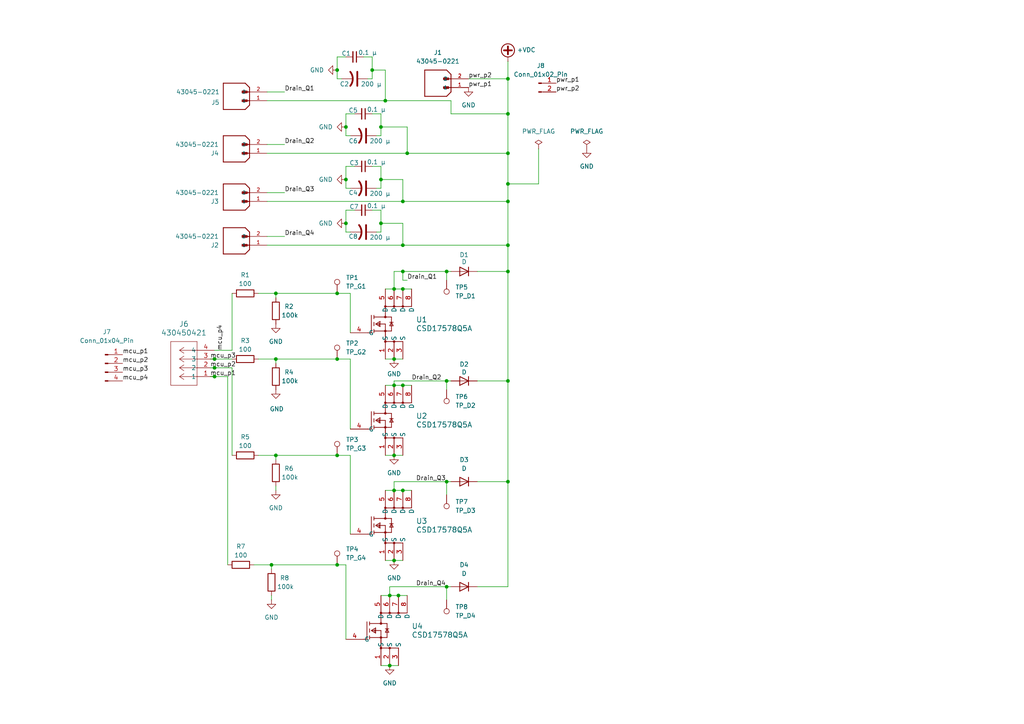
<source format=kicad_sch>
(kicad_sch
	(version 20250114)
	(generator "eeschema")
	(generator_version "9.0")
	(uuid "8570ce96-bf18-4dac-b7d0-9c0bde07e565")
	(paper "A4")
	(lib_symbols
		(symbol "43045-0221:43045-0221"
			(pin_names
				(offset 1.016)
			)
			(exclude_from_sim no)
			(in_bom yes)
			(on_board yes)
			(property "Reference" "J"
				(at 0 3.81 0)
				(effects
					(font
						(size 1.27 1.27)
					)
					(justify left bottom)
				)
			)
			(property "Value" "43045-0221"
				(at 0 -7.62 0)
				(effects
					(font
						(size 1.27 1.27)
					)
					(justify left bottom)
				)
			)
			(property "Footprint" "43045-0221:MOLEX_43045-0221"
				(at 0 0 0)
				(effects
					(font
						(size 1.27 1.27)
					)
					(justify bottom)
					(hide yes)
				)
			)
			(property "Datasheet" ""
				(at 0 0 0)
				(effects
					(font
						(size 1.27 1.27)
					)
					(hide yes)
				)
			)
			(property "Description" ""
				(at 0 0 0)
				(effects
					(font
						(size 1.27 1.27)
					)
					(hide yes)
				)
			)
			(property "MF" "Molex"
				(at 0 0 0)
				(effects
					(font
						(size 1.27 1.27)
					)
					(justify bottom)
					(hide yes)
				)
			)
			(property "MAXIMUM_PACKAGE_HEIGHT" "8.77 mm"
				(at 0 0 0)
				(effects
					(font
						(size 1.27 1.27)
					)
					(justify bottom)
					(hide yes)
				)
			)
			(property "Package" "None"
				(at 0 0 0)
				(effects
					(font
						(size 1.27 1.27)
					)
					(justify bottom)
					(hide yes)
				)
			)
			(property "Price" "None"
				(at 0 0 0)
				(effects
					(font
						(size 1.27 1.27)
					)
					(justify bottom)
					(hide yes)
				)
			)
			(property "Check_prices" "https://www.snapeda.com/parts/43045-0221/Molex/view-part/?ref=eda"
				(at 0 0 0)
				(effects
					(font
						(size 1.27 1.27)
					)
					(justify bottom)
					(hide yes)
				)
			)
			(property "STANDARD" "Manufacturer Recommendations"
				(at 0 0 0)
				(effects
					(font
						(size 1.27 1.27)
					)
					(justify bottom)
					(hide yes)
				)
			)
			(property "PARTREV" "H5"
				(at 0 0 0)
				(effects
					(font
						(size 1.27 1.27)
					)
					(justify bottom)
					(hide yes)
				)
			)
			(property "SnapEDA_Link" "https://www.snapeda.com/parts/43045-0221/Molex/view-part/?ref=snap"
				(at 0 0 0)
				(effects
					(font
						(size 1.27 1.27)
					)
					(justify bottom)
					(hide yes)
				)
			)
			(property "MP" "43045-0221"
				(at 0 0 0)
				(effects
					(font
						(size 1.27 1.27)
					)
					(justify bottom)
					(hide yes)
				)
			)
			(property "Description_1" "Headers, 3MM 2R RA 2P SMT HDR SN W/METAL RET CLIP | Molex Incorporated 43045-0221"
				(at 0 0 0)
				(effects
					(font
						(size 1.27 1.27)
					)
					(justify bottom)
					(hide yes)
				)
			)
			(property "Availability" "In Stock"
				(at 0 0 0)
				(effects
					(font
						(size 1.27 1.27)
					)
					(justify bottom)
					(hide yes)
				)
			)
			(property "MANUFACTURER" "Molex"
				(at 0 0 0)
				(effects
					(font
						(size 1.27 1.27)
					)
					(justify bottom)
					(hide yes)
				)
			)
			(symbol "43045-0221_0_0"
				(polyline
					(pts
						(xy 0 1.27) (xy 0 0)
					)
					(stroke
						(width 0.254)
						(type default)
					)
					(fill
						(type none)
					)
				)
				(polyline
					(pts
						(xy 0 1.27) (xy 1.27 2.54)
					)
					(stroke
						(width 0.254)
						(type default)
					)
					(fill
						(type none)
					)
				)
				(polyline
					(pts
						(xy 0 0) (xy 0 -3.81)
					)
					(stroke
						(width 0.254)
						(type default)
					)
					(fill
						(type none)
					)
				)
				(polyline
					(pts
						(xy 0 0) (xy 1.905 0)
					)
					(stroke
						(width 0.254)
						(type default)
					)
					(fill
						(type none)
					)
				)
				(polyline
					(pts
						(xy 0 -2.54) (xy 1.905 -2.54)
					)
					(stroke
						(width 0.254)
						(type default)
					)
					(fill
						(type none)
					)
				)
				(polyline
					(pts
						(xy 0 -3.81) (xy 1.27 -5.08)
					)
					(stroke
						(width 0.254)
						(type default)
					)
					(fill
						(type none)
					)
				)
				(rectangle
					(start 0.635 -0.3175)
					(end 2.2225 0.3175)
					(stroke
						(width 0.1)
						(type default)
					)
					(fill
						(type outline)
					)
				)
				(rectangle
					(start 0.635 -2.8575)
					(end 2.2225 -2.2225)
					(stroke
						(width 0.1)
						(type default)
					)
					(fill
						(type outline)
					)
				)
				(polyline
					(pts
						(xy 1.27 -5.08) (xy 7.62 -5.08)
					)
					(stroke
						(width 0.254)
						(type default)
					)
					(fill
						(type none)
					)
				)
				(polyline
					(pts
						(xy 7.62 2.54) (xy 1.27 2.54)
					)
					(stroke
						(width 0.254)
						(type default)
					)
					(fill
						(type none)
					)
				)
				(polyline
					(pts
						(xy 7.62 -5.08) (xy 7.62 2.54)
					)
					(stroke
						(width 0.254)
						(type default)
					)
					(fill
						(type none)
					)
				)
				(pin passive line
					(at -5.08 0 0)
					(length 5.08)
					(name "1"
						(effects
							(font
								(size 1.016 1.016)
							)
						)
					)
					(number "1"
						(effects
							(font
								(size 1.016 1.016)
							)
						)
					)
				)
				(pin passive line
					(at -5.08 -2.54 0)
					(length 5.08)
					(name "2"
						(effects
							(font
								(size 1.016 1.016)
							)
						)
					)
					(number "2"
						(effects
							(font
								(size 1.016 1.016)
							)
						)
					)
				)
			)
			(embedded_fonts no)
		)
		(symbol "430450421:430450421"
			(pin_names
				(offset 0.254)
			)
			(exclude_from_sim no)
			(in_bom yes)
			(on_board yes)
			(property "Reference" "J6"
				(at 8.89 -15.24 0)
				(effects
					(font
						(size 1.524 1.524)
					)
				)
			)
			(property "Value" "430450421"
				(at 8.89 -12.7 0)
				(effects
					(font
						(size 1.524 1.524)
					)
				)
			)
			(property "Footprint" "footprints_43045-0421:CONN_SD-43045-008_04_MOL"
				(at 0 0 0)
				(effects
					(font
						(size 1.27 1.27)
						(italic yes)
					)
					(hide yes)
				)
			)
			(property "Datasheet" "https://www.molex.com/en-us/products/part-detail-pdf/430450421?display=pdf"
				(at 0 0 0)
				(effects
					(font
						(size 1.27 1.27)
						(italic yes)
					)
					(hide yes)
				)
			)
			(property "Description" ""
				(at 0 0 0)
				(effects
					(font
						(size 1.27 1.27)
					)
					(hide yes)
				)
			)
			(property "ki_locked" ""
				(at 0 0 0)
				(effects
					(font
						(size 1.27 1.27)
					)
				)
			)
			(property "ki_keywords" "430450421"
				(at 0 0 0)
				(effects
					(font
						(size 1.27 1.27)
					)
					(hide yes)
				)
			)
			(property "ki_fp_filters" "CONN_SD-43045-008_04_MOL"
				(at 0 0 0)
				(effects
					(font
						(size 1.27 1.27)
					)
					(hide yes)
				)
			)
			(symbol "430450421_1_1"
				(polyline
					(pts
						(xy 5.08 2.54) (xy 5.08 -10.16)
					)
					(stroke
						(width 0.127)
						(type default)
					)
					(fill
						(type none)
					)
				)
				(polyline
					(pts
						(xy 5.08 -10.16) (xy 12.7 -10.16)
					)
					(stroke
						(width 0.127)
						(type default)
					)
					(fill
						(type none)
					)
				)
				(polyline
					(pts
						(xy 10.16 0) (xy 5.08 0)
					)
					(stroke
						(width 0.127)
						(type default)
					)
					(fill
						(type none)
					)
				)
				(polyline
					(pts
						(xy 10.16 0) (xy 8.89 0.8467)
					)
					(stroke
						(width 0.127)
						(type default)
					)
					(fill
						(type none)
					)
				)
				(polyline
					(pts
						(xy 10.16 0) (xy 8.89 -0.8467)
					)
					(stroke
						(width 0.127)
						(type default)
					)
					(fill
						(type none)
					)
				)
				(polyline
					(pts
						(xy 10.16 -2.54) (xy 5.08 -2.54)
					)
					(stroke
						(width 0.127)
						(type default)
					)
					(fill
						(type none)
					)
				)
				(polyline
					(pts
						(xy 10.16 -2.54) (xy 8.89 -1.6933)
					)
					(stroke
						(width 0.127)
						(type default)
					)
					(fill
						(type none)
					)
				)
				(polyline
					(pts
						(xy 10.16 -2.54) (xy 8.89 -3.3867)
					)
					(stroke
						(width 0.127)
						(type default)
					)
					(fill
						(type none)
					)
				)
				(polyline
					(pts
						(xy 10.16 -5.08) (xy 5.08 -5.08)
					)
					(stroke
						(width 0.127)
						(type default)
					)
					(fill
						(type none)
					)
				)
				(polyline
					(pts
						(xy 10.16 -5.08) (xy 8.89 -4.2333)
					)
					(stroke
						(width 0.127)
						(type default)
					)
					(fill
						(type none)
					)
				)
				(polyline
					(pts
						(xy 10.16 -5.08) (xy 8.89 -5.9267)
					)
					(stroke
						(width 0.127)
						(type default)
					)
					(fill
						(type none)
					)
				)
				(polyline
					(pts
						(xy 10.16 -7.62) (xy 5.08 -7.62)
					)
					(stroke
						(width 0.127)
						(type default)
					)
					(fill
						(type none)
					)
				)
				(polyline
					(pts
						(xy 10.16 -7.62) (xy 8.89 -6.7733)
					)
					(stroke
						(width 0.127)
						(type default)
					)
					(fill
						(type none)
					)
				)
				(polyline
					(pts
						(xy 10.16 -7.62) (xy 8.89 -8.4667)
					)
					(stroke
						(width 0.127)
						(type default)
					)
					(fill
						(type none)
					)
				)
				(polyline
					(pts
						(xy 12.7 2.54) (xy 5.08 2.54)
					)
					(stroke
						(width 0.127)
						(type default)
					)
					(fill
						(type none)
					)
				)
				(polyline
					(pts
						(xy 12.7 -10.16) (xy 12.7 2.54)
					)
					(stroke
						(width 0.127)
						(type default)
					)
					(fill
						(type none)
					)
				)
				(pin passive line
					(at 0 0 0)
					(length 5.08)
					(name "1"
						(effects
							(font
								(size 1.27 1.27)
							)
						)
					)
					(number "1"
						(effects
							(font
								(size 1.27 1.27)
							)
						)
					)
				)
				(pin passive line
					(at 0 -2.54 0)
					(length 5.08)
					(name "2"
						(effects
							(font
								(size 1.27 1.27)
							)
						)
					)
					(number "2"
						(effects
							(font
								(size 1.27 1.27)
							)
						)
					)
				)
				(pin passive line
					(at 0 -5.08 0)
					(length 5.08)
					(name "3"
						(effects
							(font
								(size 1.27 1.27)
							)
						)
					)
					(number "3"
						(effects
							(font
								(size 1.27 1.27)
							)
						)
					)
				)
				(pin passive line
					(at 0 -7.62 0)
					(length 5.08)
					(name "4"
						(effects
							(font
								(size 1.27 1.27)
							)
						)
					)
					(number "4"
						(effects
							(font
								(size 1.27 1.27)
							)
						)
					)
				)
			)
			(symbol "430450421_1_2"
				(polyline
					(pts
						(xy 5.08 2.54) (xy 5.08 -10.16)
					)
					(stroke
						(width 0.127)
						(type default)
					)
					(fill
						(type none)
					)
				)
				(polyline
					(pts
						(xy 5.08 -10.16) (xy 12.7 -10.16)
					)
					(stroke
						(width 0.127)
						(type default)
					)
					(fill
						(type none)
					)
				)
				(polyline
					(pts
						(xy 7.62 0) (xy 5.08 0)
					)
					(stroke
						(width 0.127)
						(type default)
					)
					(fill
						(type none)
					)
				)
				(polyline
					(pts
						(xy 7.62 0) (xy 8.89 0.8467)
					)
					(stroke
						(width 0.127)
						(type default)
					)
					(fill
						(type none)
					)
				)
				(polyline
					(pts
						(xy 7.62 0) (xy 8.89 -0.8467)
					)
					(stroke
						(width 0.127)
						(type default)
					)
					(fill
						(type none)
					)
				)
				(polyline
					(pts
						(xy 7.62 -2.54) (xy 5.08 -2.54)
					)
					(stroke
						(width 0.127)
						(type default)
					)
					(fill
						(type none)
					)
				)
				(polyline
					(pts
						(xy 7.62 -2.54) (xy 8.89 -1.6933)
					)
					(stroke
						(width 0.127)
						(type default)
					)
					(fill
						(type none)
					)
				)
				(polyline
					(pts
						(xy 7.62 -2.54) (xy 8.89 -3.3867)
					)
					(stroke
						(width 0.127)
						(type default)
					)
					(fill
						(type none)
					)
				)
				(polyline
					(pts
						(xy 7.62 -5.08) (xy 5.08 -5.08)
					)
					(stroke
						(width 0.127)
						(type default)
					)
					(fill
						(type none)
					)
				)
				(polyline
					(pts
						(xy 7.62 -5.08) (xy 8.89 -4.2333)
					)
					(stroke
						(width 0.127)
						(type default)
					)
					(fill
						(type none)
					)
				)
				(polyline
					(pts
						(xy 7.62 -5.08) (xy 8.89 -5.9267)
					)
					(stroke
						(width 0.127)
						(type default)
					)
					(fill
						(type none)
					)
				)
				(polyline
					(pts
						(xy 7.62 -7.62) (xy 5.08 -7.62)
					)
					(stroke
						(width 0.127)
						(type default)
					)
					(fill
						(type none)
					)
				)
				(polyline
					(pts
						(xy 7.62 -7.62) (xy 8.89 -6.7733)
					)
					(stroke
						(width 0.127)
						(type default)
					)
					(fill
						(type none)
					)
				)
				(polyline
					(pts
						(xy 7.62 -7.62) (xy 8.89 -8.4667)
					)
					(stroke
						(width 0.127)
						(type default)
					)
					(fill
						(type none)
					)
				)
				(polyline
					(pts
						(xy 12.7 2.54) (xy 5.08 2.54)
					)
					(stroke
						(width 0.127)
						(type default)
					)
					(fill
						(type none)
					)
				)
				(polyline
					(pts
						(xy 12.7 -10.16) (xy 12.7 2.54)
					)
					(stroke
						(width 0.127)
						(type default)
					)
					(fill
						(type none)
					)
				)
				(pin unspecified line
					(at 0 0 0)
					(length 5.08)
					(name "1"
						(effects
							(font
								(size 1.27 1.27)
							)
						)
					)
					(number "1"
						(effects
							(font
								(size 1.27 1.27)
							)
						)
					)
				)
				(pin unspecified line
					(at 0 -2.54 0)
					(length 5.08)
					(name "2"
						(effects
							(font
								(size 1.27 1.27)
							)
						)
					)
					(number "2"
						(effects
							(font
								(size 1.27 1.27)
							)
						)
					)
				)
				(pin unspecified line
					(at 0 -5.08 0)
					(length 5.08)
					(name "3"
						(effects
							(font
								(size 1.27 1.27)
							)
						)
					)
					(number "3"
						(effects
							(font
								(size 1.27 1.27)
							)
						)
					)
				)
				(pin unspecified line
					(at 0 -7.62 0)
					(length 5.08)
					(name "4"
						(effects
							(font
								(size 1.27 1.27)
							)
						)
					)
					(number "4"
						(effects
							(font
								(size 1.27 1.27)
							)
						)
					)
				)
			)
			(embedded_fonts no)
		)
		(symbol "Connector:Conn_01x02_Pin"
			(pin_names
				(offset 1.016)
				(hide yes)
			)
			(exclude_from_sim no)
			(in_bom yes)
			(on_board yes)
			(property "Reference" "J"
				(at 0 2.54 0)
				(effects
					(font
						(size 1.27 1.27)
					)
				)
			)
			(property "Value" "Conn_01x02_Pin"
				(at 0 -5.08 0)
				(effects
					(font
						(size 1.27 1.27)
					)
				)
			)
			(property "Footprint" ""
				(at 0 0 0)
				(effects
					(font
						(size 1.27 1.27)
					)
					(hide yes)
				)
			)
			(property "Datasheet" "~"
				(at 0 0 0)
				(effects
					(font
						(size 1.27 1.27)
					)
					(hide yes)
				)
			)
			(property "Description" "Generic connector, single row, 01x02, script generated"
				(at 0 0 0)
				(effects
					(font
						(size 1.27 1.27)
					)
					(hide yes)
				)
			)
			(property "ki_locked" ""
				(at 0 0 0)
				(effects
					(font
						(size 1.27 1.27)
					)
				)
			)
			(property "ki_keywords" "connector"
				(at 0 0 0)
				(effects
					(font
						(size 1.27 1.27)
					)
					(hide yes)
				)
			)
			(property "ki_fp_filters" "Connector*:*_1x??_*"
				(at 0 0 0)
				(effects
					(font
						(size 1.27 1.27)
					)
					(hide yes)
				)
			)
			(symbol "Conn_01x02_Pin_1_1"
				(rectangle
					(start 0.8636 0.127)
					(end 0 -0.127)
					(stroke
						(width 0.1524)
						(type default)
					)
					(fill
						(type outline)
					)
				)
				(rectangle
					(start 0.8636 -2.413)
					(end 0 -2.667)
					(stroke
						(width 0.1524)
						(type default)
					)
					(fill
						(type outline)
					)
				)
				(polyline
					(pts
						(xy 1.27 0) (xy 0.8636 0)
					)
					(stroke
						(width 0.1524)
						(type default)
					)
					(fill
						(type none)
					)
				)
				(polyline
					(pts
						(xy 1.27 -2.54) (xy 0.8636 -2.54)
					)
					(stroke
						(width 0.1524)
						(type default)
					)
					(fill
						(type none)
					)
				)
				(pin passive line
					(at 5.08 0 180)
					(length 3.81)
					(name "Pin_1"
						(effects
							(font
								(size 1.27 1.27)
							)
						)
					)
					(number "1"
						(effects
							(font
								(size 1.27 1.27)
							)
						)
					)
				)
				(pin passive line
					(at 5.08 -2.54 180)
					(length 3.81)
					(name "Pin_2"
						(effects
							(font
								(size 1.27 1.27)
							)
						)
					)
					(number "2"
						(effects
							(font
								(size 1.27 1.27)
							)
						)
					)
				)
			)
			(embedded_fonts no)
		)
		(symbol "Connector:Conn_01x04_Pin"
			(pin_names
				(offset 1.016)
				(hide yes)
			)
			(exclude_from_sim no)
			(in_bom yes)
			(on_board yes)
			(property "Reference" "J"
				(at 0 5.08 0)
				(effects
					(font
						(size 1.27 1.27)
					)
				)
			)
			(property "Value" "Conn_01x04_Pin"
				(at 0 -7.62 0)
				(effects
					(font
						(size 1.27 1.27)
					)
				)
			)
			(property "Footprint" ""
				(at 0 0 0)
				(effects
					(font
						(size 1.27 1.27)
					)
					(hide yes)
				)
			)
			(property "Datasheet" "~"
				(at 0 0 0)
				(effects
					(font
						(size 1.27 1.27)
					)
					(hide yes)
				)
			)
			(property "Description" "Generic connector, single row, 01x04, script generated"
				(at 0 0 0)
				(effects
					(font
						(size 1.27 1.27)
					)
					(hide yes)
				)
			)
			(property "ki_locked" ""
				(at 0 0 0)
				(effects
					(font
						(size 1.27 1.27)
					)
				)
			)
			(property "ki_keywords" "connector"
				(at 0 0 0)
				(effects
					(font
						(size 1.27 1.27)
					)
					(hide yes)
				)
			)
			(property "ki_fp_filters" "Connector*:*_1x??_*"
				(at 0 0 0)
				(effects
					(font
						(size 1.27 1.27)
					)
					(hide yes)
				)
			)
			(symbol "Conn_01x04_Pin_1_1"
				(rectangle
					(start 0.8636 2.667)
					(end 0 2.413)
					(stroke
						(width 0.1524)
						(type default)
					)
					(fill
						(type outline)
					)
				)
				(rectangle
					(start 0.8636 0.127)
					(end 0 -0.127)
					(stroke
						(width 0.1524)
						(type default)
					)
					(fill
						(type outline)
					)
				)
				(rectangle
					(start 0.8636 -2.413)
					(end 0 -2.667)
					(stroke
						(width 0.1524)
						(type default)
					)
					(fill
						(type outline)
					)
				)
				(rectangle
					(start 0.8636 -4.953)
					(end 0 -5.207)
					(stroke
						(width 0.1524)
						(type default)
					)
					(fill
						(type outline)
					)
				)
				(polyline
					(pts
						(xy 1.27 2.54) (xy 0.8636 2.54)
					)
					(stroke
						(width 0.1524)
						(type default)
					)
					(fill
						(type none)
					)
				)
				(polyline
					(pts
						(xy 1.27 0) (xy 0.8636 0)
					)
					(stroke
						(width 0.1524)
						(type default)
					)
					(fill
						(type none)
					)
				)
				(polyline
					(pts
						(xy 1.27 -2.54) (xy 0.8636 -2.54)
					)
					(stroke
						(width 0.1524)
						(type default)
					)
					(fill
						(type none)
					)
				)
				(polyline
					(pts
						(xy 1.27 -5.08) (xy 0.8636 -5.08)
					)
					(stroke
						(width 0.1524)
						(type default)
					)
					(fill
						(type none)
					)
				)
				(pin passive line
					(at 5.08 2.54 180)
					(length 3.81)
					(name "Pin_1"
						(effects
							(font
								(size 1.27 1.27)
							)
						)
					)
					(number "1"
						(effects
							(font
								(size 1.27 1.27)
							)
						)
					)
				)
				(pin passive line
					(at 5.08 0 180)
					(length 3.81)
					(name "Pin_2"
						(effects
							(font
								(size 1.27 1.27)
							)
						)
					)
					(number "2"
						(effects
							(font
								(size 1.27 1.27)
							)
						)
					)
				)
				(pin passive line
					(at 5.08 -2.54 180)
					(length 3.81)
					(name "Pin_3"
						(effects
							(font
								(size 1.27 1.27)
							)
						)
					)
					(number "3"
						(effects
							(font
								(size 1.27 1.27)
							)
						)
					)
				)
				(pin passive line
					(at 5.08 -5.08 180)
					(length 3.81)
					(name "Pin_4"
						(effects
							(font
								(size 1.27 1.27)
							)
						)
					)
					(number "4"
						(effects
							(font
								(size 1.27 1.27)
							)
						)
					)
				)
			)
			(embedded_fonts no)
		)
		(symbol "Connector:TestPoint"
			(pin_numbers
				(hide yes)
			)
			(pin_names
				(offset 0.762)
				(hide yes)
			)
			(exclude_from_sim no)
			(in_bom yes)
			(on_board yes)
			(property "Reference" "TP"
				(at 0 6.858 0)
				(effects
					(font
						(size 1.27 1.27)
					)
				)
			)
			(property "Value" "TestPoint"
				(at 0 5.08 0)
				(effects
					(font
						(size 1.27 1.27)
					)
				)
			)
			(property "Footprint" ""
				(at 5.08 0 0)
				(effects
					(font
						(size 1.27 1.27)
					)
					(hide yes)
				)
			)
			(property "Datasheet" "~"
				(at 5.08 0 0)
				(effects
					(font
						(size 1.27 1.27)
					)
					(hide yes)
				)
			)
			(property "Description" "test point"
				(at 0 0 0)
				(effects
					(font
						(size 1.27 1.27)
					)
					(hide yes)
				)
			)
			(property "ki_keywords" "test point tp"
				(at 0 0 0)
				(effects
					(font
						(size 1.27 1.27)
					)
					(hide yes)
				)
			)
			(property "ki_fp_filters" "Pin* Test*"
				(at 0 0 0)
				(effects
					(font
						(size 1.27 1.27)
					)
					(hide yes)
				)
			)
			(symbol "TestPoint_0_1"
				(circle
					(center 0 3.302)
					(radius 0.762)
					(stroke
						(width 0)
						(type default)
					)
					(fill
						(type none)
					)
				)
			)
			(symbol "TestPoint_1_1"
				(pin passive line
					(at 0 0 90)
					(length 2.54)
					(name "1"
						(effects
							(font
								(size 1.27 1.27)
							)
						)
					)
					(number "1"
						(effects
							(font
								(size 1.27 1.27)
							)
						)
					)
				)
			)
			(embedded_fonts no)
		)
		(symbol "Device:C_Small"
			(pin_numbers
				(hide yes)
			)
			(pin_names
				(offset 0.254)
				(hide yes)
			)
			(exclude_from_sim no)
			(in_bom yes)
			(on_board yes)
			(property "Reference" "C"
				(at 0.254 1.778 0)
				(effects
					(font
						(size 1.27 1.27)
					)
					(justify left)
				)
			)
			(property "Value" "C_Small"
				(at 0.254 -2.032 0)
				(effects
					(font
						(size 1.27 1.27)
					)
					(justify left)
				)
			)
			(property "Footprint" ""
				(at 0 0 0)
				(effects
					(font
						(size 1.27 1.27)
					)
					(hide yes)
				)
			)
			(property "Datasheet" "~"
				(at 0 0 0)
				(effects
					(font
						(size 1.27 1.27)
					)
					(hide yes)
				)
			)
			(property "Description" "Unpolarized capacitor, small symbol"
				(at 0 0 0)
				(effects
					(font
						(size 1.27 1.27)
					)
					(hide yes)
				)
			)
			(property "ki_keywords" "capacitor cap"
				(at 0 0 0)
				(effects
					(font
						(size 1.27 1.27)
					)
					(hide yes)
				)
			)
			(property "ki_fp_filters" "C_*"
				(at 0 0 0)
				(effects
					(font
						(size 1.27 1.27)
					)
					(hide yes)
				)
			)
			(symbol "C_Small_0_1"
				(polyline
					(pts
						(xy -1.524 0.508) (xy 1.524 0.508)
					)
					(stroke
						(width 0.3048)
						(type default)
					)
					(fill
						(type none)
					)
				)
				(polyline
					(pts
						(xy -1.524 -0.508) (xy 1.524 -0.508)
					)
					(stroke
						(width 0.3302)
						(type default)
					)
					(fill
						(type none)
					)
				)
			)
			(symbol "C_Small_1_1"
				(pin passive line
					(at 0 2.54 270)
					(length 2.032)
					(name "~"
						(effects
							(font
								(size 1.27 1.27)
							)
						)
					)
					(number "1"
						(effects
							(font
								(size 1.27 1.27)
							)
						)
					)
				)
				(pin passive line
					(at 0 -2.54 90)
					(length 2.032)
					(name "~"
						(effects
							(font
								(size 1.27 1.27)
							)
						)
					)
					(number "2"
						(effects
							(font
								(size 1.27 1.27)
							)
						)
					)
				)
			)
			(embedded_fonts no)
		)
		(symbol "Device:C_US"
			(pin_numbers
				(hide yes)
			)
			(pin_names
				(offset 0.254)
				(hide yes)
			)
			(exclude_from_sim no)
			(in_bom yes)
			(on_board yes)
			(property "Reference" "C"
				(at 0.635 2.54 0)
				(effects
					(font
						(size 1.27 1.27)
					)
					(justify left)
				)
			)
			(property "Value" "C_US"
				(at 0.635 -2.54 0)
				(effects
					(font
						(size 1.27 1.27)
					)
					(justify left)
				)
			)
			(property "Footprint" ""
				(at 0 0 0)
				(effects
					(font
						(size 1.27 1.27)
					)
					(hide yes)
				)
			)
			(property "Datasheet" ""
				(at 0 0 0)
				(effects
					(font
						(size 1.27 1.27)
					)
					(hide yes)
				)
			)
			(property "Description" "capacitor, US symbol"
				(at 0 0 0)
				(effects
					(font
						(size 1.27 1.27)
					)
					(hide yes)
				)
			)
			(property "ki_keywords" "cap capacitor"
				(at 0 0 0)
				(effects
					(font
						(size 1.27 1.27)
					)
					(hide yes)
				)
			)
			(property "ki_fp_filters" "C_*"
				(at 0 0 0)
				(effects
					(font
						(size 1.27 1.27)
					)
					(hide yes)
				)
			)
			(symbol "C_US_0_1"
				(polyline
					(pts
						(xy -2.032 0.762) (xy 2.032 0.762)
					)
					(stroke
						(width 0.508)
						(type default)
					)
					(fill
						(type none)
					)
				)
				(arc
					(start -2.032 -1.27)
					(mid 0 -0.5572)
					(end 2.032 -1.27)
					(stroke
						(width 0.508)
						(type default)
					)
					(fill
						(type none)
					)
				)
			)
			(symbol "C_US_1_1"
				(pin passive line
					(at 0 3.81 270)
					(length 2.794)
					(name "~"
						(effects
							(font
								(size 1.27 1.27)
							)
						)
					)
					(number "1"
						(effects
							(font
								(size 1.27 1.27)
							)
						)
					)
				)
				(pin passive line
					(at 0 -3.81 90)
					(length 3.302)
					(name "~"
						(effects
							(font
								(size 1.27 1.27)
							)
						)
					)
					(number "2"
						(effects
							(font
								(size 1.27 1.27)
							)
						)
					)
				)
			)
			(embedded_fonts no)
		)
		(symbol "Device:D"
			(pin_numbers
				(hide yes)
			)
			(pin_names
				(offset 1.016)
				(hide yes)
			)
			(exclude_from_sim no)
			(in_bom yes)
			(on_board yes)
			(property "Reference" "D"
				(at 0 2.54 0)
				(effects
					(font
						(size 1.27 1.27)
					)
				)
			)
			(property "Value" "D"
				(at 0 -2.54 0)
				(effects
					(font
						(size 1.27 1.27)
					)
				)
			)
			(property "Footprint" ""
				(at 0 0 0)
				(effects
					(font
						(size 1.27 1.27)
					)
					(hide yes)
				)
			)
			(property "Datasheet" "~"
				(at 0 0 0)
				(effects
					(font
						(size 1.27 1.27)
					)
					(hide yes)
				)
			)
			(property "Description" "Diode"
				(at 0 0 0)
				(effects
					(font
						(size 1.27 1.27)
					)
					(hide yes)
				)
			)
			(property "Sim.Device" "D"
				(at 0 0 0)
				(effects
					(font
						(size 1.27 1.27)
					)
					(hide yes)
				)
			)
			(property "Sim.Pins" "1=K 2=A"
				(at 0 0 0)
				(effects
					(font
						(size 1.27 1.27)
					)
					(hide yes)
				)
			)
			(property "ki_keywords" "diode"
				(at 0 0 0)
				(effects
					(font
						(size 1.27 1.27)
					)
					(hide yes)
				)
			)
			(property "ki_fp_filters" "TO-???* *_Diode_* *SingleDiode* D_*"
				(at 0 0 0)
				(effects
					(font
						(size 1.27 1.27)
					)
					(hide yes)
				)
			)
			(symbol "D_0_1"
				(polyline
					(pts
						(xy -1.27 1.27) (xy -1.27 -1.27)
					)
					(stroke
						(width 0.254)
						(type default)
					)
					(fill
						(type none)
					)
				)
				(polyline
					(pts
						(xy 1.27 1.27) (xy 1.27 -1.27) (xy -1.27 0) (xy 1.27 1.27)
					)
					(stroke
						(width 0.254)
						(type default)
					)
					(fill
						(type none)
					)
				)
				(polyline
					(pts
						(xy 1.27 0) (xy -1.27 0)
					)
					(stroke
						(width 0)
						(type default)
					)
					(fill
						(type none)
					)
				)
			)
			(symbol "D_1_1"
				(pin passive line
					(at -3.81 0 0)
					(length 2.54)
					(name "K"
						(effects
							(font
								(size 1.27 1.27)
							)
						)
					)
					(number "1"
						(effects
							(font
								(size 1.27 1.27)
							)
						)
					)
				)
				(pin passive line
					(at 3.81 0 180)
					(length 2.54)
					(name "A"
						(effects
							(font
								(size 1.27 1.27)
							)
						)
					)
					(number "2"
						(effects
							(font
								(size 1.27 1.27)
							)
						)
					)
				)
			)
			(embedded_fonts no)
		)
		(symbol "Device:R"
			(pin_numbers
				(hide yes)
			)
			(pin_names
				(offset 0)
			)
			(exclude_from_sim no)
			(in_bom yes)
			(on_board yes)
			(property "Reference" "R"
				(at 2.032 0 90)
				(effects
					(font
						(size 1.27 1.27)
					)
				)
			)
			(property "Value" "R"
				(at 0 0 90)
				(effects
					(font
						(size 1.27 1.27)
					)
				)
			)
			(property "Footprint" ""
				(at -1.778 0 90)
				(effects
					(font
						(size 1.27 1.27)
					)
					(hide yes)
				)
			)
			(property "Datasheet" "~"
				(at 0 0 0)
				(effects
					(font
						(size 1.27 1.27)
					)
					(hide yes)
				)
			)
			(property "Description" "Resistor"
				(at 0 0 0)
				(effects
					(font
						(size 1.27 1.27)
					)
					(hide yes)
				)
			)
			(property "ki_keywords" "R res resistor"
				(at 0 0 0)
				(effects
					(font
						(size 1.27 1.27)
					)
					(hide yes)
				)
			)
			(property "ki_fp_filters" "R_*"
				(at 0 0 0)
				(effects
					(font
						(size 1.27 1.27)
					)
					(hide yes)
				)
			)
			(symbol "R_0_1"
				(rectangle
					(start -1.016 -2.54)
					(end 1.016 2.54)
					(stroke
						(width 0.254)
						(type default)
					)
					(fill
						(type none)
					)
				)
			)
			(symbol "R_1_1"
				(pin passive line
					(at 0 3.81 270)
					(length 1.27)
					(name "~"
						(effects
							(font
								(size 1.27 1.27)
							)
						)
					)
					(number "1"
						(effects
							(font
								(size 1.27 1.27)
							)
						)
					)
				)
				(pin passive line
					(at 0 -3.81 90)
					(length 1.27)
					(name "~"
						(effects
							(font
								(size 1.27 1.27)
							)
						)
					)
					(number "2"
						(effects
							(font
								(size 1.27 1.27)
							)
						)
					)
				)
			)
			(embedded_fonts no)
		)
		(symbol "mosfet (switch board):CSD17578Q5A"
			(pin_names
				(offset 0.254)
			)
			(exclude_from_sim no)
			(in_bom yes)
			(on_board yes)
			(property "Reference" "U"
				(at 0 2.54 0)
				(effects
					(font
						(size 1.524 1.524)
					)
				)
			)
			(property "Value" "CSD17578Q5A"
				(at 0 0 0)
				(effects
					(font
						(size 1.524 1.524)
					)
				)
			)
			(property "Footprint" "DQJ0008A-MFG"
				(at 0 0 0)
				(effects
					(font
						(size 1.27 1.27)
						(italic yes)
					)
					(hide yes)
				)
			)
			(property "Datasheet" "https://www.ti.com/lit/gpn/csd17578q5a"
				(at 0 0 0)
				(effects
					(font
						(size 1.27 1.27)
						(italic yes)
					)
					(hide yes)
				)
			)
			(property "Description" ""
				(at 0 0 0)
				(effects
					(font
						(size 1.27 1.27)
					)
					(hide yes)
				)
			)
			(property "ki_locked" ""
				(at 0 0 0)
				(effects
					(font
						(size 1.27 1.27)
					)
				)
			)
			(property "ki_keywords" "CSD17578Q5A"
				(at 0 0 0)
				(effects
					(font
						(size 1.27 1.27)
					)
					(hide yes)
				)
			)
			(property "ki_fp_filters" "DQJ0008A-MFG"
				(at 0 0 0)
				(effects
					(font
						(size 1.27 1.27)
					)
					(hide yes)
				)
			)
			(symbol "CSD17578Q5A_0_1"
				(polyline
					(pts
						(xy 6.096 0) (xy 5.08 0)
					)
					(stroke
						(width 0.2032)
						(type default)
					)
					(fill
						(type none)
					)
				)
				(polyline
					(pts
						(xy 6.096 0) (xy 6.096 5.08)
					)
					(stroke
						(width 0.2032)
						(type default)
					)
					(fill
						(type none)
					)
				)
				(polyline
					(pts
						(xy 6.858 4.572) (xy 10.16 4.572)
					)
					(stroke
						(width 0.2032)
						(type default)
					)
					(fill
						(type none)
					)
				)
				(polyline
					(pts
						(xy 6.858 4.064) (xy 6.858 5.08)
					)
					(stroke
						(width 0.2032)
						(type default)
					)
					(fill
						(type none)
					)
				)
				(polyline
					(pts
						(xy 6.858 3.048) (xy 6.858 2.032)
					)
					(stroke
						(width 0.2032)
						(type default)
					)
					(fill
						(type none)
					)
				)
				(polyline
					(pts
						(xy 6.858 1.016) (xy 6.858 0)
					)
					(stroke
						(width 0.2032)
						(type default)
					)
					(fill
						(type none)
					)
				)
				(polyline
					(pts
						(xy 6.858 0.508) (xy 10.16 0.508)
					)
					(stroke
						(width 0.2032)
						(type default)
					)
					(fill
						(type none)
					)
				)
				(polyline
					(pts
						(xy 7.366 2.54) (xy 8.636 3.302)
					)
					(stroke
						(width 0.2032)
						(type default)
					)
					(fill
						(type none)
					)
				)
				(polyline
					(pts
						(xy 7.366 2.54) (xy 8.636 1.778)
					)
					(stroke
						(width 0.2032)
						(type default)
					)
					(fill
						(type none)
					)
				)
				(polyline
					(pts
						(xy 7.62 2.54) (xy 10.16 2.54)
					)
					(stroke
						(width 0.2032)
						(type default)
					)
					(fill
						(type none)
					)
				)
				(polyline
					(pts
						(xy 8.382 2.794) (xy 8.382 2.032)
					)
					(stroke
						(width 0.2032)
						(type default)
					)
					(fill
						(type none)
					)
				)
				(polyline
					(pts
						(xy 8.636 3.302) (xy 8.636 1.778)
					)
					(stroke
						(width 0.2032)
						(type default)
					)
					(fill
						(type none)
					)
				)
				(polyline
					(pts
						(xy 10.16 7.62) (xy 10.16 5.08)
					)
					(stroke
						(width 0.2032)
						(type default)
					)
					(fill
						(type none)
					)
				)
				(circle
					(center 10.16 7.62)
					(radius 0.254)
					(stroke
						(width 0.2032)
						(type default)
					)
					(fill
						(type none)
					)
				)
				(polyline
					(pts
						(xy 10.16 4.572) (xy 10.16 5.08)
					)
					(stroke
						(width 0.2032)
						(type default)
					)
					(fill
						(type none)
					)
				)
				(circle
					(center 10.16 4.572)
					(radius 0.254)
					(stroke
						(width 0.2032)
						(type default)
					)
					(fill
						(type none)
					)
				)
				(polyline
					(pts
						(xy 10.16 0.508) (xy 11.938 0.508)
					)
					(stroke
						(width 0.2032)
						(type default)
					)
					(fill
						(type none)
					)
				)
				(circle
					(center 10.16 0.508)
					(radius 0.254)
					(stroke
						(width 0.2032)
						(type default)
					)
					(fill
						(type none)
					)
				)
				(polyline
					(pts
						(xy 10.16 0) (xy 10.16 -2.54)
					)
					(stroke
						(width 0.2032)
						(type default)
					)
					(fill
						(type none)
					)
				)
				(polyline
					(pts
						(xy 10.16 -2.54) (xy 10.16 2.54)
					)
					(stroke
						(width 0.2032)
						(type default)
					)
					(fill
						(type none)
					)
				)
				(circle
					(center 10.16 -2.54)
					(radius 0.254)
					(stroke
						(width 0.2032)
						(type default)
					)
					(fill
						(type none)
					)
				)
				(polyline
					(pts
						(xy 11.43 2.032) (xy 12.446 2.032)
					)
					(stroke
						(width 0.2032)
						(type default)
					)
					(fill
						(type none)
					)
				)
				(polyline
					(pts
						(xy 11.938 4.572) (xy 10.16 4.572)
					)
					(stroke
						(width 0.2032)
						(type default)
					)
					(fill
						(type none)
					)
				)
				(polyline
					(pts
						(xy 11.938 3.048) (xy 11.43 3.048)
					)
					(stroke
						(width 0.2032)
						(type default)
					)
					(fill
						(type none)
					)
				)
				(polyline
					(pts
						(xy 11.938 3.048) (xy 11.43 2.032)
					)
					(stroke
						(width 0.2032)
						(type default)
					)
					(fill
						(type none)
					)
				)
				(polyline
					(pts
						(xy 11.938 3.048) (xy 12.446 3.048)
					)
					(stroke
						(width 0.2032)
						(type default)
					)
					(fill
						(type none)
					)
				)
				(polyline
					(pts
						(xy 11.938 0.508) (xy 11.938 4.572)
					)
					(stroke
						(width 0.2032)
						(type default)
					)
					(fill
						(type none)
					)
				)
				(polyline
					(pts
						(xy 12.446 2.032) (xy 11.938 3.048)
					)
					(stroke
						(width 0.2032)
						(type default)
					)
					(fill
						(type none)
					)
				)
				(circle
					(center 12.7 7.62)
					(radius 0.254)
					(stroke
						(width 0.2032)
						(type default)
					)
					(fill
						(type none)
					)
				)
				(circle
					(center 12.7 -2.54)
					(radius 0.254)
					(stroke
						(width 0.2032)
						(type default)
					)
					(fill
						(type none)
					)
				)
				(circle
					(center 15.24 7.62)
					(radius 0.254)
					(stroke
						(width 0.2032)
						(type default)
					)
					(fill
						(type none)
					)
				)
				(polyline
					(pts
						(xy 15.24 -2.54) (xy 10.16 -2.54)
					)
					(stroke
						(width 0.2032)
						(type default)
					)
					(fill
						(type none)
					)
				)
				(polyline
					(pts
						(xy 17.78 7.62) (xy 10.16 7.62)
					)
					(stroke
						(width 0.2032)
						(type default)
					)
					(fill
						(type none)
					)
				)
				(pin passive line
					(at 0 0 0)
					(length 5.08)
					(name "G"
						(effects
							(font
								(size 1.27 1.27)
							)
						)
					)
					(number "4"
						(effects
							(font
								(size 1.27 1.27)
							)
						)
					)
				)
				(pin passive line
					(at 10.16 12.7 270)
					(length 5.08)
					(name "D"
						(effects
							(font
								(size 1.27 1.27)
							)
						)
					)
					(number "5"
						(effects
							(font
								(size 1.27 1.27)
							)
						)
					)
				)
				(pin passive line
					(at 10.16 -7.62 90)
					(length 5.08)
					(name "S"
						(effects
							(font
								(size 1.27 1.27)
							)
						)
					)
					(number "1"
						(effects
							(font
								(size 1.27 1.27)
							)
						)
					)
				)
				(pin passive line
					(at 12.7 12.7 270)
					(length 5.08)
					(name "D"
						(effects
							(font
								(size 1.27 1.27)
							)
						)
					)
					(number "6"
						(effects
							(font
								(size 1.27 1.27)
							)
						)
					)
				)
				(pin passive line
					(at 12.7 -7.62 90)
					(length 5.08)
					(name "S"
						(effects
							(font
								(size 1.27 1.27)
							)
						)
					)
					(number "2"
						(effects
							(font
								(size 1.27 1.27)
							)
						)
					)
				)
				(pin passive line
					(at 15.24 12.7 270)
					(length 5.08)
					(name "D"
						(effects
							(font
								(size 1.27 1.27)
							)
						)
					)
					(number "7"
						(effects
							(font
								(size 1.27 1.27)
							)
						)
					)
				)
				(pin passive line
					(at 15.24 -7.62 90)
					(length 5.08)
					(name "S"
						(effects
							(font
								(size 1.27 1.27)
							)
						)
					)
					(number "3"
						(effects
							(font
								(size 1.27 1.27)
							)
						)
					)
				)
				(pin passive line
					(at 17.78 12.7 270)
					(length 5.08)
					(name "D"
						(effects
							(font
								(size 1.27 1.27)
							)
						)
					)
					(number "8"
						(effects
							(font
								(size 1.27 1.27)
							)
						)
					)
				)
			)
			(embedded_fonts no)
		)
		(symbol "power:+VDC"
			(power)
			(pin_numbers
				(hide yes)
			)
			(pin_names
				(offset 0)
				(hide yes)
			)
			(exclude_from_sim no)
			(in_bom yes)
			(on_board yes)
			(property "Reference" "#PWR"
				(at 0 -2.54 0)
				(effects
					(font
						(size 1.27 1.27)
					)
					(hide yes)
				)
			)
			(property "Value" "+VDC"
				(at 0 6.35 0)
				(effects
					(font
						(size 1.27 1.27)
					)
				)
			)
			(property "Footprint" ""
				(at 0 0 0)
				(effects
					(font
						(size 1.27 1.27)
					)
					(hide yes)
				)
			)
			(property "Datasheet" ""
				(at 0 0 0)
				(effects
					(font
						(size 1.27 1.27)
					)
					(hide yes)
				)
			)
			(property "Description" "Power symbol creates a global label with name \"+VDC\""
				(at 0 0 0)
				(effects
					(font
						(size 1.27 1.27)
					)
					(hide yes)
				)
			)
			(property "ki_keywords" "global power"
				(at 0 0 0)
				(effects
					(font
						(size 1.27 1.27)
					)
					(hide yes)
				)
			)
			(symbol "+VDC_0_1"
				(polyline
					(pts
						(xy -1.143 3.175) (xy 1.143 3.175)
					)
					(stroke
						(width 0.508)
						(type default)
					)
					(fill
						(type none)
					)
				)
				(circle
					(center 0 3.175)
					(radius 1.905)
					(stroke
						(width 0.254)
						(type default)
					)
					(fill
						(type none)
					)
				)
				(polyline
					(pts
						(xy 0 2.032) (xy 0 4.318)
					)
					(stroke
						(width 0.508)
						(type default)
					)
					(fill
						(type none)
					)
				)
				(polyline
					(pts
						(xy 0 0) (xy 0 1.27)
					)
					(stroke
						(width 0)
						(type default)
					)
					(fill
						(type none)
					)
				)
			)
			(symbol "+VDC_1_1"
				(pin power_in line
					(at 0 0 90)
					(length 0)
					(name "~"
						(effects
							(font
								(size 1.27 1.27)
							)
						)
					)
					(number "1"
						(effects
							(font
								(size 1.27 1.27)
							)
						)
					)
				)
			)
			(embedded_fonts no)
		)
		(symbol "power:GND"
			(power)
			(pin_numbers
				(hide yes)
			)
			(pin_names
				(offset 0)
				(hide yes)
			)
			(exclude_from_sim no)
			(in_bom yes)
			(on_board yes)
			(property "Reference" "#PWR"
				(at 0 -6.35 0)
				(effects
					(font
						(size 1.27 1.27)
					)
					(hide yes)
				)
			)
			(property "Value" "GND"
				(at 0 -3.81 0)
				(effects
					(font
						(size 1.27 1.27)
					)
				)
			)
			(property "Footprint" ""
				(at 0 0 0)
				(effects
					(font
						(size 1.27 1.27)
					)
					(hide yes)
				)
			)
			(property "Datasheet" ""
				(at 0 0 0)
				(effects
					(font
						(size 1.27 1.27)
					)
					(hide yes)
				)
			)
			(property "Description" "Power symbol creates a global label with name \"GND\" , ground"
				(at 0 0 0)
				(effects
					(font
						(size 1.27 1.27)
					)
					(hide yes)
				)
			)
			(property "ki_keywords" "global power"
				(at 0 0 0)
				(effects
					(font
						(size 1.27 1.27)
					)
					(hide yes)
				)
			)
			(symbol "GND_0_1"
				(polyline
					(pts
						(xy 0 0) (xy 0 -1.27) (xy 1.27 -1.27) (xy 0 -2.54) (xy -1.27 -1.27) (xy 0 -1.27)
					)
					(stroke
						(width 0)
						(type default)
					)
					(fill
						(type none)
					)
				)
			)
			(symbol "GND_1_1"
				(pin power_in line
					(at 0 0 270)
					(length 0)
					(name "~"
						(effects
							(font
								(size 1.27 1.27)
							)
						)
					)
					(number "1"
						(effects
							(font
								(size 1.27 1.27)
							)
						)
					)
				)
			)
			(embedded_fonts no)
		)
		(symbol "power:PWR_FLAG"
			(power)
			(pin_numbers
				(hide yes)
			)
			(pin_names
				(offset 0)
				(hide yes)
			)
			(exclude_from_sim no)
			(in_bom yes)
			(on_board yes)
			(property "Reference" "#FLG"
				(at 0 1.905 0)
				(effects
					(font
						(size 1.27 1.27)
					)
					(hide yes)
				)
			)
			(property "Value" "PWR_FLAG"
				(at 0 3.81 0)
				(effects
					(font
						(size 1.27 1.27)
					)
				)
			)
			(property "Footprint" ""
				(at 0 0 0)
				(effects
					(font
						(size 1.27 1.27)
					)
					(hide yes)
				)
			)
			(property "Datasheet" "~"
				(at 0 0 0)
				(effects
					(font
						(size 1.27 1.27)
					)
					(hide yes)
				)
			)
			(property "Description" "Special symbol for telling ERC where power comes from"
				(at 0 0 0)
				(effects
					(font
						(size 1.27 1.27)
					)
					(hide yes)
				)
			)
			(property "ki_keywords" "flag power"
				(at 0 0 0)
				(effects
					(font
						(size 1.27 1.27)
					)
					(hide yes)
				)
			)
			(symbol "PWR_FLAG_0_0"
				(pin power_out line
					(at 0 0 90)
					(length 0)
					(name "~"
						(effects
							(font
								(size 1.27 1.27)
							)
						)
					)
					(number "1"
						(effects
							(font
								(size 1.27 1.27)
							)
						)
					)
				)
			)
			(symbol "PWR_FLAG_0_1"
				(polyline
					(pts
						(xy 0 0) (xy 0 1.27) (xy -1.016 1.905) (xy 0 2.54) (xy 1.016 1.905) (xy 0 1.27)
					)
					(stroke
						(width 0)
						(type default)
					)
					(fill
						(type none)
					)
				)
			)
			(embedded_fonts no)
		)
	)
	(junction
		(at 113.03 172.72)
		(diameter 0)
		(color 0 0 0 0)
		(uuid "078d866e-19d2-4d62-98e5-5429caf141ab")
	)
	(junction
		(at 62.23 109.22)
		(diameter 0)
		(color 0 0 0 0)
		(uuid "0a3038d4-b1b7-4fc1-93f1-351f45bbd978")
	)
	(junction
		(at 116.84 71.12)
		(diameter 0)
		(color 0 0 0 0)
		(uuid "0c3d8047-d2c6-4a72-a960-3c4aaaa9ebc1")
	)
	(junction
		(at 97.79 132.08)
		(diameter 0)
		(color 0 0 0 0)
		(uuid "0f22044d-c4c8-4c8c-8708-69f51ec25414")
	)
	(junction
		(at 80.01 85.09)
		(diameter 0)
		(color 0 0 0 0)
		(uuid "11a0b5d4-6f3c-4ca4-8eca-5d5dcd0e6983")
	)
	(junction
		(at 62.23 106.68)
		(diameter 0)
		(color 0 0 0 0)
		(uuid "1c515a9f-15e9-476e-82d0-f1a459f17525")
	)
	(junction
		(at 147.32 78.74)
		(diameter 0)
		(color 0 0 0 0)
		(uuid "1e45e375-2a7b-49d0-a863-59acf6d4c8a6")
	)
	(junction
		(at 147.32 110.49)
		(diameter 0)
		(color 0 0 0 0)
		(uuid "251798a5-8dbb-47f6-b4c5-c0d1a416b5fd")
	)
	(junction
		(at 62.23 104.14)
		(diameter 0)
		(color 0 0 0 0)
		(uuid "28ae58fd-01be-4d3a-8168-0c6345c69996")
	)
	(junction
		(at 97.79 20.32)
		(diameter 0)
		(color 0 0 0 0)
		(uuid "2ec5f0e4-b7f4-4e9a-9732-ec450559e19e")
	)
	(junction
		(at 114.3 104.14)
		(diameter 0)
		(color 0 0 0 0)
		(uuid "311e7238-28e6-4bb0-8f38-b7205e0e4d60")
	)
	(junction
		(at 147.32 22.86)
		(diameter 0)
		(color 0 0 0 0)
		(uuid "3580918f-7b76-42b6-b537-ae37f92057e4")
	)
	(junction
		(at 116.84 58.42)
		(diameter 0)
		(color 0 0 0 0)
		(uuid "3b69092c-a789-4619-9855-ff5221a52e5e")
	)
	(junction
		(at 116.84 142.24)
		(diameter 0)
		(color 0 0 0 0)
		(uuid "3c4960c4-73f4-47a8-8d0d-eee8d21b87f2")
	)
	(junction
		(at 116.84 83.82)
		(diameter 0)
		(color 0 0 0 0)
		(uuid "3cf2297e-4851-4d7c-92ce-2946ab5b7ce2")
	)
	(junction
		(at 80.01 132.08)
		(diameter 0)
		(color 0 0 0 0)
		(uuid "3d75a063-2718-4573-93f7-eefc1f916687")
	)
	(junction
		(at 118.11 44.45)
		(diameter 0)
		(color 0 0 0 0)
		(uuid "442a89ec-e958-468a-a678-8dfe335327e3")
	)
	(junction
		(at 97.79 104.14)
		(diameter 0)
		(color 0 0 0 0)
		(uuid "457fb716-263e-4dcd-8cab-1cc84f1dbcfa")
	)
	(junction
		(at 116.84 111.76)
		(diameter 0)
		(color 0 0 0 0)
		(uuid "4845ca58-e46a-48e2-8937-1f9bcad3112c")
	)
	(junction
		(at 147.32 53.34)
		(diameter 0)
		(color 0 0 0 0)
		(uuid "4a07a872-877d-4ae8-be55-f0ee89cb84cb")
	)
	(junction
		(at 114.3 132.08)
		(diameter 0)
		(color 0 0 0 0)
		(uuid "4dca4cb5-4c77-4674-99ac-7247ff312d34")
	)
	(junction
		(at 100.33 64.77)
		(diameter 0)
		(color 0 0 0 0)
		(uuid "50c0fc49-9bbb-4374-b611-d3a34bd99703")
	)
	(junction
		(at 147.32 58.42)
		(diameter 0)
		(color 0 0 0 0)
		(uuid "5116413f-939d-49f9-8a00-cd34117a9d9b")
	)
	(junction
		(at 129.54 139.7)
		(diameter 0)
		(color 0 0 0 0)
		(uuid "6069cf6a-4af9-4a8c-8fa4-8e3c27f2a25c")
	)
	(junction
		(at 107.95 20.32)
		(diameter 0)
		(color 0 0 0 0)
		(uuid "634e06dc-d9cc-4b47-bd11-201228a39099")
	)
	(junction
		(at 129.54 110.49)
		(diameter 0)
		(color 0 0 0 0)
		(uuid "6e796cfd-8219-4a41-a585-6880ae063c18")
	)
	(junction
		(at 147.32 71.12)
		(diameter 0)
		(color 0 0 0 0)
		(uuid "703679e4-99c6-49d4-b480-2fd35b70bc4b")
	)
	(junction
		(at 111.76 29.21)
		(diameter 0)
		(color 0 0 0 0)
		(uuid "7546c339-8b3a-4268-9fb9-30dff471237c")
	)
	(junction
		(at 100.33 36.83)
		(diameter 0)
		(color 0 0 0 0)
		(uuid "75b7b772-5186-4187-a440-47111a93d19f")
	)
	(junction
		(at 129.54 170.18)
		(diameter 0)
		(color 0 0 0 0)
		(uuid "7e6c18c5-baac-488b-84e4-83eaaa92caa2")
	)
	(junction
		(at 115.57 172.72)
		(diameter 0)
		(color 0 0 0 0)
		(uuid "80fcbbc9-5116-440d-a0ba-282274ed26fc")
	)
	(junction
		(at 147.32 33.02)
		(diameter 0)
		(color 0 0 0 0)
		(uuid "a39607bc-4dd8-410c-a06b-95193be3e730")
	)
	(junction
		(at 147.32 139.7)
		(diameter 0)
		(color 0 0 0 0)
		(uuid "a72596ec-ecab-4f91-a149-7fd1e154fe7a")
	)
	(junction
		(at 113.03 193.04)
		(diameter 0)
		(color 0 0 0 0)
		(uuid "a7baca0a-5244-4e0c-bf3a-7b14b21a6098")
	)
	(junction
		(at 78.74 163.83)
		(diameter 0)
		(color 0 0 0 0)
		(uuid "a8571289-580a-4082-a868-4c5724a59711")
	)
	(junction
		(at 147.32 44.45)
		(diameter 0)
		(color 0 0 0 0)
		(uuid "ae8b8c1a-9928-41a9-8e19-0819e3d9673c")
	)
	(junction
		(at 110.49 52.07)
		(diameter 0)
		(color 0 0 0 0)
		(uuid "b28e61e6-7a5c-42a2-b8a0-6485b21f2c72")
	)
	(junction
		(at 97.79 85.09)
		(diameter 0)
		(color 0 0 0 0)
		(uuid "b33eabbb-d33c-4bc1-92d5-6e397589c185")
	)
	(junction
		(at 110.49 36.83)
		(diameter 0)
		(color 0 0 0 0)
		(uuid "b7423a1f-7a59-469b-8f5a-eb8694ac9e8e")
	)
	(junction
		(at 114.3 83.82)
		(diameter 0)
		(color 0 0 0 0)
		(uuid "bf70d936-c19d-4f3e-937d-2c50d4466356")
	)
	(junction
		(at 97.79 163.83)
		(diameter 0)
		(color 0 0 0 0)
		(uuid "c1c30684-f561-48ba-937d-c002f698a249")
	)
	(junction
		(at 129.54 78.74)
		(diameter 0)
		(color 0 0 0 0)
		(uuid "c1ec0317-2a29-4660-959c-b99c8b6cb185")
	)
	(junction
		(at 80.01 104.14)
		(diameter 0)
		(color 0 0 0 0)
		(uuid "c8c3c84f-fc4e-4790-824c-cccc8a435270")
	)
	(junction
		(at 116.84 78.74)
		(diameter 0)
		(color 0 0 0 0)
		(uuid "d5c68782-e4d8-4521-aa55-685f782cc0df")
	)
	(junction
		(at 110.49 64.77)
		(diameter 0)
		(color 0 0 0 0)
		(uuid "d7488dd8-ae93-4a50-89b3-50eea279bc41")
	)
	(junction
		(at 114.3 142.24)
		(diameter 0)
		(color 0 0 0 0)
		(uuid "dcbef96b-fa13-4f0c-89cd-0bd8ec05070d")
	)
	(junction
		(at 100.33 52.07)
		(diameter 0)
		(color 0 0 0 0)
		(uuid "e034a268-95e8-4ea2-af21-4d2d0f552b85")
	)
	(junction
		(at 114.3 162.56)
		(diameter 0)
		(color 0 0 0 0)
		(uuid "f4c483e6-bc1f-4829-b6f1-d42f594e6d80")
	)
	(junction
		(at 114.3 111.76)
		(diameter 0)
		(color 0 0 0 0)
		(uuid "f658fcf3-5fb0-401d-aaca-ad564f025a12")
	)
	(wire
		(pts
			(xy 62.23 109.22) (xy 60.96 109.22)
		)
		(stroke
			(width 0)
			(type default)
		)
		(uuid "03be6a08-d1e0-4496-8be6-5153d635f0dd")
	)
	(wire
		(pts
			(xy 113.03 193.04) (xy 115.57 193.04)
		)
		(stroke
			(width 0)
			(type default)
		)
		(uuid "03c645e6-eebd-4973-b385-891097b42d40")
	)
	(wire
		(pts
			(xy 118.11 81.28) (xy 116.84 81.28)
		)
		(stroke
			(width 0)
			(type default)
		)
		(uuid "042570b3-6ca6-4ef7-a535-86bcd8368c23")
	)
	(wire
		(pts
			(xy 80.01 104.14) (xy 97.79 104.14)
		)
		(stroke
			(width 0)
			(type default)
		)
		(uuid "096e17f7-3157-4da3-b561-16ae2777cdfa")
	)
	(wire
		(pts
			(xy 78.74 163.83) (xy 97.79 163.83)
		)
		(stroke
			(width 0)
			(type default)
		)
		(uuid "0b6ba9ef-880f-4249-ad0d-c7f69cf49ded")
	)
	(wire
		(pts
			(xy 129.54 170.18) (xy 130.81 170.18)
		)
		(stroke
			(width 0)
			(type default)
		)
		(uuid "0b6d9bc8-4384-476d-bede-5ad57b16f4b8")
	)
	(wire
		(pts
			(xy 114.3 142.24) (xy 116.84 142.24)
		)
		(stroke
			(width 0)
			(type default)
		)
		(uuid "0c5b64e7-4bc5-4cc8-8a47-1b2d745b1027")
	)
	(wire
		(pts
			(xy 129.54 139.7) (xy 129.54 143.51)
		)
		(stroke
			(width 0)
			(type default)
		)
		(uuid "0d7029fa-1a51-4050-9152-69da9f84a819")
	)
	(wire
		(pts
			(xy 147.32 22.86) (xy 147.32 33.02)
		)
		(stroke
			(width 0)
			(type default)
		)
		(uuid "0df64162-1eba-40b9-ac29-58193a37cef6")
	)
	(wire
		(pts
			(xy 110.49 54.61) (xy 109.22 54.61)
		)
		(stroke
			(width 0)
			(type default)
		)
		(uuid "0f32f610-bdaf-4eec-a3a0-efbddb44a212")
	)
	(wire
		(pts
			(xy 147.32 44.45) (xy 147.32 53.34)
		)
		(stroke
			(width 0)
			(type default)
		)
		(uuid "10b018db-7b06-4c79-8fd5-78f87768d84f")
	)
	(wire
		(pts
			(xy 67.31 106.68) (xy 67.31 132.08)
		)
		(stroke
			(width 0)
			(type default)
		)
		(uuid "12e2e0a3-af96-4cd1-b866-21734ae53cf4")
	)
	(wire
		(pts
			(xy 99.06 22.86) (xy 97.79 22.86)
		)
		(stroke
			(width 0)
			(type default)
		)
		(uuid "13c6a6d0-64d6-4271-9fd4-dbee125937bd")
	)
	(wire
		(pts
			(xy 114.3 78.74) (xy 114.3 83.82)
		)
		(stroke
			(width 0)
			(type default)
		)
		(uuid "15edd0f7-92d8-44ff-a73a-053c42a5ef3f")
	)
	(wire
		(pts
			(xy 156.21 43.18) (xy 156.21 53.34)
		)
		(stroke
			(width 0)
			(type default)
		)
		(uuid "18335813-345b-447b-be76-559bde6c2dcf")
	)
	(wire
		(pts
			(xy 107.95 60.96) (xy 110.49 60.96)
		)
		(stroke
			(width 0)
			(type default)
		)
		(uuid "19278d4c-151c-4066-a035-212a2acceb92")
	)
	(wire
		(pts
			(xy 111.76 83.82) (xy 114.3 83.82)
		)
		(stroke
			(width 0)
			(type default)
		)
		(uuid "200c1435-85d5-44bc-972d-435e5e84efb4")
	)
	(wire
		(pts
			(xy 116.84 58.42) (xy 147.32 58.42)
		)
		(stroke
			(width 0)
			(type default)
		)
		(uuid "255e08e9-bb3f-4917-8dc0-76a56285948e")
	)
	(wire
		(pts
			(xy 107.95 20.32) (xy 111.76 20.32)
		)
		(stroke
			(width 0)
			(type default)
		)
		(uuid "26f2d2f7-3df9-4ba7-ab70-df548c3cb5c7")
	)
	(wire
		(pts
			(xy 74.93 132.08) (xy 80.01 132.08)
		)
		(stroke
			(width 0)
			(type default)
		)
		(uuid "2e2e70e5-cc20-466f-8a0b-2f705946332a")
	)
	(wire
		(pts
			(xy 77.47 55.88) (xy 82.55 55.88)
		)
		(stroke
			(width 0)
			(type default)
		)
		(uuid "30f334a5-daa3-425b-ac07-7d830d44f394")
	)
	(wire
		(pts
			(xy 101.6 104.14) (xy 101.6 124.46)
		)
		(stroke
			(width 0)
			(type default)
		)
		(uuid "34663697-5ff4-4752-a59c-995e7806b57b")
	)
	(wire
		(pts
			(xy 111.76 132.08) (xy 114.3 132.08)
		)
		(stroke
			(width 0)
			(type default)
		)
		(uuid "36aba3a1-a7b9-4625-8835-1d4f8a88e885")
	)
	(wire
		(pts
			(xy 110.49 60.96) (xy 110.49 64.77)
		)
		(stroke
			(width 0)
			(type default)
		)
		(uuid "377ffd86-c333-477e-8ca2-ba19b3ba54fa")
	)
	(wire
		(pts
			(xy 114.3 111.76) (xy 116.84 111.76)
		)
		(stroke
			(width 0)
			(type default)
		)
		(uuid "3997c899-97ca-4017-8c7f-be07665607ba")
	)
	(wire
		(pts
			(xy 116.84 83.82) (xy 119.38 83.82)
		)
		(stroke
			(width 0)
			(type default)
		)
		(uuid "3c5d01df-4a6d-4fdd-9fab-e0f9e1fa2cbe")
	)
	(wire
		(pts
			(xy 97.79 132.08) (xy 101.6 132.08)
		)
		(stroke
			(width 0)
			(type default)
		)
		(uuid "3d127a6b-35bd-4fc1-b37f-5e56e5a9a7d0")
	)
	(wire
		(pts
			(xy 129.54 78.74) (xy 129.54 81.28)
		)
		(stroke
			(width 0)
			(type default)
		)
		(uuid "3d922001-3e16-4afd-90dc-bd6bc0aafbb0")
	)
	(wire
		(pts
			(xy 100.33 36.83) (xy 100.33 39.37)
		)
		(stroke
			(width 0)
			(type default)
		)
		(uuid "3ef586bf-4d3e-46f0-9f93-d4ae0ad2b00d")
	)
	(wire
		(pts
			(xy 116.84 78.74) (xy 114.3 78.74)
		)
		(stroke
			(width 0)
			(type default)
		)
		(uuid "3fdfdea4-2983-4d1a-824e-cbf171053640")
	)
	(wire
		(pts
			(xy 77.47 68.58) (xy 82.55 68.58)
		)
		(stroke
			(width 0)
			(type default)
		)
		(uuid "40445fad-c870-436c-995a-73ef7b06468f")
	)
	(wire
		(pts
			(xy 116.84 52.07) (xy 116.84 58.42)
		)
		(stroke
			(width 0)
			(type default)
		)
		(uuid "419cdbc2-f9fa-4514-8a5e-5914e4d7c228")
	)
	(wire
		(pts
			(xy 111.76 20.32) (xy 111.76 29.21)
		)
		(stroke
			(width 0)
			(type default)
		)
		(uuid "488894ad-a5dc-4bd5-9460-a15fba4d232d")
	)
	(wire
		(pts
			(xy 80.01 132.08) (xy 80.01 133.35)
		)
		(stroke
			(width 0)
			(type default)
		)
		(uuid "48d3ab45-28d1-42fa-93d5-abf8a1a472a7")
	)
	(wire
		(pts
			(xy 73.66 163.83) (xy 78.74 163.83)
		)
		(stroke
			(width 0)
			(type default)
		)
		(uuid "4987f5fd-0861-465d-85d8-29e89d357b14")
	)
	(wire
		(pts
			(xy 80.01 132.08) (xy 97.79 132.08)
		)
		(stroke
			(width 0)
			(type default)
		)
		(uuid "4ac6a652-1cc5-4bb8-a30b-e3e3de99821f")
	)
	(wire
		(pts
			(xy 110.49 52.07) (xy 116.84 52.07)
		)
		(stroke
			(width 0)
			(type default)
		)
		(uuid "4f1e2681-a2d0-451e-9a4c-13de7731e398")
	)
	(wire
		(pts
			(xy 156.21 53.34) (xy 147.32 53.34)
		)
		(stroke
			(width 0)
			(type default)
		)
		(uuid "4fb4cc69-5c78-452a-b4a2-968cd20fa98d")
	)
	(wire
		(pts
			(xy 66.04 109.22) (xy 62.23 109.22)
		)
		(stroke
			(width 0)
			(type default)
		)
		(uuid "5052eca7-e118-4e79-99ff-1155c18d8da8")
	)
	(wire
		(pts
			(xy 80.01 85.09) (xy 97.79 85.09)
		)
		(stroke
			(width 0)
			(type default)
		)
		(uuid "50be6c24-c337-43a2-b15e-8270a531bd17")
	)
	(wire
		(pts
			(xy 100.33 33.02) (xy 100.33 36.83)
		)
		(stroke
			(width 0)
			(type default)
		)
		(uuid "539e88da-e2c7-4815-9647-2907babf6c35")
	)
	(wire
		(pts
			(xy 114.3 162.56) (xy 116.84 162.56)
		)
		(stroke
			(width 0)
			(type default)
		)
		(uuid "55ba864a-4624-4e2c-a47f-d8def296031a")
	)
	(wire
		(pts
			(xy 101.6 39.37) (xy 100.33 39.37)
		)
		(stroke
			(width 0)
			(type default)
		)
		(uuid "572cf707-6f2f-493a-b0bd-3972b2bbce17")
	)
	(wire
		(pts
			(xy 111.76 142.24) (xy 114.3 142.24)
		)
		(stroke
			(width 0)
			(type default)
		)
		(uuid "5db1bda9-dd3b-4d99-8bb8-183eaf0701bb")
	)
	(wire
		(pts
			(xy 77.47 26.67) (xy 82.55 26.67)
		)
		(stroke
			(width 0)
			(type default)
		)
		(uuid "5dcaea6d-f3fb-4892-ad9d-7f79844b3070")
	)
	(wire
		(pts
			(xy 118.11 44.45) (xy 147.32 44.45)
		)
		(stroke
			(width 0)
			(type default)
		)
		(uuid "63da8a8c-c9d8-40ed-ad28-0417b0c07438")
	)
	(wire
		(pts
			(xy 138.43 170.18) (xy 147.32 170.18)
		)
		(stroke
			(width 0)
			(type default)
		)
		(uuid "6475e16d-1cf9-4376-af30-a258ecccf9b1")
	)
	(wire
		(pts
			(xy 100.33 52.07) (xy 100.33 54.61)
		)
		(stroke
			(width 0)
			(type default)
		)
		(uuid "64df8f6e-89c4-42df-9247-b3d60253395d")
	)
	(wire
		(pts
			(xy 110.49 52.07) (xy 110.49 54.61)
		)
		(stroke
			(width 0)
			(type default)
		)
		(uuid "65b8aa38-afc8-4614-9e7e-c3a0da676f3f")
	)
	(wire
		(pts
			(xy 67.31 104.14) (xy 62.23 104.14)
		)
		(stroke
			(width 0)
			(type default)
		)
		(uuid "66276d0f-050d-441e-ab65-5683ae983020")
	)
	(wire
		(pts
			(xy 107.95 16.51) (xy 107.95 20.32)
		)
		(stroke
			(width 0)
			(type default)
		)
		(uuid "67aa5748-9d68-4c1b-b2d6-fdf29df97724")
	)
	(wire
		(pts
			(xy 74.93 85.09) (xy 80.01 85.09)
		)
		(stroke
			(width 0)
			(type default)
		)
		(uuid "691768c4-eb90-41fa-8eb5-c9d60d9c965d")
	)
	(wire
		(pts
			(xy 110.49 64.77) (xy 110.49 67.31)
		)
		(stroke
			(width 0)
			(type default)
		)
		(uuid "6923edb7-0b15-46b4-aa12-c3013910edcb")
	)
	(wire
		(pts
			(xy 100.33 48.26) (xy 100.33 52.07)
		)
		(stroke
			(width 0)
			(type default)
		)
		(uuid "6928e8e6-20f3-414e-ba11-ea785cd27f07")
	)
	(wire
		(pts
			(xy 80.01 104.14) (xy 80.01 105.41)
		)
		(stroke
			(width 0)
			(type default)
		)
		(uuid "69946d49-1d84-40fe-9fd7-1cd2b2014b9c")
	)
	(wire
		(pts
			(xy 147.32 71.12) (xy 147.32 78.74)
		)
		(stroke
			(width 0)
			(type default)
		)
		(uuid "6bc79275-3b2e-441b-b975-bedd3f9850cd")
	)
	(wire
		(pts
			(xy 114.3 110.49) (xy 114.3 111.76)
		)
		(stroke
			(width 0)
			(type default)
		)
		(uuid "6e66c9ac-14dd-4591-957a-f8115c00848a")
	)
	(wire
		(pts
			(xy 100.33 64.77) (xy 100.33 67.31)
		)
		(stroke
			(width 0)
			(type default)
		)
		(uuid "6f2f8e68-90cf-4ee0-a7bc-6e91f78ddc8d")
	)
	(wire
		(pts
			(xy 114.3 139.7) (xy 129.54 139.7)
		)
		(stroke
			(width 0)
			(type default)
		)
		(uuid "70b95cf6-7234-4703-b15a-aa276fff0bf6")
	)
	(wire
		(pts
			(xy 77.47 71.12) (xy 116.84 71.12)
		)
		(stroke
			(width 0)
			(type default)
		)
		(uuid "7a2a971e-255d-4bc6-8d48-517e910d8820")
	)
	(wire
		(pts
			(xy 118.11 36.83) (xy 118.11 44.45)
		)
		(stroke
			(width 0)
			(type default)
		)
		(uuid "7db2d741-457d-4bda-bec2-49971f70cf5e")
	)
	(wire
		(pts
			(xy 114.3 132.08) (xy 116.84 132.08)
		)
		(stroke
			(width 0)
			(type default)
		)
		(uuid "80f9b9b7-e1a3-46f3-92b9-6b30b64ae1b9")
	)
	(wire
		(pts
			(xy 116.84 71.12) (xy 147.32 71.12)
		)
		(stroke
			(width 0)
			(type default)
		)
		(uuid "81568991-67f3-4235-969e-c241b7dc7493")
	)
	(wire
		(pts
			(xy 116.84 81.28) (xy 116.84 78.74)
		)
		(stroke
			(width 0)
			(type default)
		)
		(uuid "8243f736-4d99-48e3-99a9-5fcb29814072")
	)
	(wire
		(pts
			(xy 111.76 29.21) (xy 130.81 29.21)
		)
		(stroke
			(width 0)
			(type default)
		)
		(uuid "83f8a1c2-d24a-4cd2-b76e-52d080e3a2d9")
	)
	(wire
		(pts
			(xy 129.54 110.49) (xy 130.81 110.49)
		)
		(stroke
			(width 0)
			(type default)
		)
		(uuid "8565d027-9210-4d76-8d9e-c93179e8951b")
	)
	(wire
		(pts
			(xy 97.79 16.51) (xy 97.79 20.32)
		)
		(stroke
			(width 0)
			(type default)
		)
		(uuid "8805f4a3-4029-46fa-a4af-48a8b0ba072d")
	)
	(wire
		(pts
			(xy 97.79 20.32) (xy 97.79 22.86)
		)
		(stroke
			(width 0)
			(type default)
		)
		(uuid "8963914a-8238-41a8-a3c1-4fd458d2f701")
	)
	(wire
		(pts
			(xy 110.49 33.02) (xy 110.49 36.83)
		)
		(stroke
			(width 0)
			(type default)
		)
		(uuid "8974bec8-05f6-44bb-9993-b1f43f647b4c")
	)
	(wire
		(pts
			(xy 101.6 54.61) (xy 100.33 54.61)
		)
		(stroke
			(width 0)
			(type default)
		)
		(uuid "899560bc-e63f-44dd-8583-a4761900d402")
	)
	(wire
		(pts
			(xy 147.32 17.78) (xy 147.32 22.86)
		)
		(stroke
			(width 0)
			(type default)
		)
		(uuid "8a4804a6-084c-480f-b809-0348e37dc4ae")
	)
	(wire
		(pts
			(xy 116.84 142.24) (xy 119.38 142.24)
		)
		(stroke
			(width 0)
			(type default)
		)
		(uuid "8d422ddc-8988-4eb4-ac73-af803d46d51b")
	)
	(wire
		(pts
			(xy 138.43 139.7) (xy 147.32 139.7)
		)
		(stroke
			(width 0)
			(type default)
		)
		(uuid "8d7439db-53c2-4121-b7ee-0105596546d5")
	)
	(wire
		(pts
			(xy 130.81 78.74) (xy 129.54 78.74)
		)
		(stroke
			(width 0)
			(type default)
		)
		(uuid "8e3dcc11-6ff6-482d-bb88-642db51b7a56")
	)
	(wire
		(pts
			(xy 97.79 163.83) (xy 100.33 163.83)
		)
		(stroke
			(width 0)
			(type default)
		)
		(uuid "907f360b-da11-44b4-8804-c1a5ba125fcf")
	)
	(wire
		(pts
			(xy 110.49 39.37) (xy 109.22 39.37)
		)
		(stroke
			(width 0)
			(type default)
		)
		(uuid "9219eb50-ae19-4b48-b4d1-b597db6d767f")
	)
	(wire
		(pts
			(xy 129.54 139.7) (xy 130.81 139.7)
		)
		(stroke
			(width 0)
			(type default)
		)
		(uuid "94e8f426-7713-4f82-8d9c-ca407f2f9dfd")
	)
	(wire
		(pts
			(xy 113.03 170.18) (xy 129.54 170.18)
		)
		(stroke
			(width 0)
			(type default)
		)
		(uuid "954ab083-871b-41ae-9b8a-1fe83eafbda4")
	)
	(wire
		(pts
			(xy 130.81 29.21) (xy 130.81 33.02)
		)
		(stroke
			(width 0)
			(type default)
		)
		(uuid "978f883f-707d-4796-878a-a7c0b44dd3b9")
	)
	(wire
		(pts
			(xy 147.32 139.7) (xy 147.32 170.18)
		)
		(stroke
			(width 0)
			(type default)
		)
		(uuid "9a481841-431c-49ae-b78d-b5ff74e99a2b")
	)
	(wire
		(pts
			(xy 147.32 33.02) (xy 147.32 44.45)
		)
		(stroke
			(width 0)
			(type default)
		)
		(uuid "9ac03e4e-f157-45c6-9b5e-331c9e42a4ae")
	)
	(wire
		(pts
			(xy 102.87 60.96) (xy 100.33 60.96)
		)
		(stroke
			(width 0)
			(type default)
		)
		(uuid "9d7a48c4-de6f-4514-ae88-8dd613c6bf56")
	)
	(wire
		(pts
			(xy 147.32 58.42) (xy 147.32 71.12)
		)
		(stroke
			(width 0)
			(type default)
		)
		(uuid "9de84261-ba1c-48de-8ee4-ce2c746c36e5")
	)
	(wire
		(pts
			(xy 105.41 16.51) (xy 107.95 16.51)
		)
		(stroke
			(width 0)
			(type default)
		)
		(uuid "9ef56b61-4e7b-4e98-8169-dca3726bfea4")
	)
	(wire
		(pts
			(xy 67.31 106.68) (xy 62.23 106.68)
		)
		(stroke
			(width 0)
			(type default)
		)
		(uuid "a1fe554e-8298-4a3e-a72b-3d80ac84b999")
	)
	(wire
		(pts
			(xy 67.31 101.6) (xy 67.31 85.09)
		)
		(stroke
			(width 0)
			(type default)
		)
		(uuid "a2b4ecf6-2fe5-4465-8129-f336eddf4622")
	)
	(wire
		(pts
			(xy 115.57 172.72) (xy 118.11 172.72)
		)
		(stroke
			(width 0)
			(type default)
		)
		(uuid "a38aad05-5004-4246-8aa7-2ec204aaf733")
	)
	(wire
		(pts
			(xy 111.76 162.56) (xy 114.3 162.56)
		)
		(stroke
			(width 0)
			(type default)
		)
		(uuid "a40b9cd0-c726-40c9-b85c-65e50c445b83")
	)
	(wire
		(pts
			(xy 129.54 78.74) (xy 116.84 78.74)
		)
		(stroke
			(width 0)
			(type default)
		)
		(uuid "a47a9f7c-e113-489a-96eb-c40e2fbfb4d2")
	)
	(wire
		(pts
			(xy 135.89 22.86) (xy 147.32 22.86)
		)
		(stroke
			(width 0)
			(type default)
		)
		(uuid "a769d9e6-e0f9-4285-a0b5-9b0e54ed7a3d")
	)
	(wire
		(pts
			(xy 129.54 170.18) (xy 129.54 173.99)
		)
		(stroke
			(width 0)
			(type default)
		)
		(uuid "a78a3ebf-53e5-4f15-8769-0d0c0fb124c4")
	)
	(wire
		(pts
			(xy 100.33 16.51) (xy 97.79 16.51)
		)
		(stroke
			(width 0)
			(type default)
		)
		(uuid "ae9d9a0c-9277-484d-9299-5242dbe78443")
	)
	(wire
		(pts
			(xy 101.6 67.31) (xy 100.33 67.31)
		)
		(stroke
			(width 0)
			(type default)
		)
		(uuid "aea2a289-2dc7-41bd-92d3-4957c3338437")
	)
	(wire
		(pts
			(xy 102.87 48.26) (xy 100.33 48.26)
		)
		(stroke
			(width 0)
			(type default)
		)
		(uuid "b21d25b6-a469-428d-92ff-c94cd62dece3")
	)
	(wire
		(pts
			(xy 77.47 29.21) (xy 111.76 29.21)
		)
		(stroke
			(width 0)
			(type default)
		)
		(uuid "b3e48c95-4fee-4365-ac36-ca4f01dbc415")
	)
	(wire
		(pts
			(xy 107.95 20.32) (xy 107.95 22.86)
		)
		(stroke
			(width 0)
			(type default)
		)
		(uuid "b45fd420-1ec0-4e8f-b315-fafd2dca34b8")
	)
	(wire
		(pts
			(xy 116.84 64.77) (xy 116.84 71.12)
		)
		(stroke
			(width 0)
			(type default)
		)
		(uuid "b5845456-102b-45a2-8686-885e64e5d3d5")
	)
	(wire
		(pts
			(xy 107.95 48.26) (xy 110.49 48.26)
		)
		(stroke
			(width 0)
			(type default)
		)
		(uuid "b96ff8be-8bdc-46e6-8540-865910e6ea4e")
	)
	(wire
		(pts
			(xy 147.32 53.34) (xy 147.32 58.42)
		)
		(stroke
			(width 0)
			(type default)
		)
		(uuid "b9ad3d63-dc3f-4339-a0b7-42997def58c5")
	)
	(wire
		(pts
			(xy 116.84 111.76) (xy 119.38 111.76)
		)
		(stroke
			(width 0)
			(type default)
		)
		(uuid "be14329b-47dd-48ae-97d2-89e6d4d071b6")
	)
	(wire
		(pts
			(xy 66.04 163.83) (xy 66.04 109.22)
		)
		(stroke
			(width 0)
			(type default)
		)
		(uuid "be3d7970-b447-4d73-8639-8d644ff50e60")
	)
	(wire
		(pts
			(xy 77.47 41.91) (xy 82.55 41.91)
		)
		(stroke
			(width 0)
			(type default)
		)
		(uuid "bf584454-e8e2-4875-9590-7eabe9103d34")
	)
	(wire
		(pts
			(xy 80.01 140.97) (xy 80.01 142.24)
		)
		(stroke
			(width 0)
			(type default)
		)
		(uuid "c13eb7da-afd8-421a-a865-75cf7521e200")
	)
	(wire
		(pts
			(xy 130.81 33.02) (xy 147.32 33.02)
		)
		(stroke
			(width 0)
			(type default)
		)
		(uuid "c2268bd8-a518-40a1-8402-148c720f26d9")
	)
	(wire
		(pts
			(xy 97.79 104.14) (xy 101.6 104.14)
		)
		(stroke
			(width 0)
			(type default)
		)
		(uuid "c29abf39-6207-4e38-a297-7ee242c4f8c5")
	)
	(wire
		(pts
			(xy 147.32 78.74) (xy 147.32 110.49)
		)
		(stroke
			(width 0)
			(type default)
		)
		(uuid "c2a573c1-f9c6-42a5-bb06-3eed2aee35db")
	)
	(wire
		(pts
			(xy 138.43 78.74) (xy 147.32 78.74)
		)
		(stroke
			(width 0)
			(type default)
		)
		(uuid "c30ecfe8-dc13-4ae9-b3b8-cb9414853cfc")
	)
	(wire
		(pts
			(xy 78.74 172.72) (xy 78.74 173.99)
		)
		(stroke
			(width 0)
			(type default)
		)
		(uuid "c3bcf3e4-eda9-4e5f-aa2b-f9cd396c54c6")
	)
	(wire
		(pts
			(xy 111.76 111.76) (xy 114.3 111.76)
		)
		(stroke
			(width 0)
			(type default)
		)
		(uuid "c3ebb8dc-279e-49e2-ac1c-cc1ecc5210cc")
	)
	(wire
		(pts
			(xy 138.43 110.49) (xy 147.32 110.49)
		)
		(stroke
			(width 0)
			(type default)
		)
		(uuid "c4281029-12f1-477c-ab1c-34964034970a")
	)
	(wire
		(pts
			(xy 107.95 33.02) (xy 110.49 33.02)
		)
		(stroke
			(width 0)
			(type default)
		)
		(uuid "c51cc811-f2d5-4fc7-9ff1-11d7d8acfb30")
	)
	(wire
		(pts
			(xy 102.87 33.02) (xy 100.33 33.02)
		)
		(stroke
			(width 0)
			(type default)
		)
		(uuid "c6f76b86-0660-49e4-9a16-1f5b83ff1151")
	)
	(wire
		(pts
			(xy 60.96 104.14) (xy 62.23 104.14)
		)
		(stroke
			(width 0)
			(type default)
		)
		(uuid "c7ae7001-e464-43e0-b857-654d1bcf6dbf")
	)
	(wire
		(pts
			(xy 100.33 185.42) (xy 100.33 163.83)
		)
		(stroke
			(width 0)
			(type default)
		)
		(uuid "c971cbdb-6960-490c-bc4e-4037e8561c18")
	)
	(wire
		(pts
			(xy 111.76 104.14) (xy 114.3 104.14)
		)
		(stroke
			(width 0)
			(type default)
		)
		(uuid "cd434c8d-ec5a-41a3-8c89-d98cf1f441f2")
	)
	(wire
		(pts
			(xy 114.3 104.14) (xy 116.84 104.14)
		)
		(stroke
			(width 0)
			(type default)
		)
		(uuid "cf33b6f0-24c9-4c40-9505-f10406b972b0")
	)
	(wire
		(pts
			(xy 77.47 44.45) (xy 118.11 44.45)
		)
		(stroke
			(width 0)
			(type default)
		)
		(uuid "cf942603-f36e-4bcb-8405-4247ccca1132")
	)
	(wire
		(pts
			(xy 107.95 22.86) (xy 106.68 22.86)
		)
		(stroke
			(width 0)
			(type default)
		)
		(uuid "cffe0861-a002-44cb-8814-1e9e9d406341")
	)
	(wire
		(pts
			(xy 74.93 104.14) (xy 80.01 104.14)
		)
		(stroke
			(width 0)
			(type default)
		)
		(uuid "d024b685-5dc4-4422-ba04-0f7eff0e210f")
	)
	(wire
		(pts
			(xy 97.79 85.09) (xy 101.6 85.09)
		)
		(stroke
			(width 0)
			(type default)
		)
		(uuid "d23d626b-b9dc-4b47-b84a-fa3b3e8c9588")
	)
	(wire
		(pts
			(xy 114.3 110.49) (xy 129.54 110.49)
		)
		(stroke
			(width 0)
			(type default)
		)
		(uuid "d259f67d-19a2-43be-b29d-cafdec991d4d")
	)
	(wire
		(pts
			(xy 77.47 58.42) (xy 116.84 58.42)
		)
		(stroke
			(width 0)
			(type default)
		)
		(uuid "d30648f4-e835-4d4e-8788-561596ddaeca")
	)
	(wire
		(pts
			(xy 101.6 96.52) (xy 101.6 85.09)
		)
		(stroke
			(width 0)
			(type default)
		)
		(uuid "d347aebc-a70f-4d84-af1e-d3d06bafe868")
	)
	(wire
		(pts
			(xy 110.49 64.77) (xy 116.84 64.77)
		)
		(stroke
			(width 0)
			(type default)
		)
		(uuid "db2987db-05f1-4f41-abf2-8213f56e19cb")
	)
	(wire
		(pts
			(xy 101.6 154.94) (xy 101.6 132.08)
		)
		(stroke
			(width 0)
			(type default)
		)
		(uuid "dba18f07-4216-40a7-8360-1d9bb85d041a")
	)
	(wire
		(pts
			(xy 110.49 193.04) (xy 113.03 193.04)
		)
		(stroke
			(width 0)
			(type default)
		)
		(uuid "dd1f9a37-fafa-4fc1-b63f-368892b98084")
	)
	(wire
		(pts
			(xy 78.74 163.83) (xy 78.74 165.1)
		)
		(stroke
			(width 0)
			(type default)
		)
		(uuid "e07d4c00-54e8-4135-87ce-f98fdf368316")
	)
	(wire
		(pts
			(xy 110.49 36.83) (xy 110.49 39.37)
		)
		(stroke
			(width 0)
			(type default)
		)
		(uuid "eaacf957-3801-4de0-ae6b-64e6779b02c5")
	)
	(wire
		(pts
			(xy 60.96 106.68) (xy 62.23 106.68)
		)
		(stroke
			(width 0)
			(type default)
		)
		(uuid "eb5e9222-2702-4532-8f5c-32e95603a42a")
	)
	(wire
		(pts
			(xy 114.3 83.82) (xy 116.84 83.82)
		)
		(stroke
			(width 0)
			(type default)
		)
		(uuid "ebcba2eb-866d-4aa2-83d2-e7c2029bcc75")
	)
	(wire
		(pts
			(xy 129.54 110.49) (xy 129.54 113.03)
		)
		(stroke
			(width 0)
			(type default)
		)
		(uuid "ebfe1156-d789-4cda-b25b-ae74e84cd6b4")
	)
	(wire
		(pts
			(xy 113.03 170.18) (xy 113.03 172.72)
		)
		(stroke
			(width 0)
			(type default)
		)
		(uuid "ed011a21-676b-46c4-9095-6d6d8c38304c")
	)
	(wire
		(pts
			(xy 62.23 101.6) (xy 67.31 101.6)
		)
		(stroke
			(width 0)
			(type default)
		)
		(uuid "ed129730-87f1-4fbf-bab4-4cc91b62c8bd")
	)
	(wire
		(pts
			(xy 110.49 36.83) (xy 118.11 36.83)
		)
		(stroke
			(width 0)
			(type default)
		)
		(uuid "f10b6e84-e9c1-4899-bffa-38bcf97475e2")
	)
	(wire
		(pts
			(xy 113.03 172.72) (xy 115.57 172.72)
		)
		(stroke
			(width 0)
			(type default)
		)
		(uuid "f15d602c-22b3-47d2-b673-cb29a988675f")
	)
	(wire
		(pts
			(xy 114.3 139.7) (xy 114.3 142.24)
		)
		(stroke
			(width 0)
			(type default)
		)
		(uuid "f2e450d7-3076-44f2-8222-eb61c1e7eda1")
	)
	(wire
		(pts
			(xy 80.01 85.09) (xy 80.01 86.36)
		)
		(stroke
			(width 0)
			(type default)
		)
		(uuid "f2fb6a22-f9f0-4865-9c20-da68abd23afb")
	)
	(wire
		(pts
			(xy 147.32 110.49) (xy 147.32 139.7)
		)
		(stroke
			(width 0)
			(type default)
		)
		(uuid "f3901c47-aafe-4979-9118-c0820b80d305")
	)
	(wire
		(pts
			(xy 100.33 60.96) (xy 100.33 64.77)
		)
		(stroke
			(width 0)
			(type default)
		)
		(uuid "f40c9836-3f58-4caf-aa3c-93e62898150d")
	)
	(wire
		(pts
			(xy 110.49 48.26) (xy 110.49 52.07)
		)
		(stroke
			(width 0)
			(type default)
		)
		(uuid "f6a0adf1-54c5-419f-a443-d40d64e86846")
	)
	(wire
		(pts
			(xy 110.49 172.72) (xy 113.03 172.72)
		)
		(stroke
			(width 0)
			(type default)
		)
		(uuid "f8e35467-6f11-4421-836f-0fb5c16dee0c")
	)
	(wire
		(pts
			(xy 110.49 67.31) (xy 109.22 67.31)
		)
		(stroke
			(width 0)
			(type default)
		)
		(uuid "fd9fdff9-67b2-497f-a63d-e94a715ede90")
	)
	(label "pwr_p1"
		(at 135.89 25.4 0)
		(effects
			(font
				(size 1.27 1.27)
			)
			(justify left bottom)
		)
		(uuid "0d5d9d21-129b-4f5b-b56c-ded44d1061d0")
	)
	(label "mcu_p1"
		(at 60.96 109.22 0)
		(effects
			(font
				(size 1.27 1.27)
			)
			(justify left bottom)
		)
		(uuid "23209847-9b7c-4673-bf00-23473fe82c02")
	)
	(label "pwr_p2"
		(at 161.29 26.67 0)
		(effects
			(font
				(size 1.27 1.27)
			)
			(justify left bottom)
		)
		(uuid "29f8dea3-1329-458d-b295-a2b7d153105b")
	)
	(label "Drain_Q4"
		(at 120.65 170.18 0)
		(effects
			(font
				(size 1.27 1.27)
			)
			(justify left bottom)
		)
		(uuid "30293593-1995-4eec-85eb-4810de60e418")
	)
	(label "mcu_p3"
		(at 60.96 104.14 0)
		(effects
			(font
				(size 1.27 1.27)
			)
			(justify left bottom)
		)
		(uuid "55c3a494-42f4-4e92-8aaf-c491a70ceac9")
	)
	(label "mcu_p1"
		(at 35.56 102.87 0)
		(effects
			(font
				(size 1.27 1.27)
			)
			(justify left bottom)
		)
		(uuid "68c06ebe-fc69-4fc4-b135-3a12b79de396")
	)
	(label "Drain_Q1"
		(at 118.11 81.28 0)
		(effects
			(font
				(size 1.27 1.27)
			)
			(justify left bottom)
		)
		(uuid "7ee12115-2cd9-4fe7-9301-8b9a07cae385")
	)
	(label "Drain_Q3"
		(at 82.55 55.88 0)
		(effects
			(font
				(size 1.27 1.27)
			)
			(justify left bottom)
		)
		(uuid "a0a1cba5-c642-4961-9fa8-9e39d03f42b1")
	)
	(label "mcu_p4"
		(at 64.77 101.6 90)
		(effects
			(font
				(size 1.27 1.27)
			)
			(justify left bottom)
		)
		(uuid "a423e783-a330-44f4-8d80-ba04bd9bac55")
	)
	(label "Drain_Q4"
		(at 82.55 68.58 0)
		(effects
			(font
				(size 1.27 1.27)
			)
			(justify left bottom)
		)
		(uuid "ad01b6b3-aa29-4f83-9f1b-234fdf3adb13")
	)
	(label "mcu_p2"
		(at 35.56 105.41 0)
		(effects
			(font
				(size 1.27 1.27)
			)
			(justify left bottom)
		)
		(uuid "b76cd469-8312-4b92-a417-eb563d929f14")
	)
	(label "Drain_Q1"
		(at 82.55 26.67 0)
		(effects
			(font
				(size 1.27 1.27)
			)
			(justify left bottom)
		)
		(uuid "c5a4790c-857e-4638-9c43-f66547188ae5")
	)
	(label "Drain_Q2"
		(at 82.55 41.91 0)
		(effects
			(font
				(size 1.27 1.27)
			)
			(justify left bottom)
		)
		(uuid "c7949fa0-b478-45ef-9262-e4beafa7922e")
	)
	(label "mcu_p3"
		(at 35.56 107.95 0)
		(effects
			(font
				(size 1.27 1.27)
			)
			(justify left bottom)
		)
		(uuid "d6dd6ef3-c0b1-42ba-b745-87d3637a74db")
	)
	(label "pwr_p2"
		(at 135.89 22.86 0)
		(effects
			(font
				(size 1.27 1.27)
			)
			(justify left bottom)
		)
		(uuid "d9b0c52d-afd8-4a57-b263-605932dddfd3")
	)
	(label "Drain_Q3"
		(at 120.65 139.7 0)
		(effects
			(font
				(size 1.27 1.27)
			)
			(justify left bottom)
		)
		(uuid "d9c88701-fc1b-45c7-8718-b5d36e41b851")
	)
	(label "pwr_p1"
		(at 161.29 24.13 0)
		(effects
			(font
				(size 1.27 1.27)
			)
			(justify left bottom)
		)
		(uuid "e86e2713-fb3e-4825-af99-8efb10387da2")
	)
	(label "Drain_Q2"
		(at 119.38 110.49 0)
		(effects
			(font
				(size 1.27 1.27)
			)
			(justify left bottom)
		)
		(uuid "f1f851cc-25b9-4f85-956d-824b30eeac9d")
	)
	(label "mcu_p4"
		(at 35.56 110.49 0)
		(effects
			(font
				(size 1.27 1.27)
			)
			(justify left bottom)
		)
		(uuid "f696c1c1-fba1-440e-b4fc-d26585004f0d")
	)
	(label "mcu_p2"
		(at 60.96 106.68 0)
		(effects
			(font
				(size 1.27 1.27)
			)
			(justify left bottom)
		)
		(uuid "ff62334e-e4f6-4eea-87d5-7484af96acbb")
	)
	(symbol
		(lib_id "power:GND")
		(at 100.33 64.77 270)
		(unit 1)
		(exclude_from_sim no)
		(in_bom yes)
		(on_board yes)
		(dnp no)
		(fields_autoplaced yes)
		(uuid "037a1212-0f48-4eb7-8eca-1fd108fa8b03")
		(property "Reference" "#PWR015"
			(at 93.98 64.77 0)
			(effects
				(font
					(size 1.27 1.27)
				)
				(hide yes)
			)
		)
		(property "Value" "GND"
			(at 96.52 64.7699 90)
			(effects
				(font
					(size 1.27 1.27)
				)
				(justify right)
			)
		)
		(property "Footprint" ""
			(at 100.33 64.77 0)
			(effects
				(font
					(size 1.27 1.27)
				)
				(hide yes)
			)
		)
		(property "Datasheet" ""
			(at 100.33 64.77 0)
			(effects
				(font
					(size 1.27 1.27)
				)
				(hide yes)
			)
		)
		(property "Description" "Power symbol creates a global label with name \"GND\" , ground"
			(at 100.33 64.77 0)
			(effects
				(font
					(size 1.27 1.27)
				)
				(hide yes)
			)
		)
		(pin "1"
			(uuid "99600018-84db-458c-b989-0d94ac5b8631")
		)
		(instances
			(project "switch_board"
				(path "/8570ce96-bf18-4dac-b7d0-9c0bde07e565"
					(reference "#PWR015")
					(unit 1)
				)
			)
		)
	)
	(symbol
		(lib_id "power:+VDC")
		(at 147.32 17.78 0)
		(unit 1)
		(exclude_from_sim no)
		(in_bom yes)
		(on_board yes)
		(dnp no)
		(uuid "04481ca2-409e-4058-bd98-97ebfb9714c9")
		(property "Reference" "#PWR02"
			(at 147.32 20.32 0)
			(effects
				(font
					(size 1.27 1.27)
				)
				(hide yes)
			)
		)
		(property "Value" "+VDC"
			(at 152.654 14.478 0)
			(effects
				(font
					(size 1.27 1.27)
				)
			)
		)
		(property "Footprint" ""
			(at 147.32 17.78 0)
			(effects
				(font
					(size 1.27 1.27)
				)
				(hide yes)
			)
		)
		(property "Datasheet" ""
			(at 147.32 17.78 0)
			(effects
				(font
					(size 1.27 1.27)
				)
				(hide yes)
			)
		)
		(property "Description" "Power symbol creates a global label with name \"+VDC\""
			(at 147.32 17.78 0)
			(effects
				(font
					(size 1.27 1.27)
				)
				(hide yes)
			)
		)
		(pin "1"
			(uuid "500e097c-eb91-4a9a-8fc5-9a9be15a82cd")
		)
		(instances
			(project ""
				(path "/8570ce96-bf18-4dac-b7d0-9c0bde07e565"
					(reference "#PWR02")
					(unit 1)
				)
			)
		)
	)
	(symbol
		(lib_id "Connector:Conn_01x04_Pin")
		(at 30.48 105.41 0)
		(unit 1)
		(exclude_from_sim no)
		(in_bom yes)
		(on_board yes)
		(dnp no)
		(uuid "1102aeb8-9af2-473f-af4c-ef41c63ce9cb")
		(property "Reference" "J7"
			(at 30.988 96.266 0)
			(effects
				(font
					(size 1.27 1.27)
				)
			)
		)
		(property "Value" "Conn_01x04_Pin"
			(at 30.988 98.806 0)
			(effects
				(font
					(size 1.27 1.27)
				)
			)
		)
		(property "Footprint" "Connector_PinHeader_2.54mm:PinHeader_1x04_P2.54mm_Vertical"
			(at 30.48 105.41 0)
			(effects
				(font
					(size 1.27 1.27)
				)
				(hide yes)
			)
		)
		(property "Datasheet" "~"
			(at 30.48 105.41 0)
			(effects
				(font
					(size 1.27 1.27)
				)
				(hide yes)
			)
		)
		(property "Description" "Generic connector, single row, 01x04, script generated"
			(at 30.48 105.41 0)
			(effects
				(font
					(size 1.27 1.27)
				)
				(hide yes)
			)
		)
		(pin "3"
			(uuid "826b6bda-e26b-49fe-b1b7-003353fbd33e")
		)
		(pin "1"
			(uuid "096c9d9a-94d6-4fd5-a80b-f815457d062a")
		)
		(pin "2"
			(uuid "b2d5f061-bae4-41b6-9419-c4bfe58f303b")
		)
		(pin "4"
			(uuid "d385e0a0-61ca-464d-9151-d25d13ad5b22")
		)
		(instances
			(project ""
				(path "/8570ce96-bf18-4dac-b7d0-9c0bde07e565"
					(reference "J7")
					(unit 1)
				)
			)
		)
	)
	(symbol
		(lib_id "power:GND")
		(at 97.79 20.32 270)
		(unit 1)
		(exclude_from_sim no)
		(in_bom yes)
		(on_board yes)
		(dnp no)
		(fields_autoplaced yes)
		(uuid "11fcf3dc-2e37-4b2b-a824-77954f23a213")
		(property "Reference" "#PWR06"
			(at 91.44 20.32 0)
			(effects
				(font
					(size 1.27 1.27)
				)
				(hide yes)
			)
		)
		(property "Value" "GND"
			(at 93.98 20.3199 90)
			(effects
				(font
					(size 1.27 1.27)
				)
				(justify right)
			)
		)
		(property "Footprint" ""
			(at 97.79 20.32 0)
			(effects
				(font
					(size 1.27 1.27)
				)
				(hide yes)
			)
		)
		(property "Datasheet" ""
			(at 97.79 20.32 0)
			(effects
				(font
					(size 1.27 1.27)
				)
				(hide yes)
			)
		)
		(property "Description" "Power symbol creates a global label with name \"GND\" , ground"
			(at 97.79 20.32 0)
			(effects
				(font
					(size 1.27 1.27)
				)
				(hide yes)
			)
		)
		(pin "1"
			(uuid "90e0b726-0138-44e0-9f5f-380a0c7e43ca")
		)
		(instances
			(project ""
				(path "/8570ce96-bf18-4dac-b7d0-9c0bde07e565"
					(reference "#PWR06")
					(unit 1)
				)
			)
		)
	)
	(symbol
		(lib_id "mosfet (switch board):CSD17578Q5A")
		(at 101.6 154.94 0)
		(unit 1)
		(exclude_from_sim no)
		(in_bom yes)
		(on_board yes)
		(dnp no)
		(fields_autoplaced yes)
		(uuid "1688d6fb-5407-49a0-9e92-e15a80015893")
		(property "Reference" "U3"
			(at 120.65 151.1299 0)
			(effects
				(font
					(size 1.524 1.524)
				)
				(justify left)
			)
		)
		(property "Value" "CSD17578Q5A"
			(at 120.65 153.6699 0)
			(effects
				(font
					(size 1.524 1.524)
				)
				(justify left)
			)
		)
		(property "Footprint" "footprints_mosfet:DQJ0008A-MFG"
			(at 101.6 154.94 0)
			(effects
				(font
					(size 1.27 1.27)
					(italic yes)
				)
				(hide yes)
			)
		)
		(property "Datasheet" "https://www.ti.com/lit/gpn/csd17578q5a"
			(at 101.6 154.94 0)
			(effects
				(font
					(size 1.27 1.27)
					(italic yes)
				)
				(hide yes)
			)
		)
		(property "Description" ""
			(at 101.6 154.94 0)
			(effects
				(font
					(size 1.27 1.27)
				)
				(hide yes)
			)
		)
		(pin "5"
			(uuid "ef49ae42-729e-4c4f-9556-61e3c60b7a2f")
		)
		(pin "4"
			(uuid "96cca932-d932-4c8c-a399-ae41202607dd")
		)
		(pin "1"
			(uuid "35b9e68d-6d74-4e23-805e-f7c5fd69b876")
		)
		(pin "6"
			(uuid "76f85e39-fa57-49e8-b1f1-429eb1512774")
		)
		(pin "7"
			(uuid "66dd7425-bfb4-4982-808c-37fbd48a294c")
		)
		(pin "3"
			(uuid "8882ab7e-2c4d-4926-a0af-cfe5d97083a2")
		)
		(pin "8"
			(uuid "a4e784bb-8162-4150-9c91-01306ea7bfe8")
		)
		(pin "2"
			(uuid "4dc8a542-b8f3-4e0e-b764-36c5061faff3")
		)
		(instances
			(project ""
				(path "/8570ce96-bf18-4dac-b7d0-9c0bde07e565"
					(reference "U3")
					(unit 1)
				)
			)
		)
	)
	(symbol
		(lib_id "Device:D")
		(at 134.62 139.7 180)
		(unit 1)
		(exclude_from_sim no)
		(in_bom yes)
		(on_board yes)
		(dnp no)
		(fields_autoplaced yes)
		(uuid "1afd759a-cb44-4249-8d3e-fa1b7c27c56f")
		(property "Reference" "D3"
			(at 134.62 133.35 0)
			(effects
				(font
					(size 1.27 1.27)
				)
			)
		)
		(property "Value" "D"
			(at 134.62 135.89 0)
			(effects
				(font
					(size 1.27 1.27)
				)
			)
		)
		(property "Footprint" "footprints_diodes:CR_30-E3&slash_54_VIS"
			(at 134.62 139.7 0)
			(effects
				(font
					(size 1.27 1.27)
				)
				(hide yes)
			)
		)
		(property "Datasheet" "~"
			(at 134.62 139.7 0)
			(effects
				(font
					(size 1.27 1.27)
				)
				(hide yes)
			)
		)
		(property "Description" "Diode"
			(at 134.62 139.7 0)
			(effects
				(font
					(size 1.27 1.27)
				)
				(hide yes)
			)
		)
		(property "Sim.Device" "D"
			(at 134.62 139.7 0)
			(effects
				(font
					(size 1.27 1.27)
				)
				(hide yes)
			)
		)
		(property "Sim.Pins" "1=K 2=A"
			(at 134.62 139.7 0)
			(effects
				(font
					(size 1.27 1.27)
				)
				(hide yes)
			)
		)
		(pin "1"
			(uuid "482c4bb6-6b69-4eed-9947-9026df86fcaa")
		)
		(pin "2"
			(uuid "474b88c9-dedf-4a1e-8db6-8c158037b90e")
		)
		(instances
			(project "switch_board"
				(path "/8570ce96-bf18-4dac-b7d0-9c0bde07e565"
					(reference "D3")
					(unit 1)
				)
			)
		)
	)
	(symbol
		(lib_id "mosfet (switch board):CSD17578Q5A")
		(at 100.33 185.42 0)
		(unit 1)
		(exclude_from_sim no)
		(in_bom yes)
		(on_board yes)
		(dnp no)
		(fields_autoplaced yes)
		(uuid "28d97c0f-c8cd-4647-98d2-78923af17f97")
		(property "Reference" "U4"
			(at 119.38 181.6099 0)
			(effects
				(font
					(size 1.524 1.524)
				)
				(justify left)
			)
		)
		(property "Value" "CSD17578Q5A"
			(at 119.38 184.1499 0)
			(effects
				(font
					(size 1.524 1.524)
				)
				(justify left)
			)
		)
		(property "Footprint" "footprints_mosfet:DQJ0008A-MFG"
			(at 100.33 185.42 0)
			(effects
				(font
					(size 1.27 1.27)
					(italic yes)
				)
				(hide yes)
			)
		)
		(property "Datasheet" "https://www.ti.com/lit/gpn/csd17578q5a"
			(at 100.33 185.42 0)
			(effects
				(font
					(size 1.27 1.27)
					(italic yes)
				)
				(hide yes)
			)
		)
		(property "Description" ""
			(at 100.33 185.42 0)
			(effects
				(font
					(size 1.27 1.27)
				)
				(hide yes)
			)
		)
		(pin "4"
			(uuid "190a8b2c-adda-45b9-81bb-c31cc1071bb7")
		)
		(pin "2"
			(uuid "813b1d92-079f-45cf-86b3-e4bc4c834752")
		)
		(pin "7"
			(uuid "3f581e4f-765d-4663-9a68-d12700b4a399")
		)
		(pin "8"
			(uuid "91ab53da-4892-419d-9c77-32e8662f5c74")
		)
		(pin "1"
			(uuid "5e8af68f-b2e2-4aeb-b724-f503ec2dea70")
		)
		(pin "6"
			(uuid "d6d6a660-e1d1-4ce1-8348-9476b44cd6cf")
		)
		(pin "5"
			(uuid "e6ec8285-6a1b-4c12-bd11-07736797ecba")
		)
		(pin "3"
			(uuid "27f10b35-70cf-42a2-bad6-3a3efbb9d172")
		)
		(instances
			(project ""
				(path "/8570ce96-bf18-4dac-b7d0-9c0bde07e565"
					(reference "U4")
					(unit 1)
				)
			)
		)
	)
	(symbol
		(lib_id "Device:D")
		(at 134.62 78.74 180)
		(unit 1)
		(exclude_from_sim no)
		(in_bom yes)
		(on_board yes)
		(dnp no)
		(uuid "319a8e4e-ff33-46ab-bf4d-bb7874a576f3")
		(property "Reference" "D1"
			(at 134.62 73.914 0)
			(effects
				(font
					(size 1.27 1.27)
				)
			)
		)
		(property "Value" "D"
			(at 134.62 75.946 0)
			(effects
				(font
					(size 1.27 1.27)
				)
			)
		)
		(property "Footprint" "footprints_diodes:CR_30-E3&slash_54_VIS"
			(at 134.62 78.74 0)
			(effects
				(font
					(size 1.27 1.27)
				)
				(hide yes)
			)
		)
		(property "Datasheet" "~"
			(at 134.62 78.74 0)
			(effects
				(font
					(size 1.27 1.27)
				)
				(hide yes)
			)
		)
		(property "Description" "Diode"
			(at 134.62 78.74 0)
			(effects
				(font
					(size 1.27 1.27)
				)
				(hide yes)
			)
		)
		(property "Sim.Device" "D"
			(at 134.62 78.74 0)
			(effects
				(font
					(size 1.27 1.27)
				)
				(hide yes)
			)
		)
		(property "Sim.Pins" "1=K 2=A"
			(at 134.62 78.74 0)
			(effects
				(font
					(size 1.27 1.27)
				)
				(hide yes)
			)
		)
		(pin "1"
			(uuid "036ac7be-1ccd-45be-83e2-987ea3fe69f1")
		)
		(pin "2"
			(uuid "f41e3842-7d5d-4dda-a8cf-20fbfe17acee")
		)
		(instances
			(project ""
				(path "/8570ce96-bf18-4dac-b7d0-9c0bde07e565"
					(reference "D1")
					(unit 1)
				)
			)
		)
	)
	(symbol
		(lib_id "43045-0221:43045-0221")
		(at 130.81 25.4 180)
		(unit 1)
		(exclude_from_sim no)
		(in_bom yes)
		(on_board yes)
		(dnp no)
		(fields_autoplaced yes)
		(uuid "3234ae74-ada5-4ae0-9bb1-842fd78f81e6")
		(property "Reference" "J1"
			(at 127 15.24 0)
			(effects
				(font
					(size 1.27 1.27)
				)
			)
		)
		(property "Value" "43045-0221"
			(at 127 17.78 0)
			(effects
				(font
					(size 1.27 1.27)
				)
			)
		)
		(property "Footprint" "footprints_43045-0221:MOLEX_43045-0221"
			(at 130.81 25.4 0)
			(effects
				(font
					(size 1.27 1.27)
				)
				(justify bottom)
				(hide yes)
			)
		)
		(property "Datasheet" ""
			(at 130.81 25.4 0)
			(effects
				(font
					(size 1.27 1.27)
				)
				(hide yes)
			)
		)
		(property "Description" ""
			(at 130.81 25.4 0)
			(effects
				(font
					(size 1.27 1.27)
				)
				(hide yes)
			)
		)
		(property "MF" "Molex"
			(at 130.81 25.4 0)
			(effects
				(font
					(size 1.27 1.27)
				)
				(justify bottom)
				(hide yes)
			)
		)
		(property "MAXIMUM_PACKAGE_HEIGHT" "8.77 mm"
			(at 130.81 25.4 0)
			(effects
				(font
					(size 1.27 1.27)
				)
				(justify bottom)
				(hide yes)
			)
		)
		(property "Package" "None"
			(at 130.81 25.4 0)
			(effects
				(font
					(size 1.27 1.27)
				)
				(justify bottom)
				(hide yes)
			)
		)
		(property "Price" "None"
			(at 130.81 25.4 0)
			(effects
				(font
					(size 1.27 1.27)
				)
				(justify bottom)
				(hide yes)
			)
		)
		(property "Check_prices" "https://www.snapeda.com/parts/43045-0221/Molex/view-part/?ref=eda"
			(at 130.81 25.4 0)
			(effects
				(font
					(size 1.27 1.27)
				)
				(justify bottom)
				(hide yes)
			)
		)
		(property "STANDARD" "Manufacturer Recommendations"
			(at 130.81 25.4 0)
			(effects
				(font
					(size 1.27 1.27)
				)
				(justify bottom)
				(hide yes)
			)
		)
		(property "PARTREV" "H5"
			(at 130.81 25.4 0)
			(effects
				(font
					(size 1.27 1.27)
				)
				(justify bottom)
				(hide yes)
			)
		)
		(property "SnapEDA_Link" "https://www.snapeda.com/parts/43045-0221/Molex/view-part/?ref=snap"
			(at 130.81 25.4 0)
			(effects
				(font
					(size 1.27 1.27)
				)
				(justify bottom)
				(hide yes)
			)
		)
		(property "MP" "43045-0221"
			(at 130.81 25.4 0)
			(effects
				(font
					(size 1.27 1.27)
				)
				(justify bottom)
				(hide yes)
			)
		)
		(property "Description_1" "Headers, 3MM 2R RA 2P SMT HDR SN W/METAL RET CLIP | Molex Incorporated 43045-0221"
			(at 130.81 25.4 0)
			(effects
				(font
					(size 1.27 1.27)
				)
				(justify bottom)
				(hide yes)
			)
		)
		(property "Availability" "In Stock"
			(at 130.81 25.4 0)
			(effects
				(font
					(size 1.27 1.27)
				)
				(justify bottom)
				(hide yes)
			)
		)
		(property "MANUFACTURER" "Molex"
			(at 130.81 25.4 0)
			(effects
				(font
					(size 1.27 1.27)
				)
				(justify bottom)
				(hide yes)
			)
		)
		(pin "2"
			(uuid "d468f3d0-1be6-4474-bb9d-26393dbe5464")
		)
		(pin "1"
			(uuid "ba2a6f8e-2125-48f8-95f9-c64538ee38a0")
		)
		(instances
			(project ""
				(path "/8570ce96-bf18-4dac-b7d0-9c0bde07e565"
					(reference "J1")
					(unit 1)
				)
			)
		)
	)
	(symbol
		(lib_id "Device:C_US")
		(at 102.87 22.86 270)
		(unit 1)
		(exclude_from_sim no)
		(in_bom yes)
		(on_board yes)
		(dnp no)
		(uuid "40614d87-6ce4-451a-a9c1-a4601552b896")
		(property "Reference" "C2"
			(at 98.552 24.384 90)
			(effects
				(font
					(size 1.27 1.27)
				)
				(justify left)
			)
		)
		(property "Value" "200 μ"
			(at 104.648 24.384 90)
			(effects
				(font
					(size 1.27 1.27)
				)
				(justify left)
			)
		)
		(property "Footprint" "footprints_capacitor:PCAP_10x16-THRU-ELECT_NCA"
			(at 102.87 22.86 0)
			(effects
				(font
					(size 1.27 1.27)
				)
				(hide yes)
			)
		)
		(property "Datasheet" ""
			(at 102.87 22.86 0)
			(effects
				(font
					(size 1.27 1.27)
				)
				(hide yes)
			)
		)
		(property "Description" "capacitor, US symbol"
			(at 102.87 22.86 0)
			(effects
				(font
					(size 1.27 1.27)
				)
				(hide yes)
			)
		)
		(pin "2"
			(uuid "944460af-01de-44a4-a4f6-10a51203e764")
		)
		(pin "1"
			(uuid "a5fb1017-e9d3-4186-aa88-365e51fa5148")
		)
		(instances
			(project ""
				(path "/8570ce96-bf18-4dac-b7d0-9c0bde07e565"
					(reference "C2")
					(unit 1)
				)
			)
		)
	)
	(symbol
		(lib_id "power:GND")
		(at 114.3 104.14 0)
		(unit 1)
		(exclude_from_sim no)
		(in_bom yes)
		(on_board yes)
		(dnp no)
		(uuid "40bd5279-407a-4bc2-84ab-12a6e65459c6")
		(property "Reference" "#PWR07"
			(at 114.3 110.49 0)
			(effects
				(font
					(size 1.27 1.27)
				)
				(hide yes)
			)
		)
		(property "Value" "GND"
			(at 114.3 108.458 0)
			(effects
				(font
					(size 1.27 1.27)
				)
			)
		)
		(property "Footprint" ""
			(at 114.3 104.14 0)
			(effects
				(font
					(size 1.27 1.27)
				)
				(hide yes)
			)
		)
		(property "Datasheet" ""
			(at 114.3 104.14 0)
			(effects
				(font
					(size 1.27 1.27)
				)
				(hide yes)
			)
		)
		(property "Description" "Power symbol creates a global label with name \"GND\" , ground"
			(at 114.3 104.14 0)
			(effects
				(font
					(size 1.27 1.27)
				)
				(hide yes)
			)
		)
		(pin "1"
			(uuid "37714b91-ae5f-43c3-abaa-f0253fbecf4a")
		)
		(instances
			(project "switch_board"
				(path "/8570ce96-bf18-4dac-b7d0-9c0bde07e565"
					(reference "#PWR07")
					(unit 1)
				)
			)
		)
	)
	(symbol
		(lib_id "Device:C_Small")
		(at 105.41 33.02 270)
		(unit 1)
		(exclude_from_sim no)
		(in_bom yes)
		(on_board yes)
		(dnp no)
		(uuid "478ff5fa-2226-4767-9c40-82431a49d08b")
		(property "Reference" "C5"
			(at 101.092 32.004 90)
			(effects
				(font
					(size 1.27 1.27)
				)
				(justify left)
			)
		)
		(property "Value" "0.1 μ"
			(at 106.426 31.75 90)
			(effects
				(font
					(size 1.27 1.27)
				)
				(justify left)
			)
		)
		(property "Footprint" "footprints_decoupling:CAPC17595_95N_KEM"
			(at 105.41 33.02 0)
			(effects
				(font
					(size 1.27 1.27)
				)
				(hide yes)
			)
		)
		(property "Datasheet" "~"
			(at 105.41 33.02 0)
			(effects
				(font
					(size 1.27 1.27)
				)
				(hide yes)
			)
		)
		(property "Description" "Unpolarized capacitor, small symbol"
			(at 105.41 33.02 0)
			(effects
				(font
					(size 1.27 1.27)
				)
				(hide yes)
			)
		)
		(pin "2"
			(uuid "0ee989e9-5c0b-4355-9bc2-5e2f8d6abdea")
		)
		(pin "1"
			(uuid "1fd97a7b-71b8-406b-960c-8b3a1a8e76a6")
		)
		(instances
			(project "switch_board"
				(path "/8570ce96-bf18-4dac-b7d0-9c0bde07e565"
					(reference "C5")
					(unit 1)
				)
			)
		)
	)
	(symbol
		(lib_id "power:GND")
		(at 170.18 43.18 0)
		(unit 1)
		(exclude_from_sim no)
		(in_bom yes)
		(on_board yes)
		(dnp no)
		(fields_autoplaced yes)
		(uuid "4c0e5357-21c3-4fa7-b3b8-3bc00f538a66")
		(property "Reference" "#PWR012"
			(at 170.18 49.53 0)
			(effects
				(font
					(size 1.27 1.27)
				)
				(hide yes)
			)
		)
		(property "Value" "GND"
			(at 170.18 48.26 0)
			(effects
				(font
					(size 1.27 1.27)
				)
			)
		)
		(property "Footprint" ""
			(at 170.18 43.18 0)
			(effects
				(font
					(size 1.27 1.27)
				)
				(hide yes)
			)
		)
		(property "Datasheet" ""
			(at 170.18 43.18 0)
			(effects
				(font
					(size 1.27 1.27)
				)
				(hide yes)
			)
		)
		(property "Description" "Power symbol creates a global label with name \"GND\" , ground"
			(at 170.18 43.18 0)
			(effects
				(font
					(size 1.27 1.27)
				)
				(hide yes)
			)
		)
		(pin "1"
			(uuid "84fbc14b-546f-4ce2-811b-2509bfc5a165")
		)
		(instances
			(project ""
				(path "/8570ce96-bf18-4dac-b7d0-9c0bde07e565"
					(reference "#PWR012")
					(unit 1)
				)
			)
		)
	)
	(symbol
		(lib_id "power:GND")
		(at 78.74 173.99 0)
		(unit 1)
		(exclude_from_sim no)
		(in_bom yes)
		(on_board yes)
		(dnp no)
		(fields_autoplaced yes)
		(uuid "4ebc6149-80a6-4f67-91bf-1d17b59eca57")
		(property "Reference" "#PWR05"
			(at 78.74 180.34 0)
			(effects
				(font
					(size 1.27 1.27)
				)
				(hide yes)
			)
		)
		(property "Value" "GND"
			(at 78.74 179.07 0)
			(effects
				(font
					(size 1.27 1.27)
				)
			)
		)
		(property "Footprint" ""
			(at 78.74 173.99 0)
			(effects
				(font
					(size 1.27 1.27)
				)
				(hide yes)
			)
		)
		(property "Datasheet" ""
			(at 78.74 173.99 0)
			(effects
				(font
					(size 1.27 1.27)
				)
				(hide yes)
			)
		)
		(property "Description" "Power symbol creates a global label with name \"GND\" , ground"
			(at 78.74 173.99 0)
			(effects
				(font
					(size 1.27 1.27)
				)
				(hide yes)
			)
		)
		(pin "1"
			(uuid "2a9687c3-f097-4d09-bc57-921af7cda9c5")
		)
		(instances
			(project "switch_board"
				(path "/8570ce96-bf18-4dac-b7d0-9c0bde07e565"
					(reference "#PWR05")
					(unit 1)
				)
			)
		)
	)
	(symbol
		(lib_id "Device:R")
		(at 80.01 90.17 180)
		(unit 1)
		(exclude_from_sim no)
		(in_bom yes)
		(on_board yes)
		(dnp no)
		(uuid "501813d5-15c7-4bd3-9a11-515235d8e514")
		(property "Reference" "R2"
			(at 83.82 88.9 0)
			(effects
				(font
					(size 1.27 1.27)
				)
			)
		)
		(property "Value" "100k"
			(at 84.074 91.44 0)
			(effects
				(font
					(size 1.27 1.27)
				)
			)
		)
		(property "Footprint" "Resistor_SMD:R_0805_2012Metric_Pad1.20x1.40mm_HandSolder"
			(at 81.788 90.17 90)
			(effects
				(font
					(size 1.27 1.27)
				)
				(hide yes)
			)
		)
		(property "Datasheet" "~"
			(at 80.01 90.17 0)
			(effects
				(font
					(size 1.27 1.27)
				)
				(hide yes)
			)
		)
		(property "Description" "Resistor"
			(at 80.01 90.17 0)
			(effects
				(font
					(size 1.27 1.27)
				)
				(hide yes)
			)
		)
		(pin "1"
			(uuid "1fbdea18-061f-4de7-8cc0-681688df138e")
		)
		(pin "2"
			(uuid "94842863-8d34-4562-b07d-4441dd3e6fc5")
		)
		(instances
			(project "switch_board"
				(path "/8570ce96-bf18-4dac-b7d0-9c0bde07e565"
					(reference "R2")
					(unit 1)
				)
			)
		)
	)
	(symbol
		(lib_id "Device:D")
		(at 134.62 110.49 180)
		(unit 1)
		(exclude_from_sim no)
		(in_bom yes)
		(on_board yes)
		(dnp no)
		(uuid "5199c8f2-c688-4f03-ad29-61754edc64ed")
		(property "Reference" "D2"
			(at 134.62 105.664 0)
			(effects
				(font
					(size 1.27 1.27)
				)
			)
		)
		(property "Value" "D"
			(at 134.62 107.95 0)
			(effects
				(font
					(size 1.27 1.27)
				)
			)
		)
		(property "Footprint" "footprints_diodes:CR_30-E3&slash_54_VIS"
			(at 134.62 110.49 0)
			(effects
				(font
					(size 1.27 1.27)
				)
				(hide yes)
			)
		)
		(property "Datasheet" "~"
			(at 134.62 110.49 0)
			(effects
				(font
					(size 1.27 1.27)
				)
				(hide yes)
			)
		)
		(property "Description" "Diode"
			(at 134.62 110.49 0)
			(effects
				(font
					(size 1.27 1.27)
				)
				(hide yes)
			)
		)
		(property "Sim.Device" "D"
			(at 134.62 110.49 0)
			(effects
				(font
					(size 1.27 1.27)
				)
				(hide yes)
			)
		)
		(property "Sim.Pins" "1=K 2=A"
			(at 134.62 110.49 0)
			(effects
				(font
					(size 1.27 1.27)
				)
				(hide yes)
			)
		)
		(pin "1"
			(uuid "6501e12d-a363-461b-9dec-4e2a53b2ba87")
		)
		(pin "2"
			(uuid "bd1eede0-4591-486e-b940-0bd05a797575")
		)
		(instances
			(project "switch_board"
				(path "/8570ce96-bf18-4dac-b7d0-9c0bde07e565"
					(reference "D2")
					(unit 1)
				)
			)
		)
	)
	(symbol
		(lib_id "Connector:TestPoint")
		(at 97.79 163.83 0)
		(unit 1)
		(exclude_from_sim no)
		(in_bom yes)
		(on_board yes)
		(dnp no)
		(fields_autoplaced yes)
		(uuid "5c796bda-5940-40f4-9a8a-08fa4897b8ec")
		(property "Reference" "TP4"
			(at 100.33 159.2579 0)
			(effects
				(font
					(size 1.27 1.27)
				)
				(justify left)
			)
		)
		(property "Value" "TP_G4"
			(at 100.33 161.7979 0)
			(effects
				(font
					(size 1.27 1.27)
				)
				(justify left)
			)
		)
		(property "Footprint" ""
			(at 102.87 163.83 0)
			(effects
				(font
					(size 1.27 1.27)
				)
				(hide yes)
			)
		)
		(property "Datasheet" "~"
			(at 102.87 163.83 0)
			(effects
				(font
					(size 1.27 1.27)
				)
				(hide yes)
			)
		)
		(property "Description" "test point"
			(at 97.79 163.83 0)
			(effects
				(font
					(size 1.27 1.27)
				)
				(hide yes)
			)
		)
		(pin "1"
			(uuid "dcadb7a6-7be9-42b0-b188-638daca50b2f")
		)
		(instances
			(project "switch_board"
				(path "/8570ce96-bf18-4dac-b7d0-9c0bde07e565"
					(reference "TP4")
					(unit 1)
				)
			)
		)
	)
	(symbol
		(lib_id "Device:D")
		(at 134.62 170.18 180)
		(unit 1)
		(exclude_from_sim no)
		(in_bom yes)
		(on_board yes)
		(dnp no)
		(fields_autoplaced yes)
		(uuid "60987587-751f-4e46-9c43-4eafd10cbf6c")
		(property "Reference" "D4"
			(at 134.62 163.83 0)
			(effects
				(font
					(size 1.27 1.27)
				)
			)
		)
		(property "Value" "D"
			(at 134.62 166.37 0)
			(effects
				(font
					(size 1.27 1.27)
				)
			)
		)
		(property "Footprint" "footprints_diodes:CR_30-E3&slash_54_VIS"
			(at 134.62 170.18 0)
			(effects
				(font
					(size 1.27 1.27)
				)
				(hide yes)
			)
		)
		(property "Datasheet" "~"
			(at 134.62 170.18 0)
			(effects
				(font
					(size 1.27 1.27)
				)
				(hide yes)
			)
		)
		(property "Description" "Diode"
			(at 134.62 170.18 0)
			(effects
				(font
					(size 1.27 1.27)
				)
				(hide yes)
			)
		)
		(property "Sim.Device" "D"
			(at 134.62 170.18 0)
			(effects
				(font
					(size 1.27 1.27)
				)
				(hide yes)
			)
		)
		(property "Sim.Pins" "1=K 2=A"
			(at 134.62 170.18 0)
			(effects
				(font
					(size 1.27 1.27)
				)
				(hide yes)
			)
		)
		(pin "1"
			(uuid "a4217c7e-0c05-4697-953a-d49d2ac017b7")
		)
		(pin "2"
			(uuid "198b3108-7ab4-4b91-928f-7e5d8946f2f1")
		)
		(instances
			(project "switch_board"
				(path "/8570ce96-bf18-4dac-b7d0-9c0bde07e565"
					(reference "D4")
					(unit 1)
				)
			)
		)
	)
	(symbol
		(lib_id "Device:R")
		(at 78.74 168.91 180)
		(unit 1)
		(exclude_from_sim no)
		(in_bom yes)
		(on_board yes)
		(dnp no)
		(uuid "6d26bb58-2830-437c-bf19-fe22eca64391")
		(property "Reference" "R8"
			(at 82.55 167.64 0)
			(effects
				(font
					(size 1.27 1.27)
				)
			)
		)
		(property "Value" "100k"
			(at 82.804 170.18 0)
			(effects
				(font
					(size 1.27 1.27)
				)
			)
		)
		(property "Footprint" "Resistor_SMD:R_0805_2012Metric_Pad1.20x1.40mm_HandSolder"
			(at 80.518 168.91 90)
			(effects
				(font
					(size 1.27 1.27)
				)
				(hide yes)
			)
		)
		(property "Datasheet" "~"
			(at 78.74 168.91 0)
			(effects
				(font
					(size 1.27 1.27)
				)
				(hide yes)
			)
		)
		(property "Description" "Resistor"
			(at 78.74 168.91 0)
			(effects
				(font
					(size 1.27 1.27)
				)
				(hide yes)
			)
		)
		(pin "1"
			(uuid "ad57a72c-c3af-4ecc-8e0c-230e0966e035")
		)
		(pin "2"
			(uuid "8b977091-0d3b-4b7b-84b5-547630028a29")
		)
		(instances
			(project "switch_board"
				(path "/8570ce96-bf18-4dac-b7d0-9c0bde07e565"
					(reference "R8")
					(unit 1)
				)
			)
		)
	)
	(symbol
		(lib_id "mosfet (switch board):CSD17578Q5A")
		(at 101.6 96.52 0)
		(unit 1)
		(exclude_from_sim no)
		(in_bom yes)
		(on_board yes)
		(dnp no)
		(fields_autoplaced yes)
		(uuid "7093b068-a8f9-45c5-8655-6d1ba0c0071c")
		(property "Reference" "U1"
			(at 120.65 92.7099 0)
			(effects
				(font
					(size 1.524 1.524)
				)
				(justify left)
			)
		)
		(property "Value" "CSD17578Q5A"
			(at 120.65 95.2499 0)
			(effects
				(font
					(size 1.524 1.524)
				)
				(justify left)
			)
		)
		(property "Footprint" "footprints_mosfet:DQJ0008A-MFG"
			(at 101.6 96.52 0)
			(effects
				(font
					(size 1.27 1.27)
					(italic yes)
				)
				(hide yes)
			)
		)
		(property "Datasheet" "https://www.ti.com/lit/gpn/csd17578q5a"
			(at 101.6 96.52 0)
			(effects
				(font
					(size 1.27 1.27)
					(italic yes)
				)
				(hide yes)
			)
		)
		(property "Description" ""
			(at 101.6 96.52 0)
			(effects
				(font
					(size 1.27 1.27)
				)
				(hide yes)
			)
		)
		(pin "4"
			(uuid "b4b003a3-824f-4167-93ac-9a562e7a2cb9")
		)
		(pin "8"
			(uuid "332325f9-567a-479e-997d-fae9cba620d8")
		)
		(pin "6"
			(uuid "3c4e56a7-5fa9-44d1-bd4f-686303ce9b5d")
		)
		(pin "1"
			(uuid "bef783eb-5c8b-48ab-b1a3-a22ed2a2540f")
		)
		(pin "2"
			(uuid "4047c25f-eabc-4b6f-832d-c9455b8e57ff")
		)
		(pin "5"
			(uuid "c82cf49e-a078-4a86-bd0c-d0b5e222d4d0")
		)
		(pin "7"
			(uuid "3f240ece-46e3-423f-b646-30e4c594673e")
		)
		(pin "3"
			(uuid "b9d766e9-80fa-4ceb-a5c3-dbda06dc892a")
		)
		(instances
			(project ""
				(path "/8570ce96-bf18-4dac-b7d0-9c0bde07e565"
					(reference "U1")
					(unit 1)
				)
			)
		)
	)
	(symbol
		(lib_id "power:GND")
		(at 80.01 93.98 0)
		(unit 1)
		(exclude_from_sim no)
		(in_bom yes)
		(on_board yes)
		(dnp no)
		(fields_autoplaced yes)
		(uuid "735d4753-a24f-4706-8157-f8105cdbfffe")
		(property "Reference" "#PWR01"
			(at 80.01 100.33 0)
			(effects
				(font
					(size 1.27 1.27)
				)
				(hide yes)
			)
		)
		(property "Value" "GND"
			(at 80.01 99.06 0)
			(effects
				(font
					(size 1.27 1.27)
				)
			)
		)
		(property "Footprint" ""
			(at 80.01 93.98 0)
			(effects
				(font
					(size 1.27 1.27)
				)
				(hide yes)
			)
		)
		(property "Datasheet" ""
			(at 80.01 93.98 0)
			(effects
				(font
					(size 1.27 1.27)
				)
				(hide yes)
			)
		)
		(property "Description" "Power symbol creates a global label with name \"GND\" , ground"
			(at 80.01 93.98 0)
			(effects
				(font
					(size 1.27 1.27)
				)
				(hide yes)
			)
		)
		(pin "1"
			(uuid "d5daeefa-fd13-46b3-ad47-491161143cd8")
		)
		(instances
			(project ""
				(path "/8570ce96-bf18-4dac-b7d0-9c0bde07e565"
					(reference "#PWR01")
					(unit 1)
				)
			)
		)
	)
	(symbol
		(lib_id "43045-0221:43045-0221")
		(at 72.39 58.42 180)
		(unit 1)
		(exclude_from_sim no)
		(in_bom yes)
		(on_board yes)
		(dnp no)
		(fields_autoplaced yes)
		(uuid "76eb92f0-d9b4-49e0-b69a-5668211d9f43")
		(property "Reference" "J3"
			(at 63.5 58.4201 0)
			(effects
				(font
					(size 1.27 1.27)
				)
				(justify left)
			)
		)
		(property "Value" "43045-0221"
			(at 63.5 55.8801 0)
			(effects
				(font
					(size 1.27 1.27)
				)
				(justify left)
			)
		)
		(property "Footprint" "footprints_43045-0221:MOLEX_43045-0221"
			(at 72.39 58.42 0)
			(effects
				(font
					(size 1.27 1.27)
				)
				(justify bottom)
				(hide yes)
			)
		)
		(property "Datasheet" ""
			(at 72.39 58.42 0)
			(effects
				(font
					(size 1.27 1.27)
				)
				(hide yes)
			)
		)
		(property "Description" ""
			(at 72.39 58.42 0)
			(effects
				(font
					(size 1.27 1.27)
				)
				(hide yes)
			)
		)
		(property "MF" "Molex"
			(at 72.39 58.42 0)
			(effects
				(font
					(size 1.27 1.27)
				)
				(justify bottom)
				(hide yes)
			)
		)
		(property "MAXIMUM_PACKAGE_HEIGHT" "8.77 mm"
			(at 72.39 58.42 0)
			(effects
				(font
					(size 1.27 1.27)
				)
				(justify bottom)
				(hide yes)
			)
		)
		(property "Package" "None"
			(at 72.39 58.42 0)
			(effects
				(font
					(size 1.27 1.27)
				)
				(justify bottom)
				(hide yes)
			)
		)
		(property "Price" "None"
			(at 72.39 58.42 0)
			(effects
				(font
					(size 1.27 1.27)
				)
				(justify bottom)
				(hide yes)
			)
		)
		(property "Check_prices" "https://www.snapeda.com/parts/43045-0221/Molex/view-part/?ref=eda"
			(at 72.39 58.42 0)
			(effects
				(font
					(size 1.27 1.27)
				)
				(justify bottom)
				(hide yes)
			)
		)
		(property "STANDARD" "Manufacturer Recommendations"
			(at 72.39 58.42 0)
			(effects
				(font
					(size 1.27 1.27)
				)
				(justify bottom)
				(hide yes)
			)
		)
		(property "PARTREV" "H5"
			(at 72.39 58.42 0)
			(effects
				(font
					(size 1.27 1.27)
				)
				(justify bottom)
				(hide yes)
			)
		)
		(property "SnapEDA_Link" "https://www.snapeda.com/parts/43045-0221/Molex/view-part/?ref=snap"
			(at 72.39 58.42 0)
			(effects
				(font
					(size 1.27 1.27)
				)
				(justify bottom)
				(hide yes)
			)
		)
		(property "MP" "43045-0221"
			(at 72.39 58.42 0)
			(effects
				(font
					(size 1.27 1.27)
				)
				(justify bottom)
				(hide yes)
			)
		)
		(property "Description_1" "Headers, 3MM 2R RA 2P SMT HDR SN W/METAL RET CLIP | Molex Incorporated 43045-0221"
			(at 72.39 58.42 0)
			(effects
				(font
					(size 1.27 1.27)
				)
				(justify bottom)
				(hide yes)
			)
		)
		(property "Availability" "In Stock"
			(at 72.39 58.42 0)
			(effects
				(font
					(size 1.27 1.27)
				)
				(justify bottom)
				(hide yes)
			)
		)
		(property "MANUFACTURER" "Molex"
			(at 72.39 58.42 0)
			(effects
				(font
					(size 1.27 1.27)
				)
				(justify bottom)
				(hide yes)
			)
		)
		(pin "2"
			(uuid "876b353d-7fd7-4153-80d4-08bd174cecbe")
		)
		(pin "1"
			(uuid "cfa3fd10-c13e-4d22-916c-94abaf30f516")
		)
		(instances
			(project "switch_board"
				(path "/8570ce96-bf18-4dac-b7d0-9c0bde07e565"
					(reference "J3")
					(unit 1)
				)
			)
		)
	)
	(symbol
		(lib_id "Device:R")
		(at 80.01 137.16 180)
		(unit 1)
		(exclude_from_sim no)
		(in_bom yes)
		(on_board yes)
		(dnp no)
		(uuid "809d39ac-6d49-4de9-a741-212e96d2dd3e")
		(property "Reference" "R6"
			(at 83.82 135.89 0)
			(effects
				(font
					(size 1.27 1.27)
				)
			)
		)
		(property "Value" "100k"
			(at 84.074 138.43 0)
			(effects
				(font
					(size 1.27 1.27)
				)
			)
		)
		(property "Footprint" "Resistor_SMD:R_0805_2012Metric_Pad1.20x1.40mm_HandSolder"
			(at 81.788 137.16 90)
			(effects
				(font
					(size 1.27 1.27)
				)
				(hide yes)
			)
		)
		(property "Datasheet" "~"
			(at 80.01 137.16 0)
			(effects
				(font
					(size 1.27 1.27)
				)
				(hide yes)
			)
		)
		(property "Description" "Resistor"
			(at 80.01 137.16 0)
			(effects
				(font
					(size 1.27 1.27)
				)
				(hide yes)
			)
		)
		(pin "1"
			(uuid "dfd3488f-dcdb-46bd-bf81-fa633d94f4bf")
		)
		(pin "2"
			(uuid "9adbcb9f-e4e5-452a-ae0f-5b12093796b5")
		)
		(instances
			(project "switch_board"
				(path "/8570ce96-bf18-4dac-b7d0-9c0bde07e565"
					(reference "R6")
					(unit 1)
				)
			)
		)
	)
	(symbol
		(lib_id "power:GND")
		(at 135.89 25.4 0)
		(unit 1)
		(exclude_from_sim no)
		(in_bom yes)
		(on_board yes)
		(dnp no)
		(fields_autoplaced yes)
		(uuid "84372756-a753-4f78-bb10-6be937911359")
		(property "Reference" "#PWR011"
			(at 135.89 31.75 0)
			(effects
				(font
					(size 1.27 1.27)
				)
				(hide yes)
			)
		)
		(property "Value" "GND"
			(at 135.89 30.48 0)
			(effects
				(font
					(size 1.27 1.27)
				)
			)
		)
		(property "Footprint" ""
			(at 135.89 25.4 0)
			(effects
				(font
					(size 1.27 1.27)
				)
				(hide yes)
			)
		)
		(property "Datasheet" ""
			(at 135.89 25.4 0)
			(effects
				(font
					(size 1.27 1.27)
				)
				(hide yes)
			)
		)
		(property "Description" "Power symbol creates a global label with name \"GND\" , ground"
			(at 135.89 25.4 0)
			(effects
				(font
					(size 1.27 1.27)
				)
				(hide yes)
			)
		)
		(pin "1"
			(uuid "d28d8ba7-899d-44b0-984e-ee170c2d9df3")
		)
		(instances
			(project "switch_board"
				(path "/8570ce96-bf18-4dac-b7d0-9c0bde07e565"
					(reference "#PWR011")
					(unit 1)
				)
			)
		)
	)
	(symbol
		(lib_id "Connector:Conn_01x02_Pin")
		(at 156.21 24.13 0)
		(unit 1)
		(exclude_from_sim no)
		(in_bom yes)
		(on_board yes)
		(dnp no)
		(fields_autoplaced yes)
		(uuid "8488861b-7998-469c-b92a-acb51b99296a")
		(property "Reference" "J8"
			(at 156.845 19.05 0)
			(effects
				(font
					(size 1.27 1.27)
				)
			)
		)
		(property "Value" "Conn_01x02_Pin"
			(at 156.845 21.59 0)
			(effects
				(font
					(size 1.27 1.27)
				)
			)
		)
		(property "Footprint" "Connector_PinHeader_2.54mm:PinHeader_1x02_P2.54mm_Vertical"
			(at 156.21 24.13 0)
			(effects
				(font
					(size 1.27 1.27)
				)
				(hide yes)
			)
		)
		(property "Datasheet" "~"
			(at 156.21 24.13 0)
			(effects
				(font
					(size 1.27 1.27)
				)
				(hide yes)
			)
		)
		(property "Description" "Generic connector, single row, 01x02, script generated"
			(at 156.21 24.13 0)
			(effects
				(font
					(size 1.27 1.27)
				)
				(hide yes)
			)
		)
		(pin "1"
			(uuid "faef7453-6fd5-447d-99e8-209bb43ebe3e")
		)
		(pin "2"
			(uuid "a505fd78-ab96-47ec-a482-60a94ecc51ce")
		)
		(instances
			(project ""
				(path "/8570ce96-bf18-4dac-b7d0-9c0bde07e565"
					(reference "J8")
					(unit 1)
				)
			)
		)
	)
	(symbol
		(lib_id "Device:R")
		(at 71.12 132.08 90)
		(unit 1)
		(exclude_from_sim no)
		(in_bom yes)
		(on_board yes)
		(dnp no)
		(uuid "896ce132-c0a9-4c7a-80e1-889c5a82f863")
		(property "Reference" "R5"
			(at 71.12 126.746 90)
			(effects
				(font
					(size 1.27 1.27)
				)
			)
		)
		(property "Value" "100"
			(at 71.12 129.286 90)
			(effects
				(font
					(size 1.27 1.27)
				)
			)
		)
		(property "Footprint" "Resistor_SMD:R_0805_2012Metric_Pad1.20x1.40mm_HandSolder"
			(at 71.12 133.858 90)
			(effects
				(font
					(size 1.27 1.27)
				)
				(hide yes)
			)
		)
		(property "Datasheet" "~"
			(at 71.12 132.08 0)
			(effects
				(font
					(size 1.27 1.27)
				)
				(hide yes)
			)
		)
		(property "Description" "Resistor"
			(at 71.12 132.08 0)
			(effects
				(font
					(size 1.27 1.27)
				)
				(hide yes)
			)
		)
		(pin "1"
			(uuid "91b54c52-f9fa-4133-bfe0-e0b35a974bd8")
		)
		(pin "2"
			(uuid "692d1676-41a1-47fd-afe0-0ab811941190")
		)
		(instances
			(project "switch_board"
				(path "/8570ce96-bf18-4dac-b7d0-9c0bde07e565"
					(reference "R5")
					(unit 1)
				)
			)
		)
	)
	(symbol
		(lib_id "power:GND")
		(at 80.01 142.24 0)
		(unit 1)
		(exclude_from_sim no)
		(in_bom yes)
		(on_board yes)
		(dnp no)
		(fields_autoplaced yes)
		(uuid "8a48ae68-45df-4096-b2c1-b1e83988a54b")
		(property "Reference" "#PWR04"
			(at 80.01 148.59 0)
			(effects
				(font
					(size 1.27 1.27)
				)
				(hide yes)
			)
		)
		(property "Value" "GND"
			(at 80.01 147.32 0)
			(effects
				(font
					(size 1.27 1.27)
				)
			)
		)
		(property "Footprint" ""
			(at 80.01 142.24 0)
			(effects
				(font
					(size 1.27 1.27)
				)
				(hide yes)
			)
		)
		(property "Datasheet" ""
			(at 80.01 142.24 0)
			(effects
				(font
					(size 1.27 1.27)
				)
				(hide yes)
			)
		)
		(property "Description" "Power symbol creates a global label with name \"GND\" , ground"
			(at 80.01 142.24 0)
			(effects
				(font
					(size 1.27 1.27)
				)
				(hide yes)
			)
		)
		(pin "1"
			(uuid "e61966dc-96a4-4570-ac81-c9756dd6ba14")
		)
		(instances
			(project "switch_board"
				(path "/8570ce96-bf18-4dac-b7d0-9c0bde07e565"
					(reference "#PWR04")
					(unit 1)
				)
			)
		)
	)
	(symbol
		(lib_id "Connector:TestPoint")
		(at 97.79 104.14 0)
		(unit 1)
		(exclude_from_sim no)
		(in_bom yes)
		(on_board yes)
		(dnp no)
		(fields_autoplaced yes)
		(uuid "8b653580-7362-44e4-a11f-5bef33c11656")
		(property "Reference" "TP2"
			(at 100.33 99.5679 0)
			(effects
				(font
					(size 1.27 1.27)
				)
				(justify left)
			)
		)
		(property "Value" "TP_G2"
			(at 100.33 102.1079 0)
			(effects
				(font
					(size 1.27 1.27)
				)
				(justify left)
			)
		)
		(property "Footprint" ""
			(at 102.87 104.14 0)
			(effects
				(font
					(size 1.27 1.27)
				)
				(hide yes)
			)
		)
		(property "Datasheet" "~"
			(at 102.87 104.14 0)
			(effects
				(font
					(size 1.27 1.27)
				)
				(hide yes)
			)
		)
		(property "Description" "test point"
			(at 97.79 104.14 0)
			(effects
				(font
					(size 1.27 1.27)
				)
				(hide yes)
			)
		)
		(pin "1"
			(uuid "a75789ae-83c0-4a96-a5bb-d1d5733b82b9")
		)
		(instances
			(project "switch_board"
				(path "/8570ce96-bf18-4dac-b7d0-9c0bde07e565"
					(reference "TP2")
					(unit 1)
				)
			)
		)
	)
	(symbol
		(lib_id "power:GND")
		(at 100.33 52.07 270)
		(unit 1)
		(exclude_from_sim no)
		(in_bom yes)
		(on_board yes)
		(dnp no)
		(fields_autoplaced yes)
		(uuid "8cb1082b-0db1-4197-b39b-0e57c1dd5af0")
		(property "Reference" "#PWR013"
			(at 93.98 52.07 0)
			(effects
				(font
					(size 1.27 1.27)
				)
				(hide yes)
			)
		)
		(property "Value" "GND"
			(at 96.52 52.0699 90)
			(effects
				(font
					(size 1.27 1.27)
				)
				(justify right)
			)
		)
		(property "Footprint" ""
			(at 100.33 52.07 0)
			(effects
				(font
					(size 1.27 1.27)
				)
				(hide yes)
			)
		)
		(property "Datasheet" ""
			(at 100.33 52.07 0)
			(effects
				(font
					(size 1.27 1.27)
				)
				(hide yes)
			)
		)
		(property "Description" "Power symbol creates a global label with name \"GND\" , ground"
			(at 100.33 52.07 0)
			(effects
				(font
					(size 1.27 1.27)
				)
				(hide yes)
			)
		)
		(pin "1"
			(uuid "ff669f06-bf24-4f3b-9b63-190c12b6982e")
		)
		(instances
			(project "switch_board"
				(path "/8570ce96-bf18-4dac-b7d0-9c0bde07e565"
					(reference "#PWR013")
					(unit 1)
				)
			)
		)
	)
	(symbol
		(lib_id "Connector:TestPoint")
		(at 97.79 132.08 0)
		(unit 1)
		(exclude_from_sim no)
		(in_bom yes)
		(on_board yes)
		(dnp no)
		(fields_autoplaced yes)
		(uuid "9d46a83e-9deb-4f4c-b553-3aee7881953b")
		(property "Reference" "TP3"
			(at 100.33 127.5079 0)
			(effects
				(font
					(size 1.27 1.27)
				)
				(justify left)
			)
		)
		(property "Value" "TP_G3"
			(at 100.33 130.0479 0)
			(effects
				(font
					(size 1.27 1.27)
				)
				(justify left)
			)
		)
		(property "Footprint" ""
			(at 102.87 132.08 0)
			(effects
				(font
					(size 1.27 1.27)
				)
				(hide yes)
			)
		)
		(property "Datasheet" "~"
			(at 102.87 132.08 0)
			(effects
				(font
					(size 1.27 1.27)
				)
				(hide yes)
			)
		)
		(property "Description" "test point"
			(at 97.79 132.08 0)
			(effects
				(font
					(size 1.27 1.27)
				)
				(hide yes)
			)
		)
		(pin "1"
			(uuid "be18b1f6-77c0-4fb8-93da-4baa13817878")
		)
		(instances
			(project "switch_board"
				(path "/8570ce96-bf18-4dac-b7d0-9c0bde07e565"
					(reference "TP3")
					(unit 1)
				)
			)
		)
	)
	(symbol
		(lib_id "Device:C_US")
		(at 105.41 54.61 270)
		(unit 1)
		(exclude_from_sim no)
		(in_bom yes)
		(on_board yes)
		(dnp no)
		(uuid "a2c0eeba-4e7b-4ce5-b2e2-8c80dfb42b42")
		(property "Reference" "C4"
			(at 101.092 55.88 90)
			(effects
				(font
					(size 1.27 1.27)
				)
				(justify left)
			)
		)
		(property "Value" "200 μ"
			(at 107.188 56.134 90)
			(effects
				(font
					(size 1.27 1.27)
				)
				(justify left)
			)
		)
		(property "Footprint" "footprints_capacitor:PCAP_10x16-THRU-ELECT_NCA"
			(at 105.41 54.61 0)
			(effects
				(font
					(size 1.27 1.27)
				)
				(hide yes)
			)
		)
		(property "Datasheet" ""
			(at 105.41 54.61 0)
			(effects
				(font
					(size 1.27 1.27)
				)
				(hide yes)
			)
		)
		(property "Description" "capacitor, US symbol"
			(at 105.41 54.61 0)
			(effects
				(font
					(size 1.27 1.27)
				)
				(hide yes)
			)
		)
		(pin "2"
			(uuid "2b71f8c1-b22a-4ced-998f-82c8e2641266")
		)
		(pin "1"
			(uuid "47c85d43-dfff-47c7-9f6e-2553424749ec")
		)
		(instances
			(project "switch_board"
				(path "/8570ce96-bf18-4dac-b7d0-9c0bde07e565"
					(reference "C4")
					(unit 1)
				)
			)
		)
	)
	(symbol
		(lib_id "Connector:TestPoint")
		(at 129.54 143.51 180)
		(unit 1)
		(exclude_from_sim no)
		(in_bom yes)
		(on_board yes)
		(dnp no)
		(fields_autoplaced yes)
		(uuid "a4c12f1d-bc7d-417b-86f3-6bf8a4368d82")
		(property "Reference" "TP7"
			(at 132.08 145.5419 0)
			(effects
				(font
					(size 1.27 1.27)
				)
				(justify right)
			)
		)
		(property "Value" "TP_D3"
			(at 132.08 148.0819 0)
			(effects
				(font
					(size 1.27 1.27)
				)
				(justify right)
			)
		)
		(property "Footprint" ""
			(at 124.46 143.51 0)
			(effects
				(font
					(size 1.27 1.27)
				)
				(hide yes)
			)
		)
		(property "Datasheet" "~"
			(at 124.46 143.51 0)
			(effects
				(font
					(size 1.27 1.27)
				)
				(hide yes)
			)
		)
		(property "Description" "test point"
			(at 129.54 143.51 0)
			(effects
				(font
					(size 1.27 1.27)
				)
				(hide yes)
			)
		)
		(pin "1"
			(uuid "f33c82cc-8054-45ce-a764-c793d4378c44")
		)
		(instances
			(project "switch_board"
				(path "/8570ce96-bf18-4dac-b7d0-9c0bde07e565"
					(reference "TP7")
					(unit 1)
				)
			)
		)
	)
	(symbol
		(lib_id "43045-0221:43045-0221")
		(at 72.39 44.45 180)
		(unit 1)
		(exclude_from_sim no)
		(in_bom yes)
		(on_board yes)
		(dnp no)
		(uuid "a5e973f9-3b70-4dc7-a4d8-02d9c1982f4b")
		(property "Reference" "J4"
			(at 63.5 44.4501 0)
			(effects
				(font
					(size 1.27 1.27)
				)
				(justify left)
			)
		)
		(property "Value" "43045-0221"
			(at 63.5 41.91 0)
			(effects
				(font
					(size 1.27 1.27)
				)
				(justify left)
			)
		)
		(property "Footprint" "footprints_43045-0221:MOLEX_43045-0221"
			(at 72.39 44.45 0)
			(effects
				(font
					(size 1.27 1.27)
				)
				(justify bottom)
				(hide yes)
			)
		)
		(property "Datasheet" ""
			(at 72.39 44.45 0)
			(effects
				(font
					(size 1.27 1.27)
				)
				(hide yes)
			)
		)
		(property "Description" ""
			(at 72.39 44.45 0)
			(effects
				(font
					(size 1.27 1.27)
				)
				(hide yes)
			)
		)
		(property "MF" "Molex"
			(at 72.39 44.45 0)
			(effects
				(font
					(size 1.27 1.27)
				)
				(justify bottom)
				(hide yes)
			)
		)
		(property "MAXIMUM_PACKAGE_HEIGHT" "8.77 mm"
			(at 72.39 44.45 0)
			(effects
				(font
					(size 1.27 1.27)
				)
				(justify bottom)
				(hide yes)
			)
		)
		(property "Package" "None"
			(at 72.39 44.45 0)
			(effects
				(font
					(size 1.27 1.27)
				)
				(justify bottom)
				(hide yes)
			)
		)
		(property "Price" "None"
			(at 72.39 44.45 0)
			(effects
				(font
					(size 1.27 1.27)
				)
				(justify bottom)
				(hide yes)
			)
		)
		(property "Check_prices" "https://www.snapeda.com/parts/43045-0221/Molex/view-part/?ref=eda"
			(at 72.39 44.45 0)
			(effects
				(font
					(size 1.27 1.27)
				)
				(justify bottom)
				(hide yes)
			)
		)
		(property "STANDARD" "Manufacturer Recommendations"
			(at 72.39 44.45 0)
			(effects
				(font
					(size 1.27 1.27)
				)
				(justify bottom)
				(hide yes)
			)
		)
		(property "PARTREV" "H5"
			(at 72.39 44.45 0)
			(effects
				(font
					(size 1.27 1.27)
				)
				(justify bottom)
				(hide yes)
			)
		)
		(property "SnapEDA_Link" "https://www.snapeda.com/parts/43045-0221/Molex/view-part/?ref=snap"
			(at 72.39 44.45 0)
			(effects
				(font
					(size 1.27 1.27)
				)
				(justify bottom)
				(hide yes)
			)
		)
		(property "MP" "43045-0221"
			(at 72.39 44.45 0)
			(effects
				(font
					(size 1.27 1.27)
				)
				(justify bottom)
				(hide yes)
			)
		)
		(property "Description_1" "Headers, 3MM 2R RA 2P SMT HDR SN W/METAL RET CLIP | Molex Incorporated 43045-0221"
			(at 72.39 44.45 0)
			(effects
				(font
					(size 1.27 1.27)
				)
				(justify bottom)
				(hide yes)
			)
		)
		(property "Availability" "In Stock"
			(at 72.39 44.45 0)
			(effects
				(font
					(size 1.27 1.27)
				)
				(justify bottom)
				(hide yes)
			)
		)
		(property "MANUFACTURER" "Molex"
			(at 72.39 44.45 0)
			(effects
				(font
					(size 1.27 1.27)
				)
				(justify bottom)
				(hide yes)
			)
		)
		(pin "2"
			(uuid "a51c56bc-d012-4ce6-b784-e72d23ba22e5")
		)
		(pin "1"
			(uuid "17d60be2-34a4-4a3f-82fb-c71234b609b3")
		)
		(instances
			(project "switch_board"
				(path "/8570ce96-bf18-4dac-b7d0-9c0bde07e565"
					(reference "J4")
					(unit 1)
				)
			)
		)
	)
	(symbol
		(lib_id "Device:R")
		(at 69.85 163.83 90)
		(unit 1)
		(exclude_from_sim no)
		(in_bom yes)
		(on_board yes)
		(dnp no)
		(uuid "afd69c5d-ba79-4fe7-bc3c-2ba5e1113a2b")
		(property "Reference" "R7"
			(at 69.85 158.496 90)
			(effects
				(font
					(size 1.27 1.27)
				)
			)
		)
		(property "Value" "100"
			(at 69.85 161.036 90)
			(effects
				(font
					(size 1.27 1.27)
				)
			)
		)
		(property "Footprint" "Resistor_SMD:R_0805_2012Metric_Pad1.20x1.40mm_HandSolder"
			(at 69.85 165.608 90)
			(effects
				(font
					(size 1.27 1.27)
				)
				(hide yes)
			)
		)
		(property "Datasheet" "~"
			(at 69.85 163.83 0)
			(effects
				(font
					(size 1.27 1.27)
				)
				(hide yes)
			)
		)
		(property "Description" "Resistor"
			(at 69.85 163.83 0)
			(effects
				(font
					(size 1.27 1.27)
				)
				(hide yes)
			)
		)
		(pin "1"
			(uuid "8284411d-f31e-440b-b2f8-975a1cd0f104")
		)
		(pin "2"
			(uuid "3f2bb9ff-4c21-48c4-b56c-99cafe4e226e")
		)
		(instances
			(project "switch_board"
				(path "/8570ce96-bf18-4dac-b7d0-9c0bde07e565"
					(reference "R7")
					(unit 1)
				)
			)
		)
	)
	(symbol
		(lib_id "power:GND")
		(at 100.33 36.83 270)
		(unit 1)
		(exclude_from_sim no)
		(in_bom yes)
		(on_board yes)
		(dnp no)
		(fields_autoplaced yes)
		(uuid "b2685bef-0192-4ce8-9192-2235615014e4")
		(property "Reference" "#PWR014"
			(at 93.98 36.83 0)
			(effects
				(font
					(size 1.27 1.27)
				)
				(hide yes)
			)
		)
		(property "Value" "GND"
			(at 96.52 36.8299 90)
			(effects
				(font
					(size 1.27 1.27)
				)
				(justify right)
			)
		)
		(property "Footprint" ""
			(at 100.33 36.83 0)
			(effects
				(font
					(size 1.27 1.27)
				)
				(hide yes)
			)
		)
		(property "Datasheet" ""
			(at 100.33 36.83 0)
			(effects
				(font
					(size 1.27 1.27)
				)
				(hide yes)
			)
		)
		(property "Description" "Power symbol creates a global label with name \"GND\" , ground"
			(at 100.33 36.83 0)
			(effects
				(font
					(size 1.27 1.27)
				)
				(hide yes)
			)
		)
		(pin "1"
			(uuid "301d77b3-830c-40ee-baa8-6016a448dfbc")
		)
		(instances
			(project "switch_board"
				(path "/8570ce96-bf18-4dac-b7d0-9c0bde07e565"
					(reference "#PWR014")
					(unit 1)
				)
			)
		)
	)
	(symbol
		(lib_id "power:GND")
		(at 114.3 132.08 0)
		(unit 1)
		(exclude_from_sim no)
		(in_bom yes)
		(on_board yes)
		(dnp no)
		(fields_autoplaced yes)
		(uuid "b2e1766b-dbbc-429e-96db-b65cfbe5433f")
		(property "Reference" "#PWR08"
			(at 114.3 138.43 0)
			(effects
				(font
					(size 1.27 1.27)
				)
				(hide yes)
			)
		)
		(property "Value" "GND"
			(at 114.3 137.16 0)
			(effects
				(font
					(size 1.27 1.27)
				)
			)
		)
		(property "Footprint" ""
			(at 114.3 132.08 0)
			(effects
				(font
					(size 1.27 1.27)
				)
				(hide yes)
			)
		)
		(property "Datasheet" ""
			(at 114.3 132.08 0)
			(effects
				(font
					(size 1.27 1.27)
				)
				(hide yes)
			)
		)
		(property "Description" "Power symbol creates a global label with name \"GND\" , ground"
			(at 114.3 132.08 0)
			(effects
				(font
					(size 1.27 1.27)
				)
				(hide yes)
			)
		)
		(pin "1"
			(uuid "21704f21-3002-47a0-bf6c-a5f50bfe9705")
		)
		(instances
			(project "switch_board"
				(path "/8570ce96-bf18-4dac-b7d0-9c0bde07e565"
					(reference "#PWR08")
					(unit 1)
				)
			)
		)
	)
	(symbol
		(lib_id "Device:C_US")
		(at 105.41 39.37 270)
		(unit 1)
		(exclude_from_sim no)
		(in_bom yes)
		(on_board yes)
		(dnp no)
		(uuid "b5c2624b-335b-4976-b869-5943636fd174")
		(property "Reference" "C6"
			(at 101.092 40.894 90)
			(effects
				(font
					(size 1.27 1.27)
				)
				(justify left)
			)
		)
		(property "Value" "200 μ"
			(at 107.188 40.894 90)
			(effects
				(font
					(size 1.27 1.27)
				)
				(justify left)
			)
		)
		(property "Footprint" "footprints_capacitor:PCAP_10x16-THRU-ELECT_NCA"
			(at 105.41 39.37 0)
			(effects
				(font
					(size 1.27 1.27)
				)
				(hide yes)
			)
		)
		(property "Datasheet" ""
			(at 105.41 39.37 0)
			(effects
				(font
					(size 1.27 1.27)
				)
				(hide yes)
			)
		)
		(property "Description" "capacitor, US symbol"
			(at 105.41 39.37 0)
			(effects
				(font
					(size 1.27 1.27)
				)
				(hide yes)
			)
		)
		(pin "2"
			(uuid "af43b185-b36f-462a-8a40-d2b17d912530")
		)
		(pin "1"
			(uuid "24761ff9-08f2-4020-82a8-20b44b4ad31a")
		)
		(instances
			(project "switch_board"
				(path "/8570ce96-bf18-4dac-b7d0-9c0bde07e565"
					(reference "C6")
					(unit 1)
				)
			)
		)
	)
	(symbol
		(lib_id "power:GND")
		(at 114.3 162.56 0)
		(unit 1)
		(exclude_from_sim no)
		(in_bom yes)
		(on_board yes)
		(dnp no)
		(fields_autoplaced yes)
		(uuid "bfce336f-0307-4a76-8549-99003ed3412b")
		(property "Reference" "#PWR09"
			(at 114.3 168.91 0)
			(effects
				(font
					(size 1.27 1.27)
				)
				(hide yes)
			)
		)
		(property "Value" "GND"
			(at 114.3 167.64 0)
			(effects
				(font
					(size 1.27 1.27)
				)
			)
		)
		(property "Footprint" ""
			(at 114.3 162.56 0)
			(effects
				(font
					(size 1.27 1.27)
				)
				(hide yes)
			)
		)
		(property "Datasheet" ""
			(at 114.3 162.56 0)
			(effects
				(font
					(size 1.27 1.27)
				)
				(hide yes)
			)
		)
		(property "Description" "Power symbol creates a global label with name \"GND\" , ground"
			(at 114.3 162.56 0)
			(effects
				(font
					(size 1.27 1.27)
				)
				(hide yes)
			)
		)
		(pin "1"
			(uuid "e6e0f5dc-ebb7-4628-a56c-73647d75b52c")
		)
		(instances
			(project "switch_board"
				(path "/8570ce96-bf18-4dac-b7d0-9c0bde07e565"
					(reference "#PWR09")
					(unit 1)
				)
			)
		)
	)
	(symbol
		(lib_id "Connector:TestPoint")
		(at 129.54 113.03 180)
		(unit 1)
		(exclude_from_sim no)
		(in_bom yes)
		(on_board yes)
		(dnp no)
		(fields_autoplaced yes)
		(uuid "c3503dbe-9edb-4989-a6f8-1bd58d65d769")
		(property "Reference" "TP6"
			(at 132.08 115.0619 0)
			(effects
				(font
					(size 1.27 1.27)
				)
				(justify right)
			)
		)
		(property "Value" "TP_D2"
			(at 132.08 117.6019 0)
			(effects
				(font
					(size 1.27 1.27)
				)
				(justify right)
			)
		)
		(property "Footprint" ""
			(at 124.46 113.03 0)
			(effects
				(font
					(size 1.27 1.27)
				)
				(hide yes)
			)
		)
		(property "Datasheet" "~"
			(at 124.46 113.03 0)
			(effects
				(font
					(size 1.27 1.27)
				)
				(hide yes)
			)
		)
		(property "Description" "test point"
			(at 129.54 113.03 0)
			(effects
				(font
					(size 1.27 1.27)
				)
				(hide yes)
			)
		)
		(pin "1"
			(uuid "19a4ca4c-891c-4172-81bb-dca3ec306968")
		)
		(instances
			(project "switch_board"
				(path "/8570ce96-bf18-4dac-b7d0-9c0bde07e565"
					(reference "TP6")
					(unit 1)
				)
			)
		)
	)
	(symbol
		(lib_id "43045-0221:43045-0221")
		(at 72.39 29.21 180)
		(unit 1)
		(exclude_from_sim no)
		(in_bom yes)
		(on_board yes)
		(dnp no)
		(uuid "c490dd5b-42fc-4f17-8495-0c065e231993")
		(property "Reference" "J5"
			(at 62.484 29.718 0)
			(effects
				(font
					(size 1.27 1.27)
				)
			)
		)
		(property "Value" "43045-0221"
			(at 57.404 26.67 0)
			(effects
				(font
					(size 1.27 1.27)
				)
			)
		)
		(property "Footprint" "footprints_43045-0221:MOLEX_43045-0221"
			(at 72.39 29.21 0)
			(effects
				(font
					(size 1.27 1.27)
				)
				(justify bottom)
				(hide yes)
			)
		)
		(property "Datasheet" ""
			(at 72.39 29.21 0)
			(effects
				(font
					(size 1.27 1.27)
				)
				(hide yes)
			)
		)
		(property "Description" ""
			(at 72.39 29.21 0)
			(effects
				(font
					(size 1.27 1.27)
				)
				(hide yes)
			)
		)
		(property "MF" "Molex"
			(at 72.39 29.21 0)
			(effects
				(font
					(size 1.27 1.27)
				)
				(justify bottom)
				(hide yes)
			)
		)
		(property "MAXIMUM_PACKAGE_HEIGHT" "8.77 mm"
			(at 72.39 29.21 0)
			(effects
				(font
					(size 1.27 1.27)
				)
				(justify bottom)
				(hide yes)
			)
		)
		(property "Package" "None"
			(at 72.39 29.21 0)
			(effects
				(font
					(size 1.27 1.27)
				)
				(justify bottom)
				(hide yes)
			)
		)
		(property "Price" "None"
			(at 72.39 29.21 0)
			(effects
				(font
					(size 1.27 1.27)
				)
				(justify bottom)
				(hide yes)
			)
		)
		(property "Check_prices" "https://www.snapeda.com/parts/43045-0221/Molex/view-part/?ref=eda"
			(at 72.39 29.21 0)
			(effects
				(font
					(size 1.27 1.27)
				)
				(justify bottom)
				(hide yes)
			)
		)
		(property "STANDARD" "Manufacturer Recommendations"
			(at 72.39 29.21 0)
			(effects
				(font
					(size 1.27 1.27)
				)
				(justify bottom)
				(hide yes)
			)
		)
		(property "PARTREV" "H5"
			(at 72.39 29.21 0)
			(effects
				(font
					(size 1.27 1.27)
				)
				(justify bottom)
				(hide yes)
			)
		)
		(property "SnapEDA_Link" "https://www.snapeda.com/parts/43045-0221/Molex/view-part/?ref=snap"
			(at 72.39 29.21 0)
			(effects
				(font
					(size 1.27 1.27)
				)
				(justify bottom)
				(hide yes)
			)
		)
		(property "MP" "43045-0221"
			(at 72.39 29.21 0)
			(effects
				(font
					(size 1.27 1.27)
				)
				(justify bottom)
				(hide yes)
			)
		)
		(property "Description_1" "Headers, 3MM 2R RA 2P SMT HDR SN W/METAL RET CLIP | Molex Incorporated 43045-0221"
			(at 72.39 29.21 0)
			(effects
				(font
					(size 1.27 1.27)
				)
				(justify bottom)
				(hide yes)
			)
		)
		(property "Availability" "In Stock"
			(at 72.39 29.21 0)
			(effects
				(font
					(size 1.27 1.27)
				)
				(justify bottom)
				(hide yes)
			)
		)
		(property "MANUFACTURER" "Molex"
			(at 72.39 29.21 0)
			(effects
				(font
					(size 1.27 1.27)
				)
				(justify bottom)
				(hide yes)
			)
		)
		(pin "2"
			(uuid "79b01958-9d7a-4aee-b0ad-52f848790c58")
		)
		(pin "1"
			(uuid "db58ddb1-0aec-4396-8305-cdf7ad5b705c")
		)
		(instances
			(project ""
				(path "/8570ce96-bf18-4dac-b7d0-9c0bde07e565"
					(reference "J5")
					(unit 1)
				)
			)
		)
	)
	(symbol
		(lib_id "Device:C_US")
		(at 105.41 67.31 270)
		(unit 1)
		(exclude_from_sim no)
		(in_bom yes)
		(on_board yes)
		(dnp no)
		(uuid "ce48877b-3839-40a2-a743-be7197b2c68c")
		(property "Reference" "C8"
			(at 101.092 68.58 90)
			(effects
				(font
					(size 1.27 1.27)
				)
				(justify left)
			)
		)
		(property "Value" "200 μ"
			(at 107.188 68.834 90)
			(effects
				(font
					(size 1.27 1.27)
				)
				(justify left)
			)
		)
		(property "Footprint" "footprints_capacitor:PCAP_10x16-THRU-ELECT_NCA"
			(at 105.41 67.31 0)
			(effects
				(font
					(size 1.27 1.27)
				)
				(hide yes)
			)
		)
		(property "Datasheet" ""
			(at 105.41 67.31 0)
			(effects
				(font
					(size 1.27 1.27)
				)
				(hide yes)
			)
		)
		(property "Description" "capacitor, US symbol"
			(at 105.41 67.31 0)
			(effects
				(font
					(size 1.27 1.27)
				)
				(hide yes)
			)
		)
		(pin "2"
			(uuid "a90d4ecd-4995-401f-9070-c8d29d380b32")
		)
		(pin "1"
			(uuid "2283b3cb-951c-4e36-9fbb-5a35686828ad")
		)
		(instances
			(project "switch_board"
				(path "/8570ce96-bf18-4dac-b7d0-9c0bde07e565"
					(reference "C8")
					(unit 1)
				)
			)
		)
	)
	(symbol
		(lib_id "Connector:TestPoint")
		(at 97.79 85.09 0)
		(unit 1)
		(exclude_from_sim no)
		(in_bom yes)
		(on_board yes)
		(dnp no)
		(fields_autoplaced yes)
		(uuid "d0683721-128c-49c1-8ff2-7f18f7fcf5e8")
		(property "Reference" "TP1"
			(at 100.33 80.5179 0)
			(effects
				(font
					(size 1.27 1.27)
				)
				(justify left)
			)
		)
		(property "Value" "TP_G1"
			(at 100.33 83.0579 0)
			(effects
				(font
					(size 1.27 1.27)
				)
				(justify left)
			)
		)
		(property "Footprint" ""
			(at 102.87 85.09 0)
			(effects
				(font
					(size 1.27 1.27)
				)
				(hide yes)
			)
		)
		(property "Datasheet" "~"
			(at 102.87 85.09 0)
			(effects
				(font
					(size 1.27 1.27)
				)
				(hide yes)
			)
		)
		(property "Description" "test point"
			(at 97.79 85.09 0)
			(effects
				(font
					(size 1.27 1.27)
				)
				(hide yes)
			)
		)
		(pin "1"
			(uuid "15eaa183-6f83-419a-ab86-93523d1f3cdd")
		)
		(instances
			(project ""
				(path "/8570ce96-bf18-4dac-b7d0-9c0bde07e565"
					(reference "TP1")
					(unit 1)
				)
			)
		)
	)
	(symbol
		(lib_id "Device:R")
		(at 80.01 109.22 180)
		(unit 1)
		(exclude_from_sim no)
		(in_bom yes)
		(on_board yes)
		(dnp no)
		(uuid "d7e31bfe-6fc4-4bca-bb6a-8d7dc57c8165")
		(property "Reference" "R4"
			(at 83.82 107.95 0)
			(effects
				(font
					(size 1.27 1.27)
				)
			)
		)
		(property "Value" "100k"
			(at 84.074 110.49 0)
			(effects
				(font
					(size 1.27 1.27)
				)
			)
		)
		(property "Footprint" "Resistor_SMD:R_0805_2012Metric_Pad1.20x1.40mm_HandSolder"
			(at 81.788 109.22 90)
			(effects
				(font
					(size 1.27 1.27)
				)
				(hide yes)
			)
		)
		(property "Datasheet" "~"
			(at 80.01 109.22 0)
			(effects
				(font
					(size 1.27 1.27)
				)
				(hide yes)
			)
		)
		(property "Description" "Resistor"
			(at 80.01 109.22 0)
			(effects
				(font
					(size 1.27 1.27)
				)
				(hide yes)
			)
		)
		(pin "1"
			(uuid "48ec0fa8-f05e-42b6-b3ce-8dba429b0a65")
		)
		(pin "2"
			(uuid "bf60354e-7951-49c5-b572-fd12de19c620")
		)
		(instances
			(project "switch_board"
				(path "/8570ce96-bf18-4dac-b7d0-9c0bde07e565"
					(reference "R4")
					(unit 1)
				)
			)
		)
	)
	(symbol
		(lib_id "Connector:TestPoint")
		(at 129.54 81.28 180)
		(unit 1)
		(exclude_from_sim no)
		(in_bom yes)
		(on_board yes)
		(dnp no)
		(fields_autoplaced yes)
		(uuid "dbffa0ef-0eb9-43db-8214-ac19974039ad")
		(property "Reference" "TP5"
			(at 132.08 83.3119 0)
			(effects
				(font
					(size 1.27 1.27)
				)
				(justify right)
			)
		)
		(property "Value" "TP_D1"
			(at 132.08 85.8519 0)
			(effects
				(font
					(size 1.27 1.27)
				)
				(justify right)
			)
		)
		(property "Footprint" ""
			(at 124.46 81.28 0)
			(effects
				(font
					(size 1.27 1.27)
				)
				(hide yes)
			)
		)
		(property "Datasheet" "~"
			(at 124.46 81.28 0)
			(effects
				(font
					(size 1.27 1.27)
				)
				(hide yes)
			)
		)
		(property "Description" "test point"
			(at 129.54 81.28 0)
			(effects
				(font
					(size 1.27 1.27)
				)
				(hide yes)
			)
		)
		(pin "1"
			(uuid "f8175c77-273f-4646-8456-6b439065800f")
		)
		(instances
			(project "switch_board"
				(path "/8570ce96-bf18-4dac-b7d0-9c0bde07e565"
					(reference "TP5")
					(unit 1)
				)
			)
		)
	)
	(symbol
		(lib_id "Device:C_Small")
		(at 105.41 48.26 270)
		(unit 1)
		(exclude_from_sim no)
		(in_bom yes)
		(on_board yes)
		(dnp no)
		(uuid "e59d5894-fbc6-428d-8d96-72fb353c1556")
		(property "Reference" "C3"
			(at 101.346 47.244 90)
			(effects
				(font
					(size 1.27 1.27)
				)
				(justify left)
			)
		)
		(property "Value" "0.1 μ"
			(at 106.426 46.99 90)
			(effects
				(font
					(size 1.27 1.27)
				)
				(justify left)
			)
		)
		(property "Footprint" "footprints_decoupling:CAPC17595_95N_KEM"
			(at 105.41 48.26 0)
			(effects
				(font
					(size 1.27 1.27)
				)
				(hide yes)
			)
		)
		(property "Datasheet" "~"
			(at 105.41 48.26 0)
			(effects
				(font
					(size 1.27 1.27)
				)
				(hide yes)
			)
		)
		(property "Description" "Unpolarized capacitor, small symbol"
			(at 105.41 48.26 0)
			(effects
				(font
					(size 1.27 1.27)
				)
				(hide yes)
			)
		)
		(pin "2"
			(uuid "f02f157d-6fb2-4683-89cc-4cc06c312c6d")
		)
		(pin "1"
			(uuid "9f8842d8-1e66-4f6c-8145-0ed82224669e")
		)
		(instances
			(project "switch_board"
				(path "/8570ce96-bf18-4dac-b7d0-9c0bde07e565"
					(reference "C3")
					(unit 1)
				)
			)
		)
	)
	(symbol
		(lib_id "Device:R")
		(at 71.12 85.09 90)
		(unit 1)
		(exclude_from_sim no)
		(in_bom yes)
		(on_board yes)
		(dnp no)
		(uuid "e8253fb9-e01c-441b-b4ec-9fffd9505584")
		(property "Reference" "R1"
			(at 71.12 79.756 90)
			(effects
				(font
					(size 1.27 1.27)
				)
			)
		)
		(property "Value" "100"
			(at 71.12 82.296 90)
			(effects
				(font
					(size 1.27 1.27)
				)
			)
		)
		(property "Footprint" "Resistor_SMD:R_0805_2012Metric_Pad1.20x1.40mm_HandSolder"
			(at 71.12 86.868 90)
			(effects
				(font
					(size 1.27 1.27)
				)
				(hide yes)
			)
		)
		(property "Datasheet" "~"
			(at 71.12 85.09 0)
			(effects
				(font
					(size 1.27 1.27)
				)
				(hide yes)
			)
		)
		(property "Description" "Resistor"
			(at 71.12 85.09 0)
			(effects
				(font
					(size 1.27 1.27)
				)
				(hide yes)
			)
		)
		(pin "1"
			(uuid "b205d253-19bf-4f6c-92cb-7603fd5b4430")
		)
		(pin "2"
			(uuid "b5c16c86-8e4a-4e49-82be-0565f394b15b")
		)
		(instances
			(project ""
				(path "/8570ce96-bf18-4dac-b7d0-9c0bde07e565"
					(reference "R1")
					(unit 1)
				)
			)
		)
	)
	(symbol
		(lib_id "Device:C_Small")
		(at 105.41 60.96 270)
		(unit 1)
		(exclude_from_sim no)
		(in_bom yes)
		(on_board yes)
		(dnp no)
		(uuid "e84734de-3ba1-4bfe-8854-e02fe7aad941")
		(property "Reference" "C7"
			(at 101.346 59.944 90)
			(effects
				(font
					(size 1.27 1.27)
				)
				(justify left)
			)
		)
		(property "Value" "0.1 μ"
			(at 106.426 59.69 90)
			(effects
				(font
					(size 1.27 1.27)
				)
				(justify left)
			)
		)
		(property "Footprint" "footprints_decoupling:CAPC17595_95N_KEM"
			(at 105.41 60.96 0)
			(effects
				(font
					(size 1.27 1.27)
				)
				(hide yes)
			)
		)
		(property "Datasheet" "~"
			(at 105.41 60.96 0)
			(effects
				(font
					(size 1.27 1.27)
				)
				(hide yes)
			)
		)
		(property "Description" "Unpolarized capacitor, small symbol"
			(at 105.41 60.96 0)
			(effects
				(font
					(size 1.27 1.27)
				)
				(hide yes)
			)
		)
		(pin "2"
			(uuid "70bb3451-f602-491e-afb7-9894ac3ed7d1")
		)
		(pin "1"
			(uuid "f63b17ab-a33b-46e4-8552-9b27be31b243")
		)
		(instances
			(project "switch_board"
				(path "/8570ce96-bf18-4dac-b7d0-9c0bde07e565"
					(reference "C7")
					(unit 1)
				)
			)
		)
	)
	(symbol
		(lib_id "Device:R")
		(at 71.12 104.14 90)
		(unit 1)
		(exclude_from_sim no)
		(in_bom yes)
		(on_board yes)
		(dnp no)
		(uuid "e9cb1e87-841d-4ec3-a7bc-cde22ba01461")
		(property "Reference" "R3"
			(at 71.12 98.806 90)
			(effects
				(font
					(size 1.27 1.27)
				)
			)
		)
		(property "Value" "100"
			(at 71.12 101.346 90)
			(effects
				(font
					(size 1.27 1.27)
				)
			)
		)
		(property "Footprint" "Resistor_SMD:R_0805_2012Metric_Pad1.20x1.40mm_HandSolder"
			(at 71.12 105.918 90)
			(effects
				(font
					(size 1.27 1.27)
				)
				(hide yes)
			)
		)
		(property "Datasheet" "~"
			(at 71.12 104.14 0)
			(effects
				(font
					(size 1.27 1.27)
				)
				(hide yes)
			)
		)
		(property "Description" "Resistor"
			(at 71.12 104.14 0)
			(effects
				(font
					(size 1.27 1.27)
				)
				(hide yes)
			)
		)
		(pin "1"
			(uuid "d770ac8e-986f-450d-a7f7-dc034dc16cd6")
		)
		(pin "2"
			(uuid "9705f82e-28d7-40e6-ac91-43a290ef69be")
		)
		(instances
			(project "switch_board"
				(path "/8570ce96-bf18-4dac-b7d0-9c0bde07e565"
					(reference "R3")
					(unit 1)
				)
			)
		)
	)
	(symbol
		(lib_id "Device:C_Small")
		(at 102.87 16.51 270)
		(unit 1)
		(exclude_from_sim no)
		(in_bom yes)
		(on_board yes)
		(dnp no)
		(uuid "ea98a31a-6ee6-45ab-9495-45b17c04ba60")
		(property "Reference" "C1"
			(at 99.06 15.494 90)
			(effects
				(font
					(size 1.27 1.27)
				)
				(justify left)
			)
		)
		(property "Value" "0.1 μ"
			(at 103.886 15.24 90)
			(effects
				(font
					(size 1.27 1.27)
				)
				(justify left)
			)
		)
		(property "Footprint" "footprints_decoupling:CAPC17595_95N_KEM"
			(at 102.87 16.51 0)
			(effects
				(font
					(size 1.27 1.27)
				)
				(hide yes)
			)
		)
		(property "Datasheet" "~"
			(at 102.87 16.51 0)
			(effects
				(font
					(size 1.27 1.27)
				)
				(hide yes)
			)
		)
		(property "Description" "Unpolarized capacitor, small symbol"
			(at 102.87 16.51 0)
			(effects
				(font
					(size 1.27 1.27)
				)
				(hide yes)
			)
		)
		(pin "2"
			(uuid "70a5c3bf-0bfc-4a98-9fd8-381f3ee8383b")
		)
		(pin "1"
			(uuid "f980bfa0-3f6a-4f60-9df4-c82be7f9c233")
		)
		(instances
			(project ""
				(path "/8570ce96-bf18-4dac-b7d0-9c0bde07e565"
					(reference "C1")
					(unit 1)
				)
			)
		)
	)
	(symbol
		(lib_id "power:PWR_FLAG")
		(at 170.18 43.18 0)
		(unit 1)
		(exclude_from_sim no)
		(in_bom yes)
		(on_board yes)
		(dnp no)
		(fields_autoplaced yes)
		(uuid "eaa42d03-d159-4c10-a485-a23386b70373")
		(property "Reference" "#FLG02"
			(at 170.18 41.275 0)
			(effects
				(font
					(size 1.27 1.27)
				)
				(hide yes)
			)
		)
		(property "Value" "PWR_FLAG"
			(at 170.18 38.1 0)
			(effects
				(font
					(size 1.27 1.27)
				)
			)
		)
		(property "Footprint" ""
			(at 170.18 43.18 0)
			(effects
				(font
					(size 1.27 1.27)
				)
				(hide yes)
			)
		)
		(property "Datasheet" "~"
			(at 170.18 43.18 0)
			(effects
				(font
					(size 1.27 1.27)
				)
				(hide yes)
			)
		)
		(property "Description" "Special symbol for telling ERC where power comes from"
			(at 170.18 43.18 0)
			(effects
				(font
					(size 1.27 1.27)
				)
				(hide yes)
			)
		)
		(pin "1"
			(uuid "48ec2ab6-820d-4303-aa40-64989fdb7751")
		)
		(instances
			(project ""
				(path "/8570ce96-bf18-4dac-b7d0-9c0bde07e565"
					(reference "#FLG02")
					(unit 1)
				)
			)
		)
	)
	(symbol
		(lib_id "430450421:430450421")
		(at 62.23 109.22 180)
		(unit 1)
		(exclude_from_sim no)
		(in_bom yes)
		(on_board yes)
		(dnp no)
		(fields_autoplaced yes)
		(uuid "ecaa4116-a18e-4e58-b7bf-990253e1d922")
		(property "Reference" "J6"
			(at 53.34 93.98 0)
			(effects
				(font
					(size 1.524 1.524)
				)
			)
		)
		(property "Value" "430450421"
			(at 53.34 96.52 0)
			(effects
				(font
					(size 1.524 1.524)
				)
			)
		)
		(property "Footprint" "footprints_43045-0421:CONN_SD-43045-008_04_MOL"
			(at 62.23 109.22 0)
			(effects
				(font
					(size 1.27 1.27)
					(italic yes)
				)
				(hide yes)
			)
		)
		(property "Datasheet" "https://www.molex.com/en-us/products/part-detail-pdf/430450421?display=pdf"
			(at 62.23 109.22 0)
			(effects
				(font
					(size 1.27 1.27)
					(italic yes)
				)
				(hide yes)
			)
		)
		(property "Description" ""
			(at 62.23 109.22 0)
			(effects
				(font
					(size 1.27 1.27)
				)
				(hide yes)
			)
		)
		(pin "3"
			(uuid "1e3384b0-9649-4434-ab95-ae3d9f10aaee")
		)
		(pin "1"
			(uuid "d5c5bdfe-2127-41c4-a26a-2bd07cecce5e")
		)
		(pin "2"
			(uuid "7077720b-a3a4-41a1-b61c-a675bedd2d57")
		)
		(pin "4"
			(uuid "65e0080c-9c11-4564-9635-f0238d7a3ec0")
		)
		(instances
			(project ""
				(path "/8570ce96-bf18-4dac-b7d0-9c0bde07e565"
					(reference "J6")
					(unit 1)
				)
			)
		)
	)
	(symbol
		(lib_id "power:GND")
		(at 113.03 193.04 0)
		(unit 1)
		(exclude_from_sim no)
		(in_bom yes)
		(on_board yes)
		(dnp no)
		(fields_autoplaced yes)
		(uuid "edf00126-859e-4f6f-b5f2-e77dedeabd54")
		(property "Reference" "#PWR010"
			(at 113.03 199.39 0)
			(effects
				(font
					(size 1.27 1.27)
				)
				(hide yes)
			)
		)
		(property "Value" "GND"
			(at 113.03 198.12 0)
			(effects
				(font
					(size 1.27 1.27)
				)
			)
		)
		(property "Footprint" ""
			(at 113.03 193.04 0)
			(effects
				(font
					(size 1.27 1.27)
				)
				(hide yes)
			)
		)
		(property "Datasheet" ""
			(at 113.03 193.04 0)
			(effects
				(font
					(size 1.27 1.27)
				)
				(hide yes)
			)
		)
		(property "Description" "Power symbol creates a global label with name \"GND\" , ground"
			(at 113.03 193.04 0)
			(effects
				(font
					(size 1.27 1.27)
				)
				(hide yes)
			)
		)
		(pin "1"
			(uuid "66e33f7b-0b0e-4966-b168-adccfb31421f")
		)
		(instances
			(project "switch_board"
				(path "/8570ce96-bf18-4dac-b7d0-9c0bde07e565"
					(reference "#PWR010")
					(unit 1)
				)
			)
		)
	)
	(symbol
		(lib_id "43045-0221:43045-0221")
		(at 72.39 71.12 180)
		(unit 1)
		(exclude_from_sim no)
		(in_bom yes)
		(on_board yes)
		(dnp no)
		(fields_autoplaced yes)
		(uuid "eea1eb67-37a9-4bdc-8829-df8fa8075bf2")
		(property "Reference" "J2"
			(at 63.5 71.1201 0)
			(effects
				(font
					(size 1.27 1.27)
				)
				(justify left)
			)
		)
		(property "Value" "43045-0221"
			(at 63.5 68.5801 0)
			(effects
				(font
					(size 1.27 1.27)
				)
				(justify left)
			)
		)
		(property "Footprint" "footprints_43045-0221:MOLEX_43045-0221"
			(at 72.39 71.12 0)
			(effects
				(font
					(size 1.27 1.27)
				)
				(justify bottom)
				(hide yes)
			)
		)
		(property "Datasheet" ""
			(at 72.39 71.12 0)
			(effects
				(font
					(size 1.27 1.27)
				)
				(hide yes)
			)
		)
		(property "Description" ""
			(at 72.39 71.12 0)
			(effects
				(font
					(size 1.27 1.27)
				)
				(hide yes)
			)
		)
		(property "MF" "Molex"
			(at 72.39 71.12 0)
			(effects
				(font
					(size 1.27 1.27)
				)
				(justify bottom)
				(hide yes)
			)
		)
		(property "MAXIMUM_PACKAGE_HEIGHT" "8.77 mm"
			(at 72.39 71.12 0)
			(effects
				(font
					(size 1.27 1.27)
				)
				(justify bottom)
				(hide yes)
			)
		)
		(property "Package" "None"
			(at 72.39 71.12 0)
			(effects
				(font
					(size 1.27 1.27)
				)
				(justify bottom)
				(hide yes)
			)
		)
		(property "Price" "None"
			(at 72.39 71.12 0)
			(effects
				(font
					(size 1.27 1.27)
				)
				(justify bottom)
				(hide yes)
			)
		)
		(property "Check_prices" "https://www.snapeda.com/parts/43045-0221/Molex/view-part/?ref=eda"
			(at 72.39 71.12 0)
			(effects
				(font
					(size 1.27 1.27)
				)
				(justify bottom)
				(hide yes)
			)
		)
		(property "STANDARD" "Manufacturer Recommendations"
			(at 72.39 71.12 0)
			(effects
				(font
					(size 1.27 1.27)
				)
				(justify bottom)
				(hide yes)
			)
		)
		(property "PARTREV" "H5"
			(at 72.39 71.12 0)
			(effects
				(font
					(size 1.27 1.27)
				)
				(justify bottom)
				(hide yes)
			)
		)
		(property "SnapEDA_Link" "https://www.snapeda.com/parts/43045-0221/Molex/view-part/?ref=snap"
			(at 72.39 71.12 0)
			(effects
				(font
					(size 1.27 1.27)
				)
				(justify bottom)
				(hide yes)
			)
		)
		(property "MP" "43045-0221"
			(at 72.39 71.12 0)
			(effects
				(font
					(size 1.27 1.27)
				)
				(justify bottom)
				(hide yes)
			)
		)
		(property "Description_1" "Headers, 3MM 2R RA 2P SMT HDR SN W/METAL RET CLIP | Molex Incorporated 43045-0221"
			(at 72.39 71.12 0)
			(effects
				(font
					(size 1.27 1.27)
				)
				(justify bottom)
				(hide yes)
			)
		)
		(property "Availability" "In Stock"
			(at 72.39 71.12 0)
			(effects
				(font
					(size 1.27 1.27)
				)
				(justify bottom)
				(hide yes)
			)
		)
		(property "MANUFACTURER" "Molex"
			(at 72.39 71.12 0)
			(effects
				(font
					(size 1.27 1.27)
				)
				(justify bottom)
				(hide yes)
			)
		)
		(pin "2"
			(uuid "db5991d2-e0ed-4033-9d61-041b5e992f24")
		)
		(pin "1"
			(uuid "ca3ff4bc-eb14-481c-8bbb-d894fb3b10c6")
		)
		(instances
			(project ""
				(path "/8570ce96-bf18-4dac-b7d0-9c0bde07e565"
					(reference "J2")
					(unit 1)
				)
			)
		)
	)
	(symbol
		(lib_id "Connector:TestPoint")
		(at 129.54 173.99 180)
		(unit 1)
		(exclude_from_sim no)
		(in_bom yes)
		(on_board yes)
		(dnp no)
		(uuid "f04cf2cf-1999-46d3-8bb0-9e23862fef0d")
		(property "Reference" "TP8"
			(at 132.08 176.0219 0)
			(effects
				(font
					(size 1.27 1.27)
				)
				(justify right)
			)
		)
		(property "Value" "TP_D4"
			(at 132.08 178.5619 0)
			(effects
				(font
					(size 1.27 1.27)
				)
				(justify right)
			)
		)
		(property "Footprint" ""
			(at 124.46 173.99 0)
			(effects
				(font
					(size 1.27 1.27)
				)
				(hide yes)
			)
		)
		(property "Datasheet" "~"
			(at 124.46 173.99 0)
			(effects
				(font
					(size 1.27 1.27)
				)
				(hide yes)
			)
		)
		(property "Description" "test point"
			(at 129.54 173.99 0)
			(effects
				(font
					(size 1.27 1.27)
				)
				(hide yes)
			)
		)
		(pin "1"
			(uuid "ef393e40-fe27-4ba6-8be4-5a727eb8622e")
		)
		(instances
			(project "switch_board"
				(path "/8570ce96-bf18-4dac-b7d0-9c0bde07e565"
					(reference "TP8")
					(unit 1)
				)
			)
		)
	)
	(symbol
		(lib_id "power:PWR_FLAG")
		(at 156.21 43.18 0)
		(unit 1)
		(exclude_from_sim no)
		(in_bom yes)
		(on_board yes)
		(dnp no)
		(fields_autoplaced yes)
		(uuid "f0519d80-6cfa-40d7-b897-071033d62d35")
		(property "Reference" "#FLG01"
			(at 156.21 41.275 0)
			(effects
				(font
					(size 1.27 1.27)
				)
				(hide yes)
			)
		)
		(property "Value" "PWR_FLAG"
			(at 156.21 38.1 0)
			(effects
				(font
					(size 1.27 1.27)
				)
			)
		)
		(property "Footprint" ""
			(at 156.21 43.18 0)
			(effects
				(font
					(size 1.27 1.27)
				)
				(hide yes)
			)
		)
		(property "Datasheet" "~"
			(at 156.21 43.18 0)
			(effects
				(font
					(size 1.27 1.27)
				)
				(hide yes)
			)
		)
		(property "Description" "Special symbol for telling ERC where power comes from"
			(at 156.21 43.18 0)
			(effects
				(font
					(size 1.27 1.27)
				)
				(hide yes)
			)
		)
		(pin "1"
			(uuid "9d04e0d1-b8a8-4697-9835-4c440f1e2b6a")
		)
		(instances
			(project ""
				(path "/8570ce96-bf18-4dac-b7d0-9c0bde07e565"
					(reference "#FLG01")
					(unit 1)
				)
			)
		)
	)
	(symbol
		(lib_id "power:GND")
		(at 80.01 113.03 0)
		(unit 1)
		(exclude_from_sim no)
		(in_bom yes)
		(on_board yes)
		(dnp no)
		(uuid "f5af33e7-1da1-4d78-b752-4722aad0fb0d")
		(property "Reference" "#PWR03"
			(at 80.01 119.38 0)
			(effects
				(font
					(size 1.27 1.27)
				)
				(hide yes)
			)
		)
		(property "Value" "GND"
			(at 80.264 118.618 0)
			(effects
				(font
					(size 1.27 1.27)
				)
			)
		)
		(property "Footprint" ""
			(at 80.01 113.03 0)
			(effects
				(font
					(size 1.27 1.27)
				)
				(hide yes)
			)
		)
		(property "Datasheet" ""
			(at 80.01 113.03 0)
			(effects
				(font
					(size 1.27 1.27)
				)
				(hide yes)
			)
		)
		(property "Description" "Power symbol creates a global label with name \"GND\" , ground"
			(at 80.01 113.03 0)
			(effects
				(font
					(size 1.27 1.27)
				)
				(hide yes)
			)
		)
		(pin "1"
			(uuid "9f0ba907-8612-4f17-b529-4cf5bb9a2156")
		)
		(instances
			(project "switch_board"
				(path "/8570ce96-bf18-4dac-b7d0-9c0bde07e565"
					(reference "#PWR03")
					(unit 1)
				)
			)
		)
	)
	(symbol
		(lib_id "mosfet (switch board):CSD17578Q5A")
		(at 101.6 124.46 0)
		(unit 1)
		(exclude_from_sim no)
		(in_bom yes)
		(on_board yes)
		(dnp no)
		(fields_autoplaced yes)
		(uuid "fea74a40-c43b-4473-9372-a7a5e6e7e986")
		(property "Reference" "U2"
			(at 120.65 120.6499 0)
			(effects
				(font
					(size 1.524 1.524)
				)
				(justify left)
			)
		)
		(property "Value" "CSD17578Q5A"
			(at 120.65 123.1899 0)
			(effects
				(font
					(size 1.524 1.524)
				)
				(justify left)
			)
		)
		(property "Footprint" "footprints_mosfet:DQJ0008A-MFG"
			(at 101.6 124.46 0)
			(effects
				(font
					(size 1.27 1.27)
					(italic yes)
				)
				(hide yes)
			)
		)
		(property "Datasheet" "https://www.ti.com/lit/gpn/csd17578q5a"
			(at 101.6 124.46 0)
			(effects
				(font
					(size 1.27 1.27)
					(italic yes)
				)
				(hide yes)
			)
		)
		(property "Description" ""
			(at 101.6 124.46 0)
			(effects
				(font
					(size 1.27 1.27)
				)
				(hide yes)
			)
		)
		(pin "2"
			(uuid "c627d6f0-996b-4841-9d4e-1207e9b82ad2")
		)
		(pin "7"
			(uuid "9a26d072-c6db-4f75-ac4d-85f9fa31470a")
		)
		(pin "3"
			(uuid "1d087b90-17f8-413d-86cd-0bae99fc2185")
		)
		(pin "8"
			(uuid "f42799d6-e97c-4593-bc8d-5639665d5792")
		)
		(pin "4"
			(uuid "5b0407af-72be-4165-8485-1b594abe167d")
		)
		(pin "5"
			(uuid "9b38a61a-6d62-47c8-8ed2-41d5193b4565")
		)
		(pin "1"
			(uuid "78d720cd-dc48-4e77-82a5-fe027366c8bc")
		)
		(pin "6"
			(uuid "3a4da6d8-47d5-42d6-8aea-2769af0410d3")
		)
		(instances
			(project ""
				(path "/8570ce96-bf18-4dac-b7d0-9c0bde07e565"
					(reference "U2")
					(unit 1)
				)
			)
		)
	)
	(sheet_instances
		(path "/"
			(page "1")
		)
	)
	(embedded_fonts no)
)

</source>
